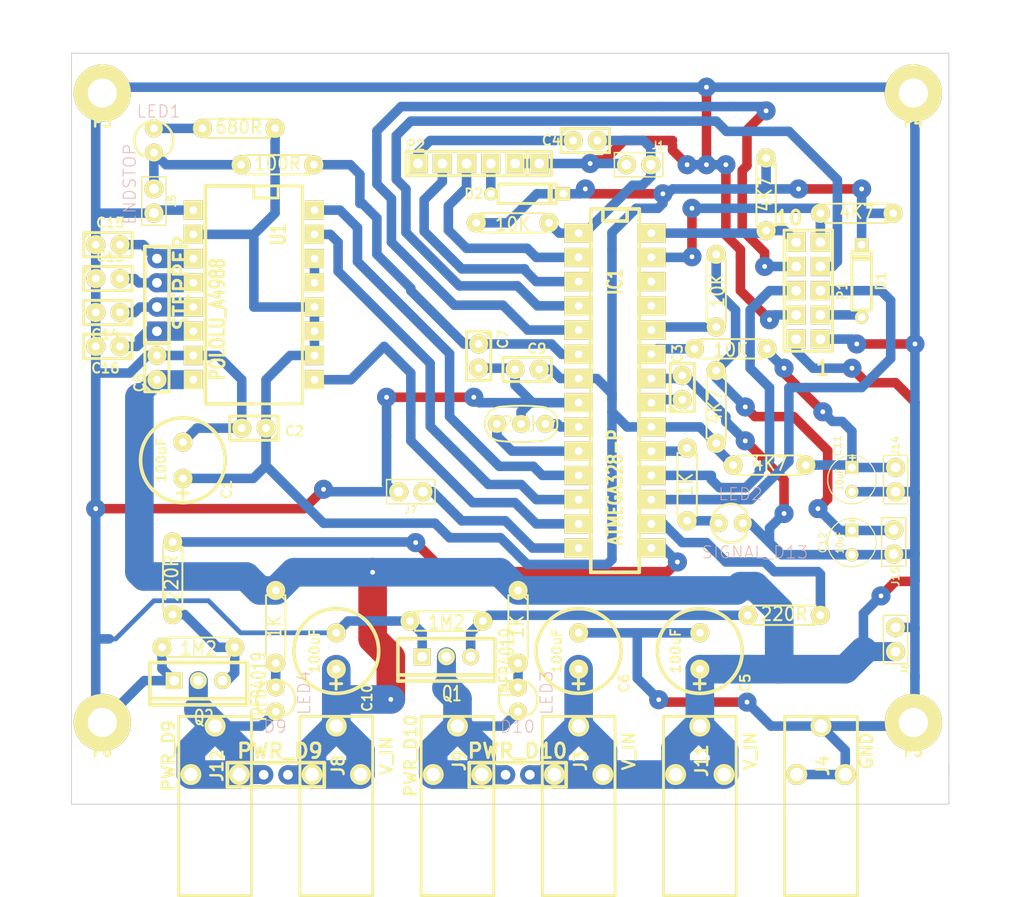
<source format=kicad_pcb>
(kicad_pcb (version 4) (host pcbnew 0.201511100416+6305~30~ubuntu14.04.1-product)

  (general
    (links 143)
    (no_connects 1)
    (area 5.715 8.128 113.030001 102.450901)
    (thickness 1.6)
    (drawings 11)
    (tracks 581)
    (zones 0)
    (modules 64)
    (nets 45)
  )

  (page A3)
  (layers
    (0 F.Cu signal)
    (31 B.Cu signal)
    (32 B.Adhes user)
    (33 F.Adhes user)
    (34 B.Paste user)
    (35 F.Paste user)
    (36 B.SilkS user)
    (37 F.SilkS user)
    (38 B.Mask user)
    (39 F.Mask user)
    (40 Dwgs.User user)
    (41 Cmts.User user)
    (42 Eco1.User user)
    (43 Eco2.User user)
    (44 Edge.Cuts user)
  )

  (setup
    (last_trace_width 0.254)
    (user_trace_width 0.5)
    (user_trace_width 1)
    (user_trace_width 1.5)
    (user_trace_width 2)
    (user_trace_width 3)
    (user_trace_width 4)
    (trace_clearance 0.254)
    (zone_clearance 0.508)
    (zone_45_only no)
    (trace_min 0.254)
    (segment_width 0.2)
    (edge_width 0.1)
    (via_size 0.889)
    (via_drill 0.635)
    (via_min_size 0.889)
    (via_min_drill 0.508)
    (user_via 2 0.5)
    (uvia_size 0.508)
    (uvia_drill 0.127)
    (uvias_allowed no)
    (uvia_min_size 0.508)
    (uvia_min_drill 0.127)
    (pcb_text_width 0.3)
    (pcb_text_size 1.5 1.5)
    (mod_edge_width 0.15)
    (mod_text_size 1 1)
    (mod_text_width 0.15)
    (pad_size 2 2)
    (pad_drill 0.8128)
    (pad_to_mask_clearance 0)
    (aux_axis_origin 0 0)
    (visible_elements 7FFFFFFF)
    (pcbplotparams
      (layerselection 0x00030_80000001)
      (usegerberextensions true)
      (excludeedgelayer true)
      (linewidth 0.150000)
      (plotframeref false)
      (viasonmask false)
      (mode 1)
      (useauxorigin true)
      (hpglpennumber 1)
      (hpglpenspeed 20)
      (hpglpendiameter 15)
      (hpglpenoverlay 2)
      (psnegative false)
      (psa4output false)
      (plotreference true)
      (plotvalue true)
      (plotinvisibletext false)
      (padsonsilk false)
      (subtractmaskfromsilk false)
      (outputformat 1)
      (mirror false)
      (drillshape 0)
      (scaleselection 1)
      (outputdirectory GERBERS/))
  )

  (net 0 "")
  (net 1 A0)
  (net 2 A1)
  (net 3 CLK_D2)
  (net 4 D10)
  (net 5 D11)
  (net 6 D12)
  (net 7 D9)
  (net 8 DIR_D5)
  (net 9 ENABLE_D7)
  (net 10 GND)
  (net 11 INT_D3)
  (net 12 N-000001)
  (net 13 N-0000011)
  (net 14 N-0000013)
  (net 15 N-0000014)
  (net 16 N-0000015)
  (net 17 N-0000018)
  (net 18 N-000002)
  (net 19 N-0000021)
  (net 20 N-0000023)
  (net 21 N-0000024)
  (net 22 N-0000025)
  (net 23 N-0000026)
  (net 24 N-0000029)
  (net 25 N-0000030)
  (net 26 N-0000031)
  (net 27 N-0000032)
  (net 28 N-0000035)
  (net 29 N-0000036)
  (net 30 N-0000037)
  (net 31 N-0000038)
  (net 32 N-0000045)
  (net 33 N-0000046)
  (net 34 N-0000047)
  (net 35 N-0000048)
  (net 36 N-000007)
  (net 37 N-000008)
  (net 38 N-000009)
  (net 39 SCL)
  (net 40 SDA)
  (net 41 STEP_D6)
  (net 42 STOP_D4)
  (net 43 V_IN)
  (net 44 Vcc)

  (net_class Default "This is the default net class."
    (clearance 0.254)
    (trace_width 0.254)
    (via_dia 0.889)
    (via_drill 0.635)
    (uvia_dia 0.508)
    (uvia_drill 0.127)
    (add_net A0)
    (add_net A1)
    (add_net CLK_D2)
    (add_net D10)
    (add_net D11)
    (add_net D12)
    (add_net D9)
    (add_net DIR_D5)
    (add_net ENABLE_D7)
    (add_net GND)
    (add_net INT_D3)
    (add_net N-000001)
    (add_net N-0000011)
    (add_net N-0000013)
    (add_net N-0000014)
    (add_net N-0000015)
    (add_net N-0000018)
    (add_net N-000002)
    (add_net N-0000021)
    (add_net N-0000023)
    (add_net N-0000024)
    (add_net N-0000025)
    (add_net N-0000026)
    (add_net N-0000029)
    (add_net N-0000030)
    (add_net N-0000031)
    (add_net N-0000032)
    (add_net N-0000035)
    (add_net N-0000036)
    (add_net N-0000037)
    (add_net N-0000038)
    (add_net N-0000045)
    (add_net N-0000046)
    (add_net N-0000047)
    (add_net N-0000048)
    (add_net N-000007)
    (add_net N-000008)
    (add_net N-000009)
    (add_net SCL)
    (add_net SDA)
    (add_net STEP_D6)
    (add_net STOP_D4)
    (add_net V_IN)
    (add_net Vcc)
  )

  (module DIP-28__300 (layer F.Cu) (tedit 563923B6) (tstamp 55DA43D1)
    (at 70.1675 49.0855 270)
    (descr "28 pins DIL package, round pads, width 300mil")
    (tags DIL)
    (path /55D9CADA)
    (fp_text reference IC1 (at -11.43 0 270) (layer F.SilkS)
      (effects (font (size 1.524 1.143) (thickness 0.3048)))
    )
    (fp_text value ATMEGA328-P (at 10.16 0 270) (layer F.SilkS)
      (effects (font (size 1.524 1.143) (thickness 0.3048)))
    )
    (fp_line (start -19.05 -2.54) (end 19.05 -2.54) (layer F.SilkS) (width 0.381))
    (fp_line (start 19.05 -2.54) (end 19.05 2.54) (layer F.SilkS) (width 0.381))
    (fp_line (start 19.05 2.54) (end -19.05 2.54) (layer F.SilkS) (width 0.381))
    (fp_line (start -19.05 2.54) (end -19.05 -2.54) (layer F.SilkS) (width 0.381))
    (fp_line (start -19.05 -1.27) (end -17.78 -1.27) (layer F.SilkS) (width 0.381))
    (fp_line (start -17.78 -1.27) (end -17.78 1.27) (layer F.SilkS) (width 0.381))
    (fp_line (start -17.78 1.27) (end -19.05 1.27) (layer F.SilkS) (width 0.381))
    (pad 2 thru_hole rect (at -13.97 3.81 270) (size 2 3) (drill 0.8128) (layers *.Cu *.Mask F.SilkS)
      (net 37 N-000008))
    (pad 3 thru_hole rect (at -11.43 3.81 270) (size 2 3) (drill 0.8128) (layers *.Cu *.Mask F.SilkS)
      (net 36 N-000007))
    (pad 4 thru_hole rect (at -8.89 3.81 270) (size 2 3) (drill 0.8128) (layers *.Cu *.Mask F.SilkS)
      (net 3 CLK_D2))
    (pad 5 thru_hole rect (at -6.35 3.81 270) (size 2 3) (drill 0.8128) (layers *.Cu *.Mask F.SilkS)
      (net 11 INT_D3))
    (pad 6 thru_hole rect (at -3.81 3.81 270) (size 2 3) (drill 0.8128) (layers *.Cu *.Mask F.SilkS)
      (net 42 STOP_D4))
    (pad 7 thru_hole rect (at -1.27 3.81 270) (size 2 3) (drill 0.8128) (layers *.Cu *.Mask F.SilkS)
      (net 44 Vcc))
    (pad 8 thru_hole rect (at 1.27 3.81 270) (size 2 3) (drill 0.8128) (layers *.Cu *.Mask F.SilkS)
      (net 10 GND))
    (pad 9 thru_hole rect (at 3.81 3.81 270) (size 2 3) (drill 0.8128) (layers *.Cu *.Mask F.SilkS)
      (net 18 N-000002))
    (pad 10 thru_hole rect (at 6.35 3.81 270) (size 2 3) (drill 0.8128) (layers *.Cu *.Mask F.SilkS)
      (net 12 N-000001))
    (pad 11 thru_hole rect (at 8.89 3.81 270) (size 2 3) (drill 0.8128) (layers *.Cu *.Mask F.SilkS)
      (net 8 DIR_D5))
    (pad 12 thru_hole rect (at 11.43 3.81 270) (size 2 3) (drill 0.8128) (layers *.Cu *.Mask F.SilkS)
      (net 41 STEP_D6))
    (pad 13 thru_hole rect (at 13.97 3.81 270) (size 2 3) (drill 0.8128) (layers *.Cu *.Mask F.SilkS)
      (net 9 ENABLE_D7))
    (pad 14 thru_hole rect (at 16.51 3.81 270) (size 2 3) (drill 0.8128) (layers *.Cu *.Mask F.SilkS)
      (net 13 N-0000011))
    (pad 1 thru_hole rect (at -16.51 3.81 270) (size 2 3) (drill 0.8128) (layers *.Cu *.Mask F.SilkS)
      (net 14 N-0000013))
    (pad 15 thru_hole rect (at 16.51 -3.81 270) (size 2 3) (drill 0.8128) (layers *.Cu *.Mask F.SilkS)
      (net 7 D9))
    (pad 16 thru_hole rect (at 13.97 -3.81 270) (size 2 3) (drill 0.8128) (layers *.Cu *.Mask F.SilkS)
      (net 4 D10))
    (pad 17 thru_hole rect (at 11.43 -3.81 270) (size 2 3) (drill 0.8128) (layers *.Cu *.Mask F.SilkS)
      (net 5 D11))
    (pad 18 thru_hole rect (at 8.89 -3.81 270) (size 2 3) (drill 0.8128) (layers *.Cu *.Mask F.SilkS)
      (net 6 D12))
    (pad 19 thru_hole rect (at 6.35 -3.81 270) (size 2 3) (drill 0.8128) (layers *.Cu *.Mask F.SilkS)
      (net 21 N-0000024))
    (pad 20 thru_hole rect (at 3.81 -3.81 270) (size 2 3) (drill 0.8128) (layers *.Cu *.Mask F.SilkS)
      (net 44 Vcc))
    (pad 21 thru_hole rect (at 1.27 -3.81 270) (size 2 3) (drill 0.8128) (layers *.Cu *.Mask F.SilkS)
      (net 17 N-0000018))
    (pad 22 thru_hole rect (at -1.27 -3.81 270) (size 2 3) (drill 0.8128) (layers *.Cu *.Mask F.SilkS)
      (net 10 GND))
    (pad 23 thru_hole rect (at -3.81 -3.81 270) (size 2 3) (drill 0.8128) (layers *.Cu *.Mask F.SilkS)
      (net 29 N-0000036))
    (pad 24 thru_hole rect (at -6.35 -3.81 270) (size 2 3) (drill 0.8128) (layers *.Cu *.Mask F.SilkS)
      (net 30 N-0000037))
    (pad 25 thru_hole rect (at -8.89 -3.81 270) (size 2 3) (drill 0.8128) (layers *.Cu *.Mask F.SilkS))
    (pad 26 thru_hole rect (at -11.43 -3.81 270) (size 2 3) (drill 0.8128) (layers *.Cu *.Mask F.SilkS))
    (pad 27 thru_hole rect (at -13.97 -3.81 270) (size 2 3) (drill 0.8128) (layers *.Cu *.Mask F.SilkS)
      (net 40 SDA))
    (pad 28 thru_hole rect (at -16.51 -3.81 270) (size 2 3) (drill 0.8128) (layers *.Cu *.Mask F.SilkS)
      (net 39 SCL))
    (model dil/dil_28-w300.wrl
      (at (xyz 0 0 0))
      (scale (xyz 1 1 1))
      (rotate (xyz 0 0 0))
    )
  )

  (module DIP-16__500 (layer F.Cu) (tedit 5639264D) (tstamp 55DA43EF)
    (at 29.7815 39.0525 270)
    (descr "16 pins DIL package, round pads")
    (tags DIL)
    (path /55D9CAF7)
    (fp_text reference U1 (at -6.35 -5.08 270) (layer F.SilkS)
      (effects (font (size 1.524 1.143) (thickness 0.3048)))
    )
    (fp_text value POLOLU_A4988 (at 2.54 1.27 270) (layer F.SilkS)
      (effects (font (size 1.524 1.143) (thickness 0.28575)))
    )
    (fp_line (start -11.43 -2.54) (end -11.43 -7.62) (layer F.SilkS) (width 0.3))
    (fp_line (start 11.43 -2.54) (end 11.43 -7.62) (layer F.SilkS) (width 0.3))
    (fp_line (start -11.43 -7.62) (end 11.43 -7.62) (layer F.SilkS) (width 0.3))
    (fp_line (start -11.43 -5.08) (end -10.16 -5.08) (layer F.SilkS) (width 0.3))
    (fp_line (start -10.16 -5.08) (end -10.16 -2.54) (layer F.SilkS) (width 0.3))
    (fp_line (start -10.16 -2.54) (end -11.43 -2.54) (layer F.SilkS) (width 0.3))
    (fp_line (start -11.43 -1.27) (end -11.43 -1.27) (layer F.SilkS) (width 0.381))
    (fp_line (start 11.43 -2.54) (end 11.43 2.54) (layer F.SilkS) (width 0.381))
    (fp_line (start 11.43 2.54) (end -11.43 2.54) (layer F.SilkS) (width 0.381))
    (fp_line (start -11.43 2.54) (end -11.43 -2.54) (layer F.SilkS) (width 0.381))
    (pad 1 thru_hole rect (at -8.89 3.81 270) (size 2 2) (drill 0.8128) (layers *.Cu *.Mask F.SilkS)
      (net 10 GND))
    (pad 2 thru_hole rect (at -6.35 3.81 270) (size 2 2) (drill 0.8128) (layers *.Cu *.Mask F.SilkS)
      (net 44 Vcc))
    (pad 3 thru_hole rect (at -3.81 3.81 270) (size 2 2) (drill 0.8128) (layers *.Cu *.Mask F.SilkS)
      (net 24 N-0000029))
    (pad 4 thru_hole rect (at -1.27 3.81 270) (size 2 2) (drill 0.8128) (layers *.Cu *.Mask F.SilkS)
      (net 32 N-0000045))
    (pad 5 thru_hole rect (at 1.27 3.81 270) (size 2 2) (drill 0.8128) (layers *.Cu *.Mask F.SilkS)
      (net 33 N-0000046))
    (pad 6 thru_hole rect (at 3.81 3.81 270) (size 2 2) (drill 0.8128) (layers *.Cu *.Mask F.SilkS)
      (net 23 N-0000026))
    (pad 7 thru_hole rect (at 6.35 3.81 270) (size 2 2) (drill 0.8128) (layers *.Cu *.Mask F.SilkS)
      (net 10 GND))
    (pad 8 thru_hole rect (at 8.89 3.81 270) (size 2 2) (drill 0.8128) (layers *.Cu *.Mask F.SilkS)
      (net 43 V_IN))
    (pad 9 thru_hole rect (at 8.89 -8.89 270) (size 2 2) (drill 0.8128) (layers *.Cu *.Mask F.SilkS)
      (net 9 ENABLE_D7))
    (pad 10 thru_hole rect (at 6.35 -8.89 270) (size 2 2) (drill 0.8128) (layers *.Cu *.Mask F.SilkS)
      (net 44 Vcc))
    (pad 11 thru_hole rect (at 3.81 -8.89 270) (size 2 2) (drill 0.8128) (layers *.Cu *.Mask F.SilkS)
      (net 44 Vcc))
    (pad 12 thru_hole rect (at 1.27 -8.89 270) (size 2 2) (drill 0.8128) (layers *.Cu *.Mask F.SilkS)
      (net 44 Vcc))
    (pad 13 thru_hole rect (at -1.27 -8.89 270) (size 2 2) (drill 0.8128) (layers *.Cu *.Mask F.SilkS)
      (net 16 N-0000015))
    (pad 14 thru_hole rect (at -3.81 -8.89 270) (size 2 2) (drill 0.8128) (layers *.Cu *.Mask F.SilkS)
      (net 16 N-0000015))
    (pad 15 thru_hole rect (at -6.35 -8.89 270) (size 2 2) (drill 0.8128) (layers *.Cu *.Mask F.SilkS)
      (net 41 STEP_D6))
    (pad 16 thru_hole rect (at -8.89 -8.89 270) (size 2 2) (drill 0.8128) (layers *.Cu *.Mask F.SilkS)
      (net 8 DIR_D5))
    (model dil/dil_16.wrl
      (at (xyz 0 0 0))
      (scale (xyz 1 1 1))
      (rotate (xyz 0 0 0))
    )
  )

  (module 1pin (layer F.Cu) (tedit 55DA4995) (tstamp 55E86450)
    (at 16.44 17.888 180)
    (descr "module 1 pin (ou trou mecanique de percage)")
    (tags DEV)
    (path /55DA485B)
    (fp_text reference P3 (at 0 -3.048 180) (layer F.SilkS)
      (effects (font (size 1.016 1.016) (thickness 0.254)))
    )
    (fp_text value mount (at 0 2.794 180) (layer F.SilkS) hide
      (effects (font (size 1.016 1.016) (thickness 0.254)))
    )
    (fp_circle (center 0 0) (end 0 -2.286) (layer F.SilkS) (width 0.381))
    (pad 1 thru_hole circle (at 0 0 180) (size 6 6) (drill 3.048) (layers *.Cu *.Mask F.SilkS)
      (net 10 GND))
  )

  (module 1pin (layer F.Cu) (tedit 55DA499E) (tstamp 55DE2D4A)
    (at 101.44 17.888 180)
    (descr "module 1 pin (ou trou mecanique de percage)")
    (tags DEV)
    (path /55DA4868)
    (fp_text reference P4 (at 0 -3.048 180) (layer F.SilkS)
      (effects (font (size 1.016 1.016) (thickness 0.254)))
    )
    (fp_text value mount (at 0 2.794 180) (layer F.SilkS) hide
      (effects (font (size 1.016 1.016) (thickness 0.254)))
    )
    (fp_circle (center 0 0) (end 0 -2.286) (layer F.SilkS) (width 0.381))
    (pad 1 thru_hole circle (at 0 0 180) (size 6 6) (drill 3.048) (layers *.Cu *.Mask F.SilkS)
      (net 10 GND))
  )

  (module 1pin (layer F.Cu) (tedit 55DA498D) (tstamp 55DA5183)
    (at 101.44 83.888 180)
    (descr "module 1 pin (ou trou mecanique de percage)")
    (tags DEV)
    (path /55DA486E)
    (fp_text reference P5 (at 0 -3.048 180) (layer F.SilkS)
      (effects (font (size 1.016 1.016) (thickness 0.254)))
    )
    (fp_text value mount (at 0 2.794 180) (layer F.SilkS) hide
      (effects (font (size 1.016 1.016) (thickness 0.254)))
    )
    (fp_circle (center 0 0) (end 0 -2.286) (layer F.SilkS) (width 0.381))
    (pad 1 thru_hole circle (at 0 0 180) (size 6 6) (drill 3.048) (layers *.Cu *.Mask F.SilkS)
      (net 10 GND))
  )

  (module 1pin (layer F.Cu) (tedit 55DA4982) (tstamp 55DA4923)
    (at 16.44 83.888 180)
    (descr "module 1 pin (ou trou mecanique de percage)")
    (tags DEV)
    (path /55DA4874)
    (fp_text reference P6 (at 0 -3.048 180) (layer F.SilkS)
      (effects (font (size 1.016 1.016) (thickness 0.254)))
    )
    (fp_text value mount (at 0 2.794 180) (layer F.SilkS) hide
      (effects (font (size 1.016 1.016) (thickness 0.254)))
    )
    (fp_circle (center 0 0) (end 0 -2.286) (layer F.SilkS) (width 0.381))
    (pad 1 thru_hole circle (at 0 0 180) (size 6 6) (drill 3.048) (layers *.Cu *.Mask F.SilkS)
      (net 10 GND))
  )

  (module SparkFun-RESONATOR-PTH (layer F.Cu) (tedit 200000) (tstamp 55DD97E8)
    (at 60.325 52.578)
    (path /55D9CDBC)
    (attr virtual)
    (fp_text reference Y1 (at 0 0) (layer F.SilkS)
      (effects (font (thickness 0.15)))
    )
    (fp_text value 12MHz (at 0 0) (layer F.SilkS)
      (effects (font (thickness 0.15)))
    )
    (fp_arc (start -2.00914 0) (end -2.286 1.778) (angle 162.4) (layer F.SilkS) (width 0.2032))
    (fp_arc (start 2.00914 0) (end 2.286 -1.778) (angle 162.4) (layer F.SilkS) (width 0.2032))
    (fp_arc (start 0 -18.7325) (end 2.286 1.778) (angle 12.7) (layer F.SilkS) (width 0.2032))
    (fp_arc (start 0 18.669) (end -2.286 -1.778) (angle 12.7) (layer F.SilkS) (width 0.2032))
    (pad 1 thru_hole circle (at -2.54 0) (size 1.8796 1.8796) (drill 0.79756) (layers *.Cu F.Paste F.SilkS F.Mask)
      (net 12 N-000001))
    (pad 2 thru_hole circle (at 0 0) (size 1.8796 1.8796) (drill 0.79756) (layers *.Cu F.Paste F.SilkS F.Mask)
      (net 10 GND))
    (pad 3 thru_hole circle (at 2.54 0) (size 1.8796 1.8796) (drill 0.79756) (layers *.Cu F.Paste F.SilkS F.Mask)
      (net 18 N-000002))
  )

  (module SparkFun-LED3MM (layer F.Cu) (tedit 55E86F28) (tstamp 55DD97F7)
    (at 21.844 22.86 270)
    (descr LED)
    (tags LED)
    (path /55D9EA35)
    (attr virtual)
    (fp_text reference LED1 (at -3.048 -0.508 360) (layer B.SilkS)
      (effects (font (size 1.27 1.27) (thickness 0.0889)))
    )
    (fp_text value ENDSTOP (at 4.572 2.54 270) (layer B.SilkS)
      (effects (font (size 1.27 1.27) (thickness 0.0889)))
    )
    (fp_line (start 1.5748 1.27) (end 1.5748 -1.27) (layer F.SilkS) (width 0.254))
    (fp_line (start 1.5748 -1.29286) (end 1.5748 -0.7874) (layer F.SilkS) (width 0.254))
    (fp_line (start 1.5748 1.29286) (end 1.5748 0.8382) (layer F.SilkS) (width 0.254))
    (fp_arc (start 0 0) (end 0 -2.032) (angle 50.1) (layer F.SilkS) (width 0.254))
    (fp_arc (start 0 0) (end -1.7907 -0.95504) (angle 61.9) (layer F.SilkS) (width 0.254))
    (fp_arc (start 0 0) (end 1.5494 1.31064) (angle 49.7) (layer F.SilkS) (width 0.254))
    (fp_arc (start 0 0) (end 0 2.032) (angle 60.2) (layer F.SilkS) (width 0.254))
    (fp_arc (start 0 0) (end -2.032 0) (angle 28.3) (layer F.SilkS) (width 0.254))
    (fp_arc (start 0 0) (end -1.72974 1.06426) (angle 31.6) (layer F.SilkS) (width 0.254))
    (pad A thru_hole circle (at -1.27 0 270) (size 1.8796 1.8796) (drill 0.8128) (layers *.Cu F.Paste F.SilkS F.Mask)
      (net 22 N-0000025))
    (pad K thru_hole circle (at 1.27 0 270) (size 1.8796 1.8796) (drill 0.8128) (layers *.Cu F.Paste F.SilkS F.Mask)
      (net 31 N-0000038))
  )

  (module SparkFun-LED3MM (layer F.Cu) (tedit 55E86CAB) (tstamp 55DD9806)
    (at 82.296 62.992)
    (descr LED)
    (tags LED)
    (path /55DAEA40)
    (attr virtual)
    (fp_text reference LED2 (at 1.016 -3.048) (layer B.SilkS)
      (effects (font (size 1.27 1.27) (thickness 0.0889)))
    )
    (fp_text value SIGNAL_D13 (at 2.54 3.048) (layer B.SilkS)
      (effects (font (size 1.27 1.27) (thickness 0.0889)))
    )
    (fp_line (start 1.5748 1.27) (end 1.5748 -1.27) (layer F.SilkS) (width 0.254))
    (fp_line (start 1.5748 -1.29286) (end 1.5748 -0.7874) (layer F.SilkS) (width 0.254))
    (fp_line (start 1.5748 1.29286) (end 1.5748 0.8382) (layer F.SilkS) (width 0.254))
    (fp_arc (start 0 0) (end 0 -2.032) (angle 50.1) (layer F.SilkS) (width 0.254))
    (fp_arc (start 0 0) (end -1.7907 -0.95504) (angle 61.9) (layer F.SilkS) (width 0.254))
    (fp_arc (start 0 0) (end 1.5494 1.31064) (angle 49.7) (layer F.SilkS) (width 0.254))
    (fp_arc (start 0 0) (end 0 2.032) (angle 60.2) (layer F.SilkS) (width 0.254))
    (fp_arc (start 0 0) (end -2.032 0) (angle 28.3) (layer F.SilkS) (width 0.254))
    (fp_arc (start 0 0) (end -1.72974 1.06426) (angle 31.6) (layer F.SilkS) (width 0.254))
    (pad A thru_hole circle (at -1.27 0) (size 1.8796 1.8796) (drill 0.8128) (layers *.Cu F.Paste F.SilkS F.Mask)
      (net 20 N-0000023))
    (pad K thru_hole circle (at 1.27 0) (size 1.8796 1.8796) (drill 0.8128) (layers *.Cu F.Paste F.SilkS F.Mask)
      (net 10 GND))
  )

  (module SPADE-4910 (layer F.Cu) (tedit 55E86DDF) (tstamp 55DD9811)
    (at 91.7575 84.0105 180)
    (path /55D9CB89)
    (fp_text reference J4 (at -0.1905 -4.3815 270) (layer F.SilkS)
      (effects (font (size 1.27 1.27) (thickness 0.254)))
    )
    (fp_text value GND (at -4.7625 -2.8575 270) (layer F.SilkS)
      (effects (font (size 1.27 1.27) (thickness 0.254)))
    )
    (fp_line (start 3.81 -18.034) (end -3.81 -18.034) (layer F.SilkS) (width 0.3048))
    (fp_line (start -3.81 -18.034) (end -3.81 0.762) (layer F.SilkS) (width 0.3048))
    (fp_line (start -3.81 0.762) (end 3.81 0.762) (layer F.SilkS) (width 0.3048))
    (fp_line (start 3.81 0.762) (end 3.81 -18.034) (layer F.SilkS) (width 0.3048))
    (pad 1 thru_hole circle (at 0 -0.254 180) (size 2.19964 2.19964) (drill 1.4) (layers *.Cu *.Mask F.SilkS)
      (net 10 GND))
    (pad 2 thru_hole circle (at 2.54 -5.334 180) (size 2.19964 2.19964) (drill 1.4) (layers *.Cu *.Mask F.SilkS)
      (net 10 GND))
    (pad 3 thru_hole circle (at -2.54 -5.334 180) (size 2.19964 2.19964) (drill 1.4) (layers *.Cu *.Mask F.SilkS)
      (net 10 GND))
  )

  (module SPADE-4910 (layer F.Cu) (tedit 55E86DE9) (tstamp 55DD981C)
    (at 66.3575 84.0105 180)
    (path /55D9CB7A)
    (fp_text reference J3 (at -0.1905 -3.8735 270) (layer F.SilkS)
      (effects (font (size 1.27 1.27) (thickness 0.254)))
    )
    (fp_text value V_IN (at -5.2705 -2.8575 270) (layer F.SilkS)
      (effects (font (size 1.27 1.27) (thickness 0.254)))
    )
    (fp_line (start 3.81 -18.034) (end -3.81 -18.034) (layer F.SilkS) (width 0.3048))
    (fp_line (start -3.81 -18.034) (end -3.81 0.762) (layer F.SilkS) (width 0.3048))
    (fp_line (start -3.81 0.762) (end 3.81 0.762) (layer F.SilkS) (width 0.3048))
    (fp_line (start 3.81 0.762) (end 3.81 -18.034) (layer F.SilkS) (width 0.3048))
    (pad 1 thru_hole circle (at 0 -0.254 180) (size 2.19964 2.19964) (drill 1.4) (layers *.Cu *.Mask F.SilkS)
      (net 43 V_IN))
    (pad 2 thru_hole circle (at 2.54 -5.334 180) (size 2.19964 2.19964) (drill 1.4) (layers *.Cu *.Mask F.SilkS)
      (net 43 V_IN))
    (pad 3 thru_hole circle (at -2.54 -5.334 180) (size 2.19964 2.19964) (drill 1.4) (layers *.Cu *.Mask F.SilkS)
      (net 43 V_IN))
  )

  (module SPADE-4910 (layer F.Cu) (tedit 55E86E18) (tstamp 55DD9827)
    (at 53.6575 84.0105 180)
    (path /55DB481E)
    (fp_text reference J9 (at -0.1905 -3.8735 270) (layer F.SilkS)
      (effects (font (size 1.27 1.27) (thickness 0.254)))
    )
    (fp_text value PWR_D10 (at 4.8895 -3.3655 270) (layer F.SilkS)
      (effects (font (size 1.27 1.27) (thickness 0.254)))
    )
    (fp_line (start 3.81 -18.034) (end -3.81 -18.034) (layer F.SilkS) (width 0.3048))
    (fp_line (start -3.81 -18.034) (end -3.81 0.762) (layer F.SilkS) (width 0.3048))
    (fp_line (start -3.81 0.762) (end 3.81 0.762) (layer F.SilkS) (width 0.3048))
    (fp_line (start 3.81 0.762) (end 3.81 -18.034) (layer F.SilkS) (width 0.3048))
    (pad 1 thru_hole circle (at 0 -0.254 180) (size 2.19964 2.19964) (drill 1.4) (layers *.Cu *.Mask F.SilkS)
      (net 34 N-0000047))
    (pad 2 thru_hole circle (at 2.54 -5.334 180) (size 2.19964 2.19964) (drill 1.4) (layers *.Cu *.Mask F.SilkS)
      (net 34 N-0000047))
    (pad 3 thru_hole circle (at -2.54 -5.334 180) (size 2.19964 2.19964) (drill 1.4) (layers *.Cu *.Mask F.SilkS)
      (net 34 N-0000047))
  )

  (module SPADE-4910 (layer F.Cu) (tedit 55E86E20) (tstamp 55DD9832)
    (at 40.9575 84.0105 180)
    (path /55DB4818)
    (fp_text reference J8 (at -0.1905 -4.3815 270) (layer F.SilkS)
      (effects (font (size 1.27 1.27) (thickness 0.254)))
    )
    (fp_text value V_IN (at -5.2705 -3.3655 270) (layer F.SilkS)
      (effects (font (size 1.27 1.27) (thickness 0.254)))
    )
    (fp_line (start 3.81 -18.034) (end -3.81 -18.034) (layer F.SilkS) (width 0.3048))
    (fp_line (start -3.81 -18.034) (end -3.81 0.762) (layer F.SilkS) (width 0.3048))
    (fp_line (start -3.81 0.762) (end 3.81 0.762) (layer F.SilkS) (width 0.3048))
    (fp_line (start 3.81 0.762) (end 3.81 -18.034) (layer F.SilkS) (width 0.3048))
    (pad 1 thru_hole circle (at 0 -0.254 180) (size 2.19964 2.19964) (drill 1.4) (layers *.Cu *.Mask F.SilkS)
      (net 43 V_IN))
    (pad 2 thru_hole circle (at 2.54 -5.334 180) (size 2.19964 2.19964) (drill 1.4) (layers *.Cu *.Mask F.SilkS)
      (net 43 V_IN))
    (pad 3 thru_hole circle (at -2.54 -5.334 180) (size 2.19964 2.19964) (drill 1.4) (layers *.Cu *.Mask F.SilkS)
      (net 43 V_IN))
  )

  (module SPADE-4910 (layer F.Cu) (tedit 55E86E67) (tstamp 55DD983D)
    (at 28.2575 84.0105 180)
    (path /55DAF191)
    (fp_text reference J12 (at -0.1905 -4.3815 270) (layer F.SilkS)
      (effects (font (size 1.27 1.27) (thickness 0.254)))
    )
    (fp_text value PWR_D9 (at 4.8895 -3.3655 270) (layer F.SilkS)
      (effects (font (size 1.27 1.27) (thickness 0.254)))
    )
    (fp_line (start 3.81 -18.034) (end -3.81 -18.034) (layer F.SilkS) (width 0.3048))
    (fp_line (start -3.81 -18.034) (end -3.81 0.762) (layer F.SilkS) (width 0.3048))
    (fp_line (start -3.81 0.762) (end 3.81 0.762) (layer F.SilkS) (width 0.3048))
    (fp_line (start 3.81 0.762) (end 3.81 -18.034) (layer F.SilkS) (width 0.3048))
    (pad 1 thru_hole circle (at 0 -0.254 180) (size 2.19964 2.19964) (drill 1.4) (layers *.Cu *.Mask F.SilkS)
      (net 35 N-0000048))
    (pad 2 thru_hole circle (at 2.54 -5.334 180) (size 2.19964 2.19964) (drill 1.4) (layers *.Cu *.Mask F.SilkS)
      (net 35 N-0000048))
    (pad 3 thru_hole circle (at -2.54 -5.334 180) (size 2.19964 2.19964) (drill 1.4) (layers *.Cu *.Mask F.SilkS)
      (net 35 N-0000048))
  )

  (module SPADE-4910 (layer F.Cu) (tedit 55E86DE2) (tstamp 55DD9848)
    (at 79.0575 84.0105 180)
    (path /55DAF18B)
    (fp_text reference J11 (at -0.1905 -3.8735 270) (layer F.SilkS)
      (effects (font (size 1.27 1.27) (thickness 0.254)))
    )
    (fp_text value V_IN (at -5.2705 -2.8575 270) (layer F.SilkS)
      (effects (font (size 1.27 1.27) (thickness 0.254)))
    )
    (fp_line (start 3.81 -18.034) (end -3.81 -18.034) (layer F.SilkS) (width 0.3048))
    (fp_line (start -3.81 -18.034) (end -3.81 0.762) (layer F.SilkS) (width 0.3048))
    (fp_line (start -3.81 0.762) (end 3.81 0.762) (layer F.SilkS) (width 0.3048))
    (fp_line (start 3.81 0.762) (end 3.81 -18.034) (layer F.SilkS) (width 0.3048))
    (pad 1 thru_hole circle (at 0 -0.254 180) (size 2.19964 2.19964) (drill 1.4) (layers *.Cu *.Mask F.SilkS)
      (net 43 V_IN))
    (pad 2 thru_hole circle (at 2.54 -5.334 180) (size 2.19964 2.19964) (drill 1.4) (layers *.Cu *.Mask F.SilkS)
      (net 43 V_IN))
    (pad 3 thru_hole circle (at -2.54 -5.334 180) (size 2.19964 2.19964) (drill 1.4) (layers *.Cu *.Mask F.SilkS)
      (net 43 V_IN))
  )

  (module R3 (layer F.Cu) (tedit 55E86C98) (tstamp 55DD9856)
    (at 77.724 58.928 270)
    (descr "Resitance 3 pas")
    (tags R)
    (path /55DAEA3A)
    (autoplace_cost180 10)
    (fp_text reference R4 (at 0 -2.032 270) (layer F.SilkS) hide
      (effects (font (size 1.397 1.27) (thickness 0.2032)))
    )
    (fp_text value 1K (at 0 0.127 270) (layer F.SilkS)
      (effects (font (size 1.397 1.27) (thickness 0.2032)))
    )
    (fp_line (start -3.81 0) (end -3.302 0) (layer F.SilkS) (width 0.2032))
    (fp_line (start 3.81 0) (end 3.302 0) (layer F.SilkS) (width 0.2032))
    (fp_line (start 3.302 0) (end 3.302 -1.016) (layer F.SilkS) (width 0.2032))
    (fp_line (start 3.302 -1.016) (end -3.302 -1.016) (layer F.SilkS) (width 0.2032))
    (fp_line (start -3.302 -1.016) (end -3.302 1.016) (layer F.SilkS) (width 0.2032))
    (fp_line (start -3.302 1.016) (end 3.302 1.016) (layer F.SilkS) (width 0.2032))
    (fp_line (start 3.302 1.016) (end 3.302 0) (layer F.SilkS) (width 0.2032))
    (fp_line (start -3.302 -0.508) (end -2.794 -1.016) (layer F.SilkS) (width 0.2032))
    (pad 1 thru_hole circle (at -3.81 0 270) (size 2 2) (drill 0.8128) (layers *.Cu *.Mask F.SilkS)
      (net 21 N-0000024))
    (pad 2 thru_hole circle (at 3.81 0 270) (size 2 2) (drill 0.8128) (layers *.Cu *.Mask F.SilkS)
      (net 20 N-0000023))
    (model discret/resistor.wrl
      (at (xyz 0 0 0))
      (scale (xyz 0.3 0.3 0.3))
      (rotate (xyz 0 0 0))
    )
  )

  (module R3 (layer F.Cu) (tedit 5644B382) (tstamp 55DD9864)
    (at 30.734 21.59 180)
    (descr "Resitance 3 pas")
    (tags R)
    (path /55D9EA21)
    (autoplace_cost180 10)
    (fp_text reference R3 (at -2.794 2.286 180) (layer F.SilkS) hide
      (effects (font (size 1.397 1.27) (thickness 0.2032)))
    )
    (fp_text value 680R (at 0 0.127 180) (layer F.SilkS)
      (effects (font (size 1.397 1.27) (thickness 0.2032)))
    )
    (fp_line (start -3.81 0) (end -3.302 0) (layer F.SilkS) (width 0.2032))
    (fp_line (start 3.81 0) (end 3.302 0) (layer F.SilkS) (width 0.2032))
    (fp_line (start 3.302 0) (end 3.302 -1.016) (layer F.SilkS) (width 0.2032))
    (fp_line (start 3.302 -1.016) (end -3.302 -1.016) (layer F.SilkS) (width 0.2032))
    (fp_line (start -3.302 -1.016) (end -3.302 1.016) (layer F.SilkS) (width 0.2032))
    (fp_line (start -3.302 1.016) (end 3.302 1.016) (layer F.SilkS) (width 0.2032))
    (fp_line (start 3.302 1.016) (end 3.302 0) (layer F.SilkS) (width 0.2032))
    (fp_line (start -3.302 -0.508) (end -2.794 -1.016) (layer F.SilkS) (width 0.2032))
    (pad 1 thru_hole circle (at -3.81 0 180) (size 2 2) (drill 0.8128) (layers *.Cu *.Mask F.SilkS)
      (net 44 Vcc))
    (pad 2 thru_hole circle (at 3.81 0 180) (size 2 2) (drill 0.8128) (layers *.Cu *.Mask F.SilkS)
      (net 22 N-0000025))
    (model discret/resistor.wrl
      (at (xyz 0 0 0))
      (scale (xyz 0.3 0.3 0.3))
      (rotate (xyz 0 0 0))
    )
  )

  (module R3 (layer F.Cu) (tedit 55E86E7E) (tstamp 55DD9872)
    (at 23.8125 68.7705 270)
    (descr "Resitance 3 pas")
    (tags R)
    (path /55DAEF0A)
    (autoplace_cost180 10)
    (fp_text reference R6 (at -0.1905 2.4765 270) (layer F.SilkS) hide
      (effects (font (size 1.397 1.27) (thickness 0.2032)))
    )
    (fp_text value 220R (at 0 0.127 270) (layer F.SilkS)
      (effects (font (size 1.397 1.27) (thickness 0.2032)))
    )
    (fp_line (start -3.81 0) (end -3.302 0) (layer F.SilkS) (width 0.2032))
    (fp_line (start 3.81 0) (end 3.302 0) (layer F.SilkS) (width 0.2032))
    (fp_line (start 3.302 0) (end 3.302 -1.016) (layer F.SilkS) (width 0.2032))
    (fp_line (start 3.302 -1.016) (end -3.302 -1.016) (layer F.SilkS) (width 0.2032))
    (fp_line (start -3.302 -1.016) (end -3.302 1.016) (layer F.SilkS) (width 0.2032))
    (fp_line (start -3.302 1.016) (end 3.302 1.016) (layer F.SilkS) (width 0.2032))
    (fp_line (start 3.302 1.016) (end 3.302 0) (layer F.SilkS) (width 0.2032))
    (fp_line (start -3.302 -0.508) (end -2.794 -1.016) (layer F.SilkS) (width 0.2032))
    (pad 1 thru_hole circle (at -3.81 0 270) (size 2 2) (drill 0.8128) (layers *.Cu *.Mask F.SilkS)
      (net 7 D9))
    (pad 2 thru_hole circle (at 3.81 0 270) (size 2 2) (drill 0.8128) (layers *.Cu *.Mask F.SilkS)
      (net 28 N-0000035))
    (model discret/resistor.wrl
      (at (xyz 0 0 0))
      (scale (xyz 0.3 0.3 0.3))
      (rotate (xyz 0 0 0))
    )
  )

  (module R3 (layer F.Cu) (tedit 55E86CFA) (tstamp 55DD9880)
    (at 87.884 72.644 180)
    (descr "Resitance 3 pas")
    (tags R)
    (path /55DB4809)
    (autoplace_cost180 10)
    (fp_text reference R5 (at 0 2.032 180) (layer F.SilkS) hide
      (effects (font (size 1.397 1.27) (thickness 0.2032)))
    )
    (fp_text value 220R (at 0 0.127 180) (layer F.SilkS)
      (effects (font (size 1.397 1.27) (thickness 0.2032)))
    )
    (fp_line (start -3.81 0) (end -3.302 0) (layer F.SilkS) (width 0.2032))
    (fp_line (start 3.81 0) (end 3.302 0) (layer F.SilkS) (width 0.2032))
    (fp_line (start 3.302 0) (end 3.302 -1.016) (layer F.SilkS) (width 0.2032))
    (fp_line (start 3.302 -1.016) (end -3.302 -1.016) (layer F.SilkS) (width 0.2032))
    (fp_line (start -3.302 -1.016) (end -3.302 1.016) (layer F.SilkS) (width 0.2032))
    (fp_line (start -3.302 1.016) (end 3.302 1.016) (layer F.SilkS) (width 0.2032))
    (fp_line (start 3.302 1.016) (end 3.302 0) (layer F.SilkS) (width 0.2032))
    (fp_line (start -3.302 -0.508) (end -2.794 -1.016) (layer F.SilkS) (width 0.2032))
    (pad 1 thru_hole circle (at -3.81 0 180) (size 2 2) (drill 0.8128) (layers *.Cu *.Mask F.SilkS)
      (net 4 D10))
    (pad 2 thru_hole circle (at 3.81 0 180) (size 2 2) (drill 0.8128) (layers *.Cu *.Mask F.SilkS)
      (net 27 N-0000032))
    (model discret/resistor.wrl
      (at (xyz 0 0 0))
      (scale (xyz 0.3 0.3 0.3))
      (rotate (xyz 0 0 0))
    )
  )

  (module R3 (layer F.Cu) (tedit 55E86C9F) (tstamp 55DD988E)
    (at 86.36 56.896 180)
    (descr "Resitance 3 pas")
    (tags R)
    (path /55DC4138)
    (autoplace_cost180 10)
    (fp_text reference R7 (at 0 2.032 180) (layer F.SilkS) hide
      (effects (font (size 1.397 1.27) (thickness 0.2032)))
    )
    (fp_text value 4K7 (at 0 0.127 180) (layer F.SilkS)
      (effects (font (size 1.397 1.27) (thickness 0.2032)))
    )
    (fp_line (start -3.81 0) (end -3.302 0) (layer F.SilkS) (width 0.2032))
    (fp_line (start 3.81 0) (end 3.302 0) (layer F.SilkS) (width 0.2032))
    (fp_line (start 3.302 0) (end 3.302 -1.016) (layer F.SilkS) (width 0.2032))
    (fp_line (start 3.302 -1.016) (end -3.302 -1.016) (layer F.SilkS) (width 0.2032))
    (fp_line (start -3.302 -1.016) (end -3.302 1.016) (layer F.SilkS) (width 0.2032))
    (fp_line (start -3.302 1.016) (end 3.302 1.016) (layer F.SilkS) (width 0.2032))
    (fp_line (start 3.302 1.016) (end 3.302 0) (layer F.SilkS) (width 0.2032))
    (fp_line (start -3.302 -0.508) (end -2.794 -1.016) (layer F.SilkS) (width 0.2032))
    (pad 1 thru_hole circle (at -3.81 0 180) (size 2 2) (drill 0.8128) (layers *.Cu *.Mask F.SilkS)
      (net 1 A0))
    (pad 2 thru_hole circle (at 3.81 0 180) (size 2 2) (drill 0.8128) (layers *.Cu *.Mask F.SilkS)
      (net 44 Vcc))
    (model discret/resistor.wrl
      (at (xyz 0 0 0))
      (scale (xyz 0.3 0.3 0.3))
      (rotate (xyz 0 0 0))
    )
  )

  (module R3 (layer F.Cu) (tedit 55E86ECF) (tstamp 55DD989C)
    (at 80.772 50.8 270)
    (descr "Resitance 3 pas")
    (tags R)
    (path /55DC466C)
    (autoplace_cost180 10)
    (fp_text reference R8 (at -2.54 -2.032 270) (layer F.SilkS) hide
      (effects (font (size 1.397 1.27) (thickness 0.2032)))
    )
    (fp_text value 4K7 (at 0 0.127 270) (layer F.SilkS)
      (effects (font (size 1.397 1.27) (thickness 0.2032)))
    )
    (fp_line (start -3.81 0) (end -3.302 0) (layer F.SilkS) (width 0.2032))
    (fp_line (start 3.81 0) (end 3.302 0) (layer F.SilkS) (width 0.2032))
    (fp_line (start 3.302 0) (end 3.302 -1.016) (layer F.SilkS) (width 0.2032))
    (fp_line (start 3.302 -1.016) (end -3.302 -1.016) (layer F.SilkS) (width 0.2032))
    (fp_line (start -3.302 -1.016) (end -3.302 1.016) (layer F.SilkS) (width 0.2032))
    (fp_line (start -3.302 1.016) (end 3.302 1.016) (layer F.SilkS) (width 0.2032))
    (fp_line (start 3.302 1.016) (end 3.302 0) (layer F.SilkS) (width 0.2032))
    (fp_line (start -3.302 -0.508) (end -2.794 -1.016) (layer F.SilkS) (width 0.2032))
    (pad 1 thru_hole circle (at -3.81 0 270) (size 2 2) (drill 0.8128) (layers *.Cu *.Mask F.SilkS)
      (net 2 A1))
    (pad 2 thru_hole circle (at 3.81 0 270) (size 2 2) (drill 0.8128) (layers *.Cu *.Mask F.SilkS)
      (net 44 Vcc))
    (model discret/resistor.wrl
      (at (xyz 0 0 0))
      (scale (xyz 0.3 0.3 0.3))
      (rotate (xyz 0 0 0))
    )
  )

  (module R3 (layer F.Cu) (tedit 55E86EF0) (tstamp 55DD98AA)
    (at 59.436 31.496)
    (descr "Resitance 3 pas")
    (tags R)
    (path /55D9E040)
    (autoplace_cost180 10)
    (fp_text reference R1 (at 2.54 2.032) (layer F.SilkS) hide
      (effects (font (size 1.397 1.27) (thickness 0.2032)))
    )
    (fp_text value 10K (at 0 0.127) (layer F.SilkS)
      (effects (font (size 1.397 1.27) (thickness 0.2032)))
    )
    (fp_line (start -3.81 0) (end -3.302 0) (layer F.SilkS) (width 0.2032))
    (fp_line (start 3.81 0) (end 3.302 0) (layer F.SilkS) (width 0.2032))
    (fp_line (start 3.302 0) (end 3.302 -1.016) (layer F.SilkS) (width 0.2032))
    (fp_line (start 3.302 -1.016) (end -3.302 -1.016) (layer F.SilkS) (width 0.2032))
    (fp_line (start -3.302 -1.016) (end -3.302 1.016) (layer F.SilkS) (width 0.2032))
    (fp_line (start -3.302 1.016) (end 3.302 1.016) (layer F.SilkS) (width 0.2032))
    (fp_line (start 3.302 1.016) (end 3.302 0) (layer F.SilkS) (width 0.2032))
    (fp_line (start -3.302 -0.508) (end -2.794 -1.016) (layer F.SilkS) (width 0.2032))
    (pad 1 thru_hole circle (at -3.81 0) (size 2 2) (drill 0.8128) (layers *.Cu *.Mask F.SilkS)
      (net 44 Vcc))
    (pad 2 thru_hole circle (at 3.81 0) (size 2 2) (drill 0.8128) (layers *.Cu *.Mask F.SilkS)
      (net 14 N-0000013))
    (model discret/resistor.wrl
      (at (xyz 0 0 0))
      (scale (xyz 0.3 0.3 0.3))
      (rotate (xyz 0 0 0))
    )
  )

  (module R3 (layer F.Cu) (tedit 5644B22F) (tstamp 55DD98B8)
    (at 34.798 25.4 180)
    (descr "Resitance 3 pas")
    (tags R)
    (path /55D9EA27)
    (autoplace_cost180 10)
    (fp_text reference R2 (at -2.794 2.032 180) (layer F.SilkS) hide
      (effects (font (size 1.397 1.27) (thickness 0.2032)))
    )
    (fp_text value 100R (at 0 0.127 180) (layer F.SilkS)
      (effects (font (size 1.397 1.27) (thickness 0.2032)))
    )
    (fp_line (start -3.81 0) (end -3.302 0) (layer F.SilkS) (width 0.2032))
    (fp_line (start 3.81 0) (end 3.302 0) (layer F.SilkS) (width 0.2032))
    (fp_line (start 3.302 0) (end 3.302 -1.016) (layer F.SilkS) (width 0.2032))
    (fp_line (start 3.302 -1.016) (end -3.302 -1.016) (layer F.SilkS) (width 0.2032))
    (fp_line (start -3.302 -1.016) (end -3.302 1.016) (layer F.SilkS) (width 0.2032))
    (fp_line (start -3.302 1.016) (end 3.302 1.016) (layer F.SilkS) (width 0.2032))
    (fp_line (start 3.302 1.016) (end 3.302 0) (layer F.SilkS) (width 0.2032))
    (fp_line (start -3.302 -0.508) (end -2.794 -1.016) (layer F.SilkS) (width 0.2032))
    (pad 1 thru_hole circle (at -3.81 0 180) (size 2 2) (drill 0.8128) (layers *.Cu *.Mask F.SilkS))
    (pad 2 thru_hole circle (at 3.81 0 180) (size 2 2) (drill 0.8128) (layers *.Cu *.Mask F.SilkS))
    (model discret/resistor.wrl
      (at (xyz 0 0 0))
      (scale (xyz 0.3 0.3 0.3))
      (rotate (xyz 0 0 0))
    )
  )

  (module PIN_ARRAY_5x2 (layer F.Cu) (tedit 56392466) (tstamp 55DD98CA)
    (at 90.424 38.608 90)
    (descr "Double rangee de contacts 2 x 5 pins")
    (tags CONN)
    (path /55D9CCF7)
    (fp_text reference P1 (at 0 3.556 90) (layer F.SilkS)
      (effects (font (size 1.016 1.016) (thickness 0.2032)))
    )
    (fp_text value BUS (at 0 -3.81 90) (layer F.SilkS) hide
      (effects (font (size 1.016 1.016) (thickness 0.2032)))
    )
    (fp_line (start -6.35 -2.54) (end 6.35 -2.54) (layer F.SilkS) (width 0.3048))
    (fp_line (start 6.35 -2.54) (end 6.35 2.54) (layer F.SilkS) (width 0.3048))
    (fp_line (start 6.35 2.54) (end -6.35 2.54) (layer F.SilkS) (width 0.3048))
    (fp_line (start -6.35 2.54) (end -6.35 -2.54) (layer F.SilkS) (width 0.3048))
    (pad 1 thru_hole rect (at -5.08 1.27 90) (size 2 2) (drill 1.016) (layers *.Cu *.Mask F.SilkS)
      (net 10 GND))
    (pad 2 thru_hole rect (at -5.08 -1.27 90) (size 2 2) (drill 1.016) (layers *.Cu *.Mask F.SilkS)
      (net 43 V_IN))
    (pad 3 thru_hole rect (at -2.54 1.27 90) (size 2 2) (drill 1.016) (layers *.Cu *.Mask F.SilkS)
      (net 19 N-0000021))
    (pad 4 thru_hole rect (at -2.54 -1.27 90) (size 2 2) (drill 1.016) (layers *.Cu *.Mask F.SilkS)
      (net 10 GND))
    (pad 5 thru_hole rect (at 0 1.27 90) (size 2 2) (drill 1.016) (layers *.Cu *.Mask F.SilkS)
      (net 5 D11))
    (pad 6 thru_hole rect (at 0 -1.27 90) (size 2 2) (drill 1.016) (layers *.Cu *.Mask F.SilkS)
      (net 6 D12))
    (pad 7 thru_hole rect (at 2.54 1.27 90) (size 2 2) (drill 1.016) (layers *.Cu *.Mask F.SilkS)
      (net 3 CLK_D2))
    (pad 8 thru_hole rect (at 2.54 -1.27 90) (size 2 2) (drill 1.016) (layers *.Cu *.Mask F.SilkS)
      (net 11 INT_D3))
    (pad 9 thru_hole rect (at 5.08 1.27 90) (size 2 2) (drill 1.016) (layers *.Cu *.Mask F.SilkS)
      (net 40 SDA))
    (pad 10 thru_hole rect (at 5.08 -1.27 90) (size 2 2) (drill 1.016) (layers *.Cu *.Mask F.SilkS)
      (net 39 SCL))
    (model pin_array/pins_array_5x2.wrl
      (at (xyz 0 0 0))
      (scale (xyz 1 1 1))
      (rotate (xyz 0 0 0))
    )
  )

  (module PIN_ARRAY_4X1 (layer F.Cu) (tedit 55E86E4E) (tstamp 55DD98D6)
    (at 34.6202 89.3699 180)
    (path /55DB452D)
    (fp_text reference J13 (at 1.27 -2.54 180) (layer F.SilkS) hide
      (effects (font (thickness 0.3048)))
    )
    (fp_text value PWR_D9 (at -0.4318 2.5019 180) (layer F.SilkS)
      (effects (font (thickness 0.3048)))
    )
    (fp_line (start -5.08 -1.27) (end -5.08 1.27) (layer F.SilkS) (width 0.381))
    (fp_line (start -5.08 1.27) (end 5.08 1.27) (layer F.SilkS) (width 0.381))
    (fp_line (start 5.08 1.27) (end 5.08 -1.27) (layer F.SilkS) (width 0.381))
    (fp_line (start 5.08 -1.27) (end -5.08 -1.27) (layer F.SilkS) (width 0.381))
    (pad 1 thru_hole rect (at -3.81 0 180) (size 2.02438 2.02438) (drill 1.016) (layers *.Cu)
      (net 43 V_IN))
    (pad 2 thru_hole circle (at -1.27 0 180) (size 2.02438 2.02438) (drill 1.016) (layers *.Cu)
      (net 43 V_IN))
    (pad 3 thru_hole circle (at 1.27 0 180) (size 2.02438 2.02438) (drill 1.016) (layers *.Cu)
      (net 35 N-0000048))
    (pad 4 thru_hole circle (at 3.81 0 180) (size 2.02438 2.02438) (drill 1.016) (layers *.Cu)
      (net 35 N-0000048))
  )

  (module PIN_ARRAY_4X1 (layer F.Cu) (tedit 50A27622) (tstamp 55DD98E2)
    (at 22.1615 39.0525 90)
    (path /55D9CBF3)
    (fp_text reference J2 (at 1.27 -2.54 90) (layer F.SilkS) hide
      (effects (font (thickness 0.3048)))
    )
    (fp_text value STEPPER (at 1.27 2.54 90) (layer F.SilkS)
      (effects (font (thickness 0.3048)))
    )
    (fp_line (start -5.08 -1.27) (end -5.08 1.27) (layer F.SilkS) (width 0.381))
    (fp_line (start -5.08 1.27) (end 5.08 1.27) (layer F.SilkS) (width 0.381))
    (fp_line (start 5.08 1.27) (end 5.08 -1.27) (layer F.SilkS) (width 0.381))
    (fp_line (start 5.08 -1.27) (end -5.08 -1.27) (layer F.SilkS) (width 0.381))
    (pad 1 thru_hole rect (at -3.81 0 90) (size 2.02438 2.02438) (drill 1.016) (layers *.Cu)
      (net 23 N-0000026))
    (pad 2 thru_hole circle (at -1.27 0 90) (size 2.02438 2.02438) (drill 1.016) (layers *.Cu)
      (net 33 N-0000046))
    (pad 3 thru_hole circle (at 1.27 0 90) (size 2.02438 2.02438) (drill 1.016) (layers *.Cu)
      (net 32 N-0000045))
    (pad 4 thru_hole circle (at 3.81 0 90) (size 2.02438 2.02438) (drill 1.016) (layers *.Cu)
      (net 24 N-0000029))
  )

  (module PIN_ARRAY_4X1 (layer F.Cu) (tedit 55E86E08) (tstamp 55DD98EE)
    (at 59.9694 89.3699 180)
    (path /55DB483D)
    (fp_text reference J10 (at 1.27 -2.54 180) (layer F.SilkS) hide
      (effects (font (thickness 0.3048)))
    )
    (fp_text value PWR_D10 (at 0.0254 2.5019 180) (layer F.SilkS)
      (effects (font (thickness 0.3048)))
    )
    (fp_line (start -5.08 -1.27) (end -5.08 1.27) (layer F.SilkS) (width 0.381))
    (fp_line (start -5.08 1.27) (end 5.08 1.27) (layer F.SilkS) (width 0.381))
    (fp_line (start 5.08 1.27) (end 5.08 -1.27) (layer F.SilkS) (width 0.381))
    (fp_line (start 5.08 -1.27) (end -5.08 -1.27) (layer F.SilkS) (width 0.381))
    (pad 1 thru_hole rect (at -3.81 0 180) (size 2.02438 2.02438) (drill 1.016) (layers *.Cu)
      (net 43 V_IN))
    (pad 2 thru_hole circle (at -1.27 0 180) (size 2.02438 2.02438) (drill 1.016) (layers *.Cu)
      (net 43 V_IN))
    (pad 3 thru_hole circle (at 1.27 0 180) (size 2.02438 2.02438) (drill 1.016) (layers *.Cu)
      (net 34 N-0000047))
    (pad 4 thru_hole circle (at 3.81 0 180) (size 2.02438 2.02438) (drill 1.016) (layers *.Cu)
      (net 34 N-0000047))
  )

  (module PIN_ARRAY_2X1 (layer F.Cu) (tedit 55E86D2D) (tstamp 55DD98F8)
    (at 99.568 75.184 270)
    (descr "Connecteurs 2 pins")
    (tags "CONN DEV")
    (path /55DAEF72)
    (fp_text reference J6 (at 3.048 -1.016 270) (layer F.SilkS)
      (effects (font (size 0.762 0.762) (thickness 0.1524)))
    )
    (fp_text value PWR (at 0 -1.905 270) (layer F.SilkS) hide
      (effects (font (size 0.762 0.762) (thickness 0.1524)))
    )
    (fp_line (start -2.54 1.27) (end -2.54 -1.27) (layer F.SilkS) (width 0.1524))
    (fp_line (start -2.54 -1.27) (end 2.54 -1.27) (layer F.SilkS) (width 0.1524))
    (fp_line (start 2.54 -1.27) (end 2.54 1.27) (layer F.SilkS) (width 0.1524))
    (fp_line (start 2.54 1.27) (end -2.54 1.27) (layer F.SilkS) (width 0.1524))
    (pad 1 thru_hole circle (at -1.27 0 270) (size 2 2) (drill 1.016) (layers *.Cu *.Mask F.SilkS)
      (net 10 GND))
    (pad 2 thru_hole circle (at 1.27 0 270) (size 2 2) (drill 1.016) (layers *.Cu *.Mask F.SilkS)
      (net 43 V_IN))
    (model pin_array/pins_array_2x1.wrl
      (at (xyz 0 0 0))
      (scale (xyz 1 1 1))
      (rotate (xyz 0 0 0))
    )
  )

  (module PIN_ARRAY_2X1 (layer F.Cu) (tedit 55E86CE5) (tstamp 55E86D3F)
    (at 99.3775 64.9605 90)
    (descr "Connecteurs 2 pins")
    (tags "CONN DEV")
    (path /55DC4672)
    (fp_text reference J15 (at -3.6195 0.1905 90) (layer F.SilkS)
      (effects (font (size 0.762 0.762) (thickness 0.1524)))
    )
    (fp_text value T1 (at -2.0955 -1.8415 90) (layer F.SilkS) hide
      (effects (font (size 0.762 0.762) (thickness 0.1524)))
    )
    (fp_line (start -2.54 1.27) (end -2.54 -1.27) (layer F.SilkS) (width 0.1524))
    (fp_line (start -2.54 -1.27) (end 2.54 -1.27) (layer F.SilkS) (width 0.1524))
    (fp_line (start 2.54 -1.27) (end 2.54 1.27) (layer F.SilkS) (width 0.1524))
    (fp_line (start 2.54 1.27) (end -2.54 1.27) (layer F.SilkS) (width 0.1524))
    (pad 1 thru_hole circle (at -1.27 0 90) (size 2 2) (drill 1.016) (layers *.Cu *.Mask F.SilkS)
      (net 10 GND))
    (pad 2 thru_hole circle (at 1.27 0 90) (size 2 2) (drill 1.016) (layers *.Cu *.Mask F.SilkS)
      (net 2 A1))
    (model pin_array/pins_array_2x1.wrl
      (at (xyz 0 0 0))
      (scale (xyz 1 1 1))
      (rotate (xyz 0 0 0))
    )
  )

  (module PIN_ARRAY_2X1 (layer F.Cu) (tedit 5644B3D6) (tstamp 55E86D34)
    (at 99.568 58.42 90)
    (descr "Connecteurs 2 pins")
    (tags "CONN DEV")
    (path /55DC413E)
    (fp_text reference J14 (at 3.556 0 90) (layer F.SilkS)
      (effects (font (size 0.762 0.762) (thickness 0.1524)))
    )
    (fp_text value T0 (at -2.032 -2.032 90) (layer F.SilkS) hide
      (effects (font (size 0.762 0.762) (thickness 0.1524)))
    )
    (fp_line (start -2.54 1.27) (end -2.54 -1.27) (layer F.SilkS) (width 0.1524))
    (fp_line (start -2.54 -1.27) (end 2.54 -1.27) (layer F.SilkS) (width 0.1524))
    (fp_line (start 2.54 -1.27) (end 2.54 1.27) (layer F.SilkS) (width 0.1524))
    (fp_line (start 2.54 1.27) (end -2.54 1.27) (layer F.SilkS) (width 0.1524))
    (pad 1 thru_hole circle (at -1.27 0 90) (size 2 2) (drill 1.016) (layers *.Cu *.Mask F.SilkS)
      (net 10 GND))
    (pad 2 thru_hole circle (at 1.27 0 90) (size 2 2) (drill 1.016) (layers *.Cu *.Mask F.SilkS)
      (net 1 A0))
    (model pin_array/pins_array_2x1.wrl
      (at (xyz 0 0 0))
      (scale (xyz 1 1 1))
      (rotate (xyz 0 0 0))
    )
  )

  (module PIN_ARRAY_2X1 (layer F.Cu) (tedit 563924BB) (tstamp 55DD9916)
    (at 72.644 25.4 180)
    (descr "Connecteurs 2 pins")
    (tags "CONN DEV")
    (path /55D9CD3F)
    (fp_text reference J1 (at -2.032 2.032 180) (layer F.SilkS)
      (effects (font (size 0.762 0.762) (thickness 0.1524)))
    )
    (fp_text value RST (at 0 -1.905 180) (layer F.SilkS) hide
      (effects (font (size 0.762 0.762) (thickness 0.1524)))
    )
    (fp_line (start -2.54 1.27) (end -2.54 -1.27) (layer F.SilkS) (width 0.1524))
    (fp_line (start -2.54 -1.27) (end 2.54 -1.27) (layer F.SilkS) (width 0.1524))
    (fp_line (start 2.54 -1.27) (end 2.54 1.27) (layer F.SilkS) (width 0.1524))
    (fp_line (start 2.54 1.27) (end -2.54 1.27) (layer F.SilkS) (width 0.1524))
    (pad 1 thru_hole circle (at -1.27 0 180) (size 2 2) (drill 1.016) (layers *.Cu *.Mask F.SilkS)
      (net 14 N-0000013))
    (pad 2 thru_hole circle (at 1.27 0 180) (size 2 2) (drill 1.016) (layers *.Cu *.Mask F.SilkS)
      (net 10 GND))
    (model pin_array/pins_array_2x1.wrl
      (at (xyz 0 0 0))
      (scale (xyz 1 1 1))
      (rotate (xyz 0 0 0))
    )
  )

  (module PIN_ARRAY_2X1 (layer F.Cu) (tedit 4565C520) (tstamp 55DD9920)
    (at 48.768 59.69 180)
    (descr "Connecteurs 2 pins")
    (tags "CONN DEV")
    (path /55DAE856)
    (fp_text reference J7 (at 0 -1.905 180) (layer F.SilkS)
      (effects (font (size 0.762 0.762) (thickness 0.1524)))
    )
    (fp_text value AD_PROG_D8 (at 0 -1.905 180) (layer F.SilkS) hide
      (effects (font (size 0.762 0.762) (thickness 0.1524)))
    )
    (fp_line (start -2.54 1.27) (end -2.54 -1.27) (layer F.SilkS) (width 0.1524))
    (fp_line (start -2.54 -1.27) (end 2.54 -1.27) (layer F.SilkS) (width 0.1524))
    (fp_line (start 2.54 -1.27) (end 2.54 1.27) (layer F.SilkS) (width 0.1524))
    (fp_line (start 2.54 1.27) (end -2.54 1.27) (layer F.SilkS) (width 0.1524))
    (pad 1 thru_hole circle (at -1.27 0 180) (size 2 2) (drill 1.016) (layers *.Cu *.Mask F.SilkS)
      (net 13 N-0000011))
    (pad 2 thru_hole circle (at 1.27 0 180) (size 2 2) (drill 1.016) (layers *.Cu *.Mask F.SilkS)
      (net 10 GND))
    (model pin_array/pins_array_2x1.wrl
      (at (xyz 0 0 0))
      (scale (xyz 1 1 1))
      (rotate (xyz 0 0 0))
    )
  )

  (module PIN_ARRAY_2X1 (layer F.Cu) (tedit 5644B200) (tstamp 55DD992A)
    (at 21.844 29.21 270)
    (descr "Connecteurs 2 pins")
    (tags "CONN DEV")
    (path /55D9EDC0)
    (fp_text reference J5 (at 0 -1.905 270) (layer F.SilkS)
      (effects (font (size 0.762 0.762) (thickness 0.1524)))
    )
    (fp_text value ENDSTOP (at -5.842 -2.54 270) (layer F.SilkS) hide
      (effects (font (size 0.762 0.762) (thickness 0.1524)))
    )
    (fp_line (start -2.54 1.27) (end -2.54 -1.27) (layer F.SilkS) (width 0.1524))
    (fp_line (start -2.54 -1.27) (end 2.54 -1.27) (layer F.SilkS) (width 0.1524))
    (fp_line (start 2.54 -1.27) (end 2.54 1.27) (layer F.SilkS) (width 0.1524))
    (fp_line (start 2.54 1.27) (end -2.54 1.27) (layer F.SilkS) (width 0.1524))
    (pad 1 thru_hole circle (at -1.27 0 270) (size 2 2) (drill 1.016) (layers *.Cu *.Mask F.SilkS)
      (net 31 N-0000038))
    (pad 2 thru_hole circle (at 1.27 0 270) (size 2 2) (drill 1.016) (layers *.Cu *.Mask F.SilkS)
      (net 10 GND))
    (model pin_array/pins_array_2x1.wrl
      (at (xyz 0 0 0))
      (scale (xyz 1 1 1))
      (rotate (xyz 0 0 0))
    )
  )

  (module PIN_ARRAY-6X1 (layer F.Cu) (tedit 5639253C) (tstamp 55DD9939)
    (at 55.88 25.273 180)
    (descr "Connecteur 6 pins")
    (tags "CONN DEV")
    (path /55DADA08)
    (fp_text reference P2 (at 6.604 1.905 180) (layer F.SilkS)
      (effects (font (size 1.016 1.016) (thickness 0.2032)))
    )
    (fp_text value SERIAL (at 0 2.159 180) (layer F.SilkS) hide
      (effects (font (size 1.016 0.889) (thickness 0.2032)))
    )
    (fp_line (start -7.62 1.27) (end -7.62 -1.27) (layer F.SilkS) (width 0.3048))
    (fp_line (start -7.62 -1.27) (end 7.62 -1.27) (layer F.SilkS) (width 0.3048))
    (fp_line (start 7.62 -1.27) (end 7.62 1.27) (layer F.SilkS) (width 0.3048))
    (fp_line (start 7.62 1.27) (end -7.62 1.27) (layer F.SilkS) (width 0.3048))
    (fp_line (start -5.08 1.27) (end -5.08 -1.27) (layer F.SilkS) (width 0.3048))
    (pad 1 thru_hole rect (at -6.35 0 180) (size 2 2) (drill 1.016) (layers *.Cu *.Mask F.SilkS)
      (net 10 GND))
    (pad 2 thru_hole rect (at -3.81 0 180) (size 2 2) (drill 1.016) (layers *.Cu *.Mask F.SilkS)
      (net 10 GND))
    (pad 3 thru_hole rect (at -1.27 0 180) (size 2 2) (drill 1.016) (layers *.Cu *.Mask F.SilkS)
      (net 38 N-000009))
    (pad 4 thru_hole rect (at 1.27 0 180) (size 2 2) (drill 1.016) (layers *.Cu *.Mask F.SilkS)
      (net 37 N-000008))
    (pad 5 thru_hole rect (at 3.81 0 180) (size 2 2) (drill 1.016) (layers *.Cu *.Mask F.SilkS)
      (net 36 N-000007))
    (pad 6 thru_hole rect (at 6.35 0 180) (size 2 2) (drill 1.016) (layers *.Cu *.Mask F.SilkS)
      (net 15 N-0000014))
    (model pin_array/pins_array_6x1.wrl
      (at (xyz 0 0 0))
      (scale (xyz 1 1 1))
      (rotate (xyz 0 0 0))
    )
  )

  (module D3 (layer F.Cu) (tedit 55E86C84) (tstamp 55DD9949)
    (at 96.012 37.592 90)
    (descr "Diode 3 pas")
    (tags "DIODE DEV")
    (path /55DADB24)
    (fp_text reference D1 (at 0 2.032 90) (layer F.SilkS)
      (effects (font (size 1.016 1.016) (thickness 0.2032)))
    )
    (fp_text value DIODESCH (at 0 0 90) (layer F.SilkS) hide
      (effects (font (size 1.016 1.016) (thickness 0.2032)))
    )
    (fp_line (start 3.81 0) (end 3.048 0) (layer F.SilkS) (width 0.3048))
    (fp_line (start 3.048 0) (end 3.048 -1.016) (layer F.SilkS) (width 0.3048))
    (fp_line (start 3.048 -1.016) (end -3.048 -1.016) (layer F.SilkS) (width 0.3048))
    (fp_line (start -3.048 -1.016) (end -3.048 0) (layer F.SilkS) (width 0.3048))
    (fp_line (start -3.048 0) (end -3.81 0) (layer F.SilkS) (width 0.3048))
    (fp_line (start -3.048 0) (end -3.048 1.016) (layer F.SilkS) (width 0.3048))
    (fp_line (start -3.048 1.016) (end 3.048 1.016) (layer F.SilkS) (width 0.3048))
    (fp_line (start 3.048 1.016) (end 3.048 0) (layer F.SilkS) (width 0.3048))
    (fp_line (start 2.54 -1.016) (end 2.54 1.016) (layer F.SilkS) (width 0.3048))
    (fp_line (start 2.286 1.016) (end 2.286 -1.016) (layer F.SilkS) (width 0.3048))
    (pad 2 thru_hole rect (at 3.81 0 90) (size 1.397 1.397) (drill 0.8128) (layers *.Cu *.Mask F.SilkS)
      (net 44 Vcc))
    (pad 1 thru_hole circle (at -3.81 0 90) (size 1.397 1.397) (drill 0.8128) (layers *.Cu *.Mask F.SilkS)
      (net 19 N-0000021))
    (model discret/diode.wrl
      (at (xyz 0 0 0))
      (scale (xyz 0.3 0.3 0.3))
      (rotate (xyz 0 0 0))
    )
  )

  (module D3 (layer F.Cu) (tedit 55E86EFD) (tstamp 55DD9959)
    (at 60.96 28.448)
    (descr "Diode 3 pas")
    (tags "DIODE DEV")
    (path /55DADB15)
    (fp_text reference D2 (at -5.588 0) (layer F.SilkS)
      (effects (font (size 1.016 1.016) (thickness 0.2032)))
    )
    (fp_text value DIODESCH (at 0 0) (layer F.SilkS) hide
      (effects (font (size 1.016 1.016) (thickness 0.2032)))
    )
    (fp_line (start 3.81 0) (end 3.048 0) (layer F.SilkS) (width 0.3048))
    (fp_line (start 3.048 0) (end 3.048 -1.016) (layer F.SilkS) (width 0.3048))
    (fp_line (start 3.048 -1.016) (end -3.048 -1.016) (layer F.SilkS) (width 0.3048))
    (fp_line (start -3.048 -1.016) (end -3.048 0) (layer F.SilkS) (width 0.3048))
    (fp_line (start -3.048 0) (end -3.81 0) (layer F.SilkS) (width 0.3048))
    (fp_line (start -3.048 0) (end -3.048 1.016) (layer F.SilkS) (width 0.3048))
    (fp_line (start -3.048 1.016) (end 3.048 1.016) (layer F.SilkS) (width 0.3048))
    (fp_line (start 3.048 1.016) (end 3.048 0) (layer F.SilkS) (width 0.3048))
    (fp_line (start 2.54 -1.016) (end 2.54 1.016) (layer F.SilkS) (width 0.3048))
    (fp_line (start 2.286 1.016) (end 2.286 -1.016) (layer F.SilkS) (width 0.3048))
    (pad 2 thru_hole rect (at 3.81 0) (size 1.397 1.397) (drill 0.8128) (layers *.Cu *.Mask F.SilkS)
      (net 44 Vcc))
    (pad 1 thru_hole circle (at -3.81 0) (size 1.397 1.397) (drill 0.8128) (layers *.Cu *.Mask F.SilkS)
      (net 38 N-000009))
    (model discret/diode.wrl
      (at (xyz 0 0 0))
      (scale (xyz 0.3 0.3 0.3))
      (rotate (xyz 0 0 0))
    )
  )

  (module C1V5 (layer F.Cu) (tedit 55E86CEF) (tstamp 55DD9961)
    (at 94.996 58.42 270)
    (descr "Condensateur e = 1 pas")
    (tags C)
    (path /55DC4144)
    (fp_text reference C11 (at -3.556 1.524 270) (layer F.SilkS)
      (effects (font (size 0.762 0.762) (thickness 0.127)))
    )
    (fp_text value 10uF (at 0 1.27 270) (layer F.SilkS)
      (effects (font (size 0.762 0.635) (thickness 0.127)))
    )
    (fp_text user + (at -2.286 0 270) (layer F.SilkS)
      (effects (font (size 0.762 0.762) (thickness 0.2032)))
    )
    (fp_circle (center 0 0) (end 0.127 -2.54) (layer F.SilkS) (width 0.127))
    (pad 1 thru_hole rect (at -1.27 0 270) (size 1.397 1.397) (drill 0.8128) (layers *.Cu *.Mask F.SilkS)
      (net 1 A0))
    (pad 2 thru_hole circle (at 1.27 0 270) (size 1.397 1.397) (drill 0.8128) (layers *.Cu *.Mask F.SilkS)
      (net 10 GND))
    (model discret/c_vert_c1v5.wrl
      (at (xyz 0 0 0))
      (scale (xyz 1 1 1))
      (rotate (xyz 0 0 0))
    )
  )

  (module C1V5 (layer F.Cu) (tedit 55E86CEB) (tstamp 55DD9969)
    (at 94.996 65.024 270)
    (descr "Condensateur e = 1 pas")
    (tags C)
    (path /55DC4678)
    (fp_text reference C12 (at 0 3.048 270) (layer F.SilkS)
      (effects (font (size 0.762 0.762) (thickness 0.127)))
    )
    (fp_text value 10uF (at 0 1.27 270) (layer F.SilkS)
      (effects (font (size 0.762 0.635) (thickness 0.127)))
    )
    (fp_text user + (at -2.286 0 270) (layer F.SilkS)
      (effects (font (size 0.762 0.762) (thickness 0.2032)))
    )
    (fp_circle (center 0 0) (end 0.127 -2.54) (layer F.SilkS) (width 0.127))
    (pad 1 thru_hole rect (at -1.27 0 270) (size 1.397 1.397) (drill 0.8128) (layers *.Cu *.Mask F.SilkS)
      (net 2 A1))
    (pad 2 thru_hole circle (at 1.27 0 270) (size 1.397 1.397) (drill 0.8128) (layers *.Cu *.Mask F.SilkS)
      (net 10 GND))
    (model discret/c_vert_c1v5.wrl
      (at (xyz 0 0 0))
      (scale (xyz 1 1 1))
      (rotate (xyz 0 0 0))
    )
  )

  (module C1.5V8V (layer F.Cu) (tedit 5644B3AF) (tstamp 55DD9971)
    (at 40.9575 76.3905 90)
    (path /55DAF574)
    (fp_text reference C10 (at -4.8895 3.2385 90) (layer F.SilkS)
      (effects (font (size 1.016 1.016) (thickness 0.2032)))
    )
    (fp_text value 100uF (at 0 -2.286 90) (layer F.SilkS)
      (effects (font (size 1.016 1.016) (thickness 0.2032)))
    )
    (fp_text user + (at -3.429 -0.127 90) (layer F.SilkS)
      (effects (font (thickness 0.3048)))
    )
    (fp_circle (center 0 0) (end 0 4.445) (layer F.SilkS) (width 0.381))
    (pad 1 thru_hole circle (at -1.905 0 90) (size 2 2) (drill 0.8128) (layers *.Cu *.Mask F.SilkS)
      (net 43 V_IN))
    (pad 2 thru_hole circle (at 1.905 0 90) (size 2 2) (drill 0.8128) (layers *.Cu *.Mask F.SilkS)
      (net 10 GND))
    (model discret/c_vert_c1v8.wrl
      (at (xyz 0 0 0))
      (scale (xyz 1.5 1.5 1))
      (rotate (xyz 0 0 0))
    )
  )

  (module C1.5V8V (layer F.Cu) (tedit 55E86DC3) (tstamp 55DD9979)
    (at 66.3575 76.3905 90)
    (path /55D9E59B)
    (fp_text reference C6 (at -3.3655 4.7625 90) (layer F.SilkS)
      (effects (font (size 1.016 1.016) (thickness 0.2032)))
    )
    (fp_text value 100uF (at 0 -2.286 90) (layer F.SilkS)
      (effects (font (size 1.016 1.016) (thickness 0.2032)))
    )
    (fp_text user + (at -3.429 -0.127 90) (layer F.SilkS)
      (effects (font (thickness 0.3048)))
    )
    (fp_circle (center 0 0) (end 0 4.445) (layer F.SilkS) (width 0.381))
    (pad 1 thru_hole circle (at -1.905 0 90) (size 2 2) (drill 0.8128) (layers *.Cu *.Mask F.SilkS)
      (net 43 V_IN))
    (pad 2 thru_hole circle (at 1.905 0 90) (size 2 2) (drill 0.8128) (layers *.Cu *.Mask F.SilkS)
      (net 10 GND))
    (model discret/c_vert_c1v8.wrl
      (at (xyz 0 0 0))
      (scale (xyz 1.5 1.5 1))
      (rotate (xyz 0 0 0))
    )
  )

  (module C1.5V8V (layer F.Cu) (tedit 55E86DBC) (tstamp 55DD9981)
    (at 79.0575 76.3905 90)
    (path /55DB482A)
    (fp_text reference C5 (at -3.3655 4.7625 90) (layer F.SilkS)
      (effects (font (size 1.016 1.016) (thickness 0.2032)))
    )
    (fp_text value 100uF (at 0 -2.54 90) (layer F.SilkS)
      (effects (font (size 1.016 1.016) (thickness 0.2032)))
    )
    (fp_text user + (at -3.429 -0.127 90) (layer F.SilkS)
      (effects (font (thickness 0.3048)))
    )
    (fp_circle (center 0 0) (end 0 4.445) (layer F.SilkS) (width 0.381))
    (pad 1 thru_hole circle (at -1.905 0 90) (size 2 2) (drill 0.8128) (layers *.Cu *.Mask F.SilkS)
      (net 43 V_IN))
    (pad 2 thru_hole circle (at 1.905 0 90) (size 2 2) (drill 0.8128) (layers *.Cu *.Mask F.SilkS)
      (net 10 GND))
    (model discret/c_vert_c1v8.wrl
      (at (xyz 0 0 0))
      (scale (xyz 1.5 1.5 1))
      (rotate (xyz 0 0 0))
    )
  )

  (module C1.5V8V (layer F.Cu) (tedit 55E86E92) (tstamp 55DD9989)
    (at 24.892 56.388 90)
    (path /55D9CCB7)
    (fp_text reference C1 (at -3.048 4.572 90) (layer F.SilkS)
      (effects (font (size 1.016 1.016) (thickness 0.2032)))
    )
    (fp_text value 100uF (at 0 -2.286 90) (layer F.SilkS)
      (effects (font (size 1.016 1.016) (thickness 0.2032)))
    )
    (fp_text user + (at -3.429 -0.127 90) (layer F.SilkS)
      (effects (font (thickness 0.3048)))
    )
    (fp_circle (center 0 0) (end 0 4.445) (layer F.SilkS) (width 0.381))
    (pad 1 thru_hole circle (at -1.905 0 90) (size 2 2) (drill 0.8128) (layers *.Cu *.Mask F.SilkS)
      (net 44 Vcc))
    (pad 2 thru_hole circle (at 1.905 0 90) (size 2 2) (drill 0.8128) (layers *.Cu *.Mask F.SilkS)
      (net 10 GND))
    (model discret/c_vert_c1v8.wrl
      (at (xyz 0 0 0))
      (scale (xyz 1.5 1.5 1))
      (rotate (xyz 0 0 0))
    )
  )

  (module C1 (layer F.Cu) (tedit 5644B1D6) (tstamp 55DD9994)
    (at 22.1615 46.6725 90)
    (descr "Condensateur e = 1 pas")
    (tags C)
    (path /55D9E595)
    (fp_text reference C8 (at -1.5875 -1.8415 90) (layer F.SilkS)
      (effects (font (size 1.016 1.016) (thickness 0.2032)))
    )
    (fp_text value 100nF (at -0.0635 0.1905 90) (layer F.SilkS) hide
      (effects (font (size 1.016 1.016) (thickness 0.2032)))
    )
    (fp_line (start -2.4892 -1.27) (end 2.54 -1.27) (layer F.SilkS) (width 0.3048))
    (fp_line (start 2.54 -1.27) (end 2.54 1.27) (layer F.SilkS) (width 0.3048))
    (fp_line (start 2.54 1.27) (end -2.54 1.27) (layer F.SilkS) (width 0.3048))
    (fp_line (start -2.54 1.27) (end -2.54 -1.27) (layer F.SilkS) (width 0.3048))
    (fp_line (start -2.54 -0.635) (end -1.905 -1.27) (layer F.SilkS) (width 0.3048))
    (pad 1 thru_hole circle (at -1.27 0 90) (size 2 2) (drill 0.8128) (layers *.Cu *.Mask F.SilkS)
      (net 43 V_IN))
    (pad 2 thru_hole circle (at 1.27 0 90) (size 2 2) (drill 0.8128) (layers *.Cu *.Mask F.SilkS)
      (net 10 GND))
    (model discret/capa_1_pas.wrl
      (at (xyz 0 0 0))
      (scale (xyz 1 1 1))
      (rotate (xyz 0 0 0))
    )
  )

  (module C1 (layer F.Cu) (tedit 55E86C94) (tstamp 55DD999F)
    (at 77.216 48.768 90)
    (descr "Condensateur e = 1 pas")
    (tags C)
    (path /55D9E238)
    (fp_text reference C3 (at 3.556 -0.508 90) (layer F.SilkS)
      (effects (font (size 1.016 1.016) (thickness 0.2032)))
    )
    (fp_text value 100nF (at -4.572 -1.524 90) (layer F.SilkS) hide
      (effects (font (size 1.016 1.016) (thickness 0.2032)))
    )
    (fp_line (start -2.4892 -1.27) (end 2.54 -1.27) (layer F.SilkS) (width 0.3048))
    (fp_line (start 2.54 -1.27) (end 2.54 1.27) (layer F.SilkS) (width 0.3048))
    (fp_line (start 2.54 1.27) (end -2.54 1.27) (layer F.SilkS) (width 0.3048))
    (fp_line (start -2.54 1.27) (end -2.54 -1.27) (layer F.SilkS) (width 0.3048))
    (fp_line (start -2.54 -0.635) (end -1.905 -1.27) (layer F.SilkS) (width 0.3048))
    (pad 1 thru_hole circle (at -1.27 0 90) (size 2 2) (drill 0.8128) (layers *.Cu *.Mask F.SilkS)
      (net 17 N-0000018))
    (pad 2 thru_hole circle (at 1.27 0 90) (size 2 2) (drill 0.8128) (layers *.Cu *.Mask F.SilkS)
      (net 10 GND))
    (model discret/capa_1_pas.wrl
      (at (xyz 0 0 0))
      (scale (xyz 1 1 1))
      (rotate (xyz 0 0 0))
    )
  )

  (module C1 (layer F.Cu) (tedit 55E86EB3) (tstamp 55DD99AA)
    (at 60.96 46.863 180)
    (descr "Condensateur e = 1 pas")
    (tags C)
    (path /55D9EF84)
    (fp_text reference C9 (at -1.016 2.159 180) (layer F.SilkS)
      (effects (font (size 1.016 1.016) (thickness 0.2032)))
    )
    (fp_text value 100nF (at 0 -2.286 180) (layer F.SilkS) hide
      (effects (font (size 1.016 1.016) (thickness 0.2032)))
    )
    (fp_line (start -2.4892 -1.27) (end 2.54 -1.27) (layer F.SilkS) (width 0.3048))
    (fp_line (start 2.54 -1.27) (end 2.54 1.27) (layer F.SilkS) (width 0.3048))
    (fp_line (start 2.54 1.27) (end -2.54 1.27) (layer F.SilkS) (width 0.3048))
    (fp_line (start -2.54 1.27) (end -2.54 -1.27) (layer F.SilkS) (width 0.3048))
    (fp_line (start -2.54 -0.635) (end -1.905 -1.27) (layer F.SilkS) (width 0.3048))
    (pad 1 thru_hole circle (at -1.27 0 180) (size 2 2) (drill 0.8128) (layers *.Cu *.Mask F.SilkS)
      (net 44 Vcc))
    (pad 2 thru_hole circle (at 1.27 0 180) (size 2 2) (drill 0.8128) (layers *.Cu *.Mask F.SilkS)
      (net 10 GND))
    (model discret/capa_1_pas.wrl
      (at (xyz 0 0 0))
      (scale (xyz 1 1 1))
      (rotate (xyz 0 0 0))
    )
  )

  (module C1 (layer F.Cu) (tedit 5644B3FC) (tstamp 55DD99B5)
    (at 32.3215 53.0225 180)
    (descr "Condensateur e = 1 pas")
    (tags C)
    (path /55D9CCA8)
    (fp_text reference C2 (at -4.2545 -0.3175 180) (layer F.SilkS)
      (effects (font (size 1.016 1.016) (thickness 0.2032)))
    )
    (fp_text value 100nF (at 0 -2.286 180) (layer F.SilkS) hide
      (effects (font (size 1.016 1.016) (thickness 0.2032)))
    )
    (fp_line (start -2.4892 -1.27) (end 2.54 -1.27) (layer F.SilkS) (width 0.3048))
    (fp_line (start 2.54 -1.27) (end 2.54 1.27) (layer F.SilkS) (width 0.3048))
    (fp_line (start 2.54 1.27) (end -2.54 1.27) (layer F.SilkS) (width 0.3048))
    (fp_line (start -2.54 1.27) (end -2.54 -1.27) (layer F.SilkS) (width 0.3048))
    (fp_line (start -2.54 -0.635) (end -1.905 -1.27) (layer F.SilkS) (width 0.3048))
    (pad 1 thru_hole circle (at -1.27 0 180) (size 2 2) (drill 0.8128) (layers *.Cu *.Mask F.SilkS)
      (net 44 Vcc))
    (pad 2 thru_hole circle (at 1.27 0 180) (size 2 2) (drill 0.8128) (layers *.Cu *.Mask F.SilkS)
      (net 10 GND))
    (model discret/capa_1_pas.wrl
      (at (xyz 0 0 0))
      (scale (xyz 1 1 1))
      (rotate (xyz 0 0 0))
    )
  )

  (module C1 (layer F.Cu) (tedit 55E86EC0) (tstamp 55DD99C0)
    (at 55.88 45.466 270)
    (descr "Condensateur e = 1 pas")
    (tags C)
    (path /55D9EA2D)
    (fp_text reference C7 (at -1.778 -2.54 270) (layer F.SilkS)
      (effects (font (size 1.016 1.016) (thickness 0.2032)))
    )
    (fp_text value 100nF (at -0.254 2.032 270) (layer F.SilkS) hide
      (effects (font (size 1.016 1.016) (thickness 0.2032)))
    )
    (fp_line (start -2.4892 -1.27) (end 2.54 -1.27) (layer F.SilkS) (width 0.3048))
    (fp_line (start 2.54 -1.27) (end 2.54 1.27) (layer F.SilkS) (width 0.3048))
    (fp_line (start 2.54 1.27) (end -2.54 1.27) (layer F.SilkS) (width 0.3048))
    (fp_line (start -2.54 1.27) (end -2.54 -1.27) (layer F.SilkS) (width 0.3048))
    (fp_line (start -2.54 -0.635) (end -1.905 -1.27) (layer F.SilkS) (width 0.3048))
    (pad 1 thru_hole circle (at -1.27 0 270) (size 2 2) (drill 0.8128) (layers *.Cu *.Mask F.SilkS)
      (net 42 STOP_D4))
    (pad 2 thru_hole circle (at 1.27 0 270) (size 2 2) (drill 0.8128) (layers *.Cu *.Mask F.SilkS)
      (net 10 GND))
    (model discret/capa_1_pas.wrl
      (at (xyz 0 0 0))
      (scale (xyz 1 1 1))
      (rotate (xyz 0 0 0))
    )
  )

  (module C1 (layer F.Cu) (tedit 5639249F) (tstamp 55DD99CB)
    (at 67.056 22.86)
    (descr "Condensateur e = 1 pas")
    (tags C)
    (path /55DADA1F)
    (fp_text reference C4 (at -3.556 0) (layer F.SilkS)
      (effects (font (size 1.016 1.016) (thickness 0.2032)))
    )
    (fp_text value 100nF (at 0 -2.286) (layer F.SilkS) hide
      (effects (font (size 1.016 1.016) (thickness 0.2032)))
    )
    (fp_line (start -2.4892 -1.27) (end 2.54 -1.27) (layer F.SilkS) (width 0.3048))
    (fp_line (start 2.54 -1.27) (end 2.54 1.27) (layer F.SilkS) (width 0.3048))
    (fp_line (start 2.54 1.27) (end -2.54 1.27) (layer F.SilkS) (width 0.3048))
    (fp_line (start -2.54 1.27) (end -2.54 -1.27) (layer F.SilkS) (width 0.3048))
    (fp_line (start -2.54 -0.635) (end -1.905 -1.27) (layer F.SilkS) (width 0.3048))
    (pad 1 thru_hole circle (at -1.27 0) (size 2 2) (drill 0.8128) (layers *.Cu *.Mask F.SilkS)
      (net 15 N-0000014))
    (pad 2 thru_hole circle (at 1.27 0) (size 2 2) (drill 0.8128) (layers *.Cu *.Mask F.SilkS)
      (net 14 N-0000013))
    (model discret/capa_1_pas.wrl
      (at (xyz 0 0 0))
      (scale (xyz 1 1 1))
      (rotate (xyz 0 0 0))
    )
  )

  (module SparkFun-LED3MM (layer F.Cu) (tedit 55E86E31) (tstamp 55DDD7B8)
    (at 60.0075 81.4705 270)
    (descr LED)
    (tags LED)
    (path /55DDD5A0)
    (attr virtual)
    (fp_text reference LED3 (at -0.6985 -2.9845 270) (layer B.SilkS)
      (effects (font (size 1.27 1.27) (thickness 0.0889)))
    )
    (fp_text value D10 (at 2.8575 0.0635 360) (layer B.SilkS)
      (effects (font (size 1.27 1.27) (thickness 0.0889)))
    )
    (fp_line (start 1.5748 1.27) (end 1.5748 -1.27) (layer F.SilkS) (width 0.254))
    (fp_line (start 1.5748 -1.29286) (end 1.5748 -0.7874) (layer F.SilkS) (width 0.254))
    (fp_line (start 1.5748 1.29286) (end 1.5748 0.8382) (layer F.SilkS) (width 0.254))
    (fp_arc (start 0 0) (end 0 -2.032) (angle 50.1) (layer F.SilkS) (width 0.254))
    (fp_arc (start 0 0) (end -1.7907 -0.95504) (angle 61.9) (layer F.SilkS) (width 0.254))
    (fp_arc (start 0 0) (end 1.5494 1.31064) (angle 49.7) (layer F.SilkS) (width 0.254))
    (fp_arc (start 0 0) (end 0 2.032) (angle 60.2) (layer F.SilkS) (width 0.254))
    (fp_arc (start 0 0) (end -2.032 0) (angle 28.3) (layer F.SilkS) (width 0.254))
    (fp_arc (start 0 0) (end -1.72974 1.06426) (angle 31.6) (layer F.SilkS) (width 0.254))
    (pad A thru_hole circle (at -1.27 0 270) (size 1.8796 1.8796) (drill 0.8128) (layers *.Cu F.Paste F.SilkS F.Mask)
      (net 26 N-0000031))
    (pad K thru_hole circle (at 1.27 0 270) (size 1.8796 1.8796) (drill 0.8128) (layers *.Cu F.Paste F.SilkS F.Mask)
      (net 34 N-0000047))
  )

  (module SparkFun-LED3MM (layer F.Cu) (tedit 55E86E58) (tstamp 55DDD7C7)
    (at 34.6075 81.4705 270)
    (descr LED)
    (tags LED)
    (path /55DDE69B)
    (attr virtual)
    (fp_text reference LED4 (at -0.6985 -2.9845 270) (layer B.SilkS)
      (effects (font (size 1.27 1.27) (thickness 0.0889)))
    )
    (fp_text value D9 (at 2.8575 0.0635 360) (layer B.SilkS)
      (effects (font (size 1.27 1.27) (thickness 0.0889)))
    )
    (fp_line (start 1.5748 1.27) (end 1.5748 -1.27) (layer F.SilkS) (width 0.254))
    (fp_line (start 1.5748 -1.29286) (end 1.5748 -0.7874) (layer F.SilkS) (width 0.254))
    (fp_line (start 1.5748 1.29286) (end 1.5748 0.8382) (layer F.SilkS) (width 0.254))
    (fp_arc (start 0 0) (end 0 -2.032) (angle 50.1) (layer F.SilkS) (width 0.254))
    (fp_arc (start 0 0) (end -1.7907 -0.95504) (angle 61.9) (layer F.SilkS) (width 0.254))
    (fp_arc (start 0 0) (end 1.5494 1.31064) (angle 49.7) (layer F.SilkS) (width 0.254))
    (fp_arc (start 0 0) (end 0 2.032) (angle 60.2) (layer F.SilkS) (width 0.254))
    (fp_arc (start 0 0) (end -2.032 0) (angle 28.3) (layer F.SilkS) (width 0.254))
    (fp_arc (start 0 0) (end -1.72974 1.06426) (angle 31.6) (layer F.SilkS) (width 0.254))
    (pad A thru_hole circle (at -1.27 0 270) (size 1.8796 1.8796) (drill 0.8128) (layers *.Cu F.Paste F.SilkS F.Mask)
      (net 25 N-0000030))
    (pad K thru_hole circle (at 1.27 0 270) (size 1.8796 1.8796) (drill 0.8128) (layers *.Cu F.Paste F.SilkS F.Mask)
      (net 35 N-0000048))
  )

  (module R3 (layer F.Cu) (tedit 55E86DC9) (tstamp 55DDD7D5)
    (at 60.0075 73.8505 270)
    (descr "Resitance 3 pas")
    (tags R)
    (path /55DDD5A6)
    (autoplace_cost180 10)
    (fp_text reference R9 (at -2.2225 -1.9685 270) (layer F.SilkS) hide
      (effects (font (size 1.397 1.27) (thickness 0.2032)))
    )
    (fp_text value 1K (at 0 0.127 270) (layer F.SilkS)
      (effects (font (size 1.397 1.27) (thickness 0.2032)))
    )
    (fp_line (start -3.81 0) (end -3.302 0) (layer F.SilkS) (width 0.2032))
    (fp_line (start 3.81 0) (end 3.302 0) (layer F.SilkS) (width 0.2032))
    (fp_line (start 3.302 0) (end 3.302 -1.016) (layer F.SilkS) (width 0.2032))
    (fp_line (start 3.302 -1.016) (end -3.302 -1.016) (layer F.SilkS) (width 0.2032))
    (fp_line (start -3.302 -1.016) (end -3.302 1.016) (layer F.SilkS) (width 0.2032))
    (fp_line (start -3.302 1.016) (end 3.302 1.016) (layer F.SilkS) (width 0.2032))
    (fp_line (start 3.302 1.016) (end 3.302 0) (layer F.SilkS) (width 0.2032))
    (fp_line (start -3.302 -0.508) (end -2.794 -1.016) (layer F.SilkS) (width 0.2032))
    (pad 1 thru_hole circle (at -3.81 0 270) (size 2 2) (drill 0.8128) (layers *.Cu *.Mask F.SilkS)
      (net 43 V_IN))
    (pad 2 thru_hole circle (at 3.81 0 270) (size 2 2) (drill 0.8128) (layers *.Cu *.Mask F.SilkS)
      (net 26 N-0000031))
    (model discret/resistor.wrl
      (at (xyz 0 0 0))
      (scale (xyz 0.3 0.3 0.3))
      (rotate (xyz 0 0 0))
    )
  )

  (module R3 (layer F.Cu) (tedit 55E86E74) (tstamp 55DDD7E3)
    (at 34.6075 73.8505 270)
    (descr "Resitance 3 pas")
    (tags R)
    (path /55DDE6A1)
    (autoplace_cost180 10)
    (fp_text reference R10 (at -0.1905 2.0955 270) (layer F.SilkS) hide
      (effects (font (size 1.397 1.27) (thickness 0.2032)))
    )
    (fp_text value 1K (at 0 0.127 270) (layer F.SilkS)
      (effects (font (size 1.397 1.27) (thickness 0.2032)))
    )
    (fp_line (start -3.81 0) (end -3.302 0) (layer F.SilkS) (width 0.2032))
    (fp_line (start 3.81 0) (end 3.302 0) (layer F.SilkS) (width 0.2032))
    (fp_line (start 3.302 0) (end 3.302 -1.016) (layer F.SilkS) (width 0.2032))
    (fp_line (start 3.302 -1.016) (end -3.302 -1.016) (layer F.SilkS) (width 0.2032))
    (fp_line (start -3.302 -1.016) (end -3.302 1.016) (layer F.SilkS) (width 0.2032))
    (fp_line (start -3.302 1.016) (end 3.302 1.016) (layer F.SilkS) (width 0.2032))
    (fp_line (start 3.302 1.016) (end 3.302 0) (layer F.SilkS) (width 0.2032))
    (fp_line (start -3.302 -0.508) (end -2.794 -1.016) (layer F.SilkS) (width 0.2032))
    (pad 1 thru_hole circle (at -3.81 0 270) (size 2 2) (drill 0.8128) (layers *.Cu *.Mask F.SilkS)
      (net 43 V_IN))
    (pad 2 thru_hole circle (at 3.81 0 270) (size 2 2) (drill 0.8128) (layers *.Cu *.Mask F.SilkS)
      (net 25 N-0000030))
    (model discret/resistor.wrl
      (at (xyz 0 0 0))
      (scale (xyz 0.3 0.3 0.3))
      (rotate (xyz 0 0 0))
    )
  )

  (module R3 (layer F.Cu) (tedit 55E86C7E) (tstamp 55DDE12B)
    (at 82.296 44.704)
    (descr "Resitance 3 pas")
    (tags R)
    (path /55DDE279)
    (autoplace_cost180 10)
    (fp_text reference R11 (at 1.524 -2.032) (layer F.SilkS) hide
      (effects (font (size 1.397 1.27) (thickness 0.2032)))
    )
    (fp_text value 10K (at 0 0.127) (layer F.SilkS)
      (effects (font (size 1.397 1.27) (thickness 0.2032)))
    )
    (fp_line (start -3.81 0) (end -3.302 0) (layer F.SilkS) (width 0.2032))
    (fp_line (start 3.81 0) (end 3.302 0) (layer F.SilkS) (width 0.2032))
    (fp_line (start 3.302 0) (end 3.302 -1.016) (layer F.SilkS) (width 0.2032))
    (fp_line (start 3.302 -1.016) (end -3.302 -1.016) (layer F.SilkS) (width 0.2032))
    (fp_line (start -3.302 -1.016) (end -3.302 1.016) (layer F.SilkS) (width 0.2032))
    (fp_line (start -3.302 1.016) (end 3.302 1.016) (layer F.SilkS) (width 0.2032))
    (fp_line (start 3.302 1.016) (end 3.302 0) (layer F.SilkS) (width 0.2032))
    (fp_line (start -3.302 -0.508) (end -2.794 -1.016) (layer F.SilkS) (width 0.2032))
    (pad 1 thru_hole circle (at -3.81 0) (size 2 2) (drill 0.8128) (layers *.Cu *.Mask F.SilkS)
      (net 29 N-0000036))
    (pad 2 thru_hole circle (at 3.81 0) (size 2 2) (drill 0.8128) (layers *.Cu *.Mask F.SilkS)
      (net 1 A0))
    (model discret/resistor.wrl
      (at (xyz 0 0 0))
      (scale (xyz 0.3 0.3 0.3))
      (rotate (xyz 0 0 0))
    )
  )

  (module R3 (layer F.Cu) (tedit 55E86C78) (tstamp 55DDE139)
    (at 80.772 38.608 90)
    (descr "Resitance 3 pas")
    (tags R)
    (path /55DDE27F)
    (autoplace_cost180 10)
    (fp_text reference R12 (at 0 -2.032 90) (layer F.SilkS) hide
      (effects (font (size 1.397 1.27) (thickness 0.2032)))
    )
    (fp_text value 10K (at 0 0.127 90) (layer F.SilkS)
      (effects (font (size 1.397 1.27) (thickness 0.2032)))
    )
    (fp_line (start -3.81 0) (end -3.302 0) (layer F.SilkS) (width 0.2032))
    (fp_line (start 3.81 0) (end 3.302 0) (layer F.SilkS) (width 0.2032))
    (fp_line (start 3.302 0) (end 3.302 -1.016) (layer F.SilkS) (width 0.2032))
    (fp_line (start 3.302 -1.016) (end -3.302 -1.016) (layer F.SilkS) (width 0.2032))
    (fp_line (start -3.302 -1.016) (end -3.302 1.016) (layer F.SilkS) (width 0.2032))
    (fp_line (start -3.302 1.016) (end 3.302 1.016) (layer F.SilkS) (width 0.2032))
    (fp_line (start 3.302 1.016) (end 3.302 0) (layer F.SilkS) (width 0.2032))
    (fp_line (start -3.302 -0.508) (end -2.794 -1.016) (layer F.SilkS) (width 0.2032))
    (pad 1 thru_hole circle (at -3.81 0 90) (size 2 2) (drill 0.8128) (layers *.Cu *.Mask F.SilkS)
      (net 30 N-0000037))
    (pad 2 thru_hole circle (at 3.81 0 90) (size 2 2) (drill 0.8128) (layers *.Cu *.Mask F.SilkS)
      (net 2 A1))
    (model discret/resistor.wrl
      (at (xyz 0 0 0))
      (scale (xyz 0.3 0.3 0.3))
      (rotate (xyz 0 0 0))
    )
  )

  (module C1 (layer F.Cu) (tedit 5644B297) (tstamp 55E8461F)
    (at 17.018 33.782)
    (descr "Condensateur e = 1 pas")
    (tags C)
    (path /55E72B99)
    (fp_text reference C15 (at 0.254 -2.286) (layer F.SilkS)
      (effects (font (size 1.016 1.016) (thickness 0.2032)))
    )
    (fp_text value 47nF (at 0.254 -0.254) (layer F.SilkS) hide
      (effects (font (size 1.016 1.016) (thickness 0.2032)))
    )
    (fp_line (start -2.4892 -1.27) (end 2.54 -1.27) (layer F.SilkS) (width 0.3048))
    (fp_line (start 2.54 -1.27) (end 2.54 1.27) (layer F.SilkS) (width 0.3048))
    (fp_line (start 2.54 1.27) (end -2.54 1.27) (layer F.SilkS) (width 0.3048))
    (fp_line (start -2.54 1.27) (end -2.54 -1.27) (layer F.SilkS) (width 0.3048))
    (fp_line (start -2.54 -0.635) (end -1.905 -1.27) (layer F.SilkS) (width 0.3048))
    (pad 1 thru_hole circle (at -1.27 0) (size 2 2) (drill 0.8128) (layers *.Cu *.Mask F.SilkS)
      (net 10 GND))
    (pad 2 thru_hole circle (at 1.27 0) (size 2 2) (drill 0.8128) (layers *.Cu *.Mask F.SilkS)
      (net 24 N-0000029))
    (model discret/capa_1_pas.wrl
      (at (xyz 0 0 0))
      (scale (xyz 1 1 1))
      (rotate (xyz 0 0 0))
    )
  )

  (module C1 (layer F.Cu) (tedit 55E86F55) (tstamp 55E8462A)
    (at 17.018 37.338)
    (descr "Condensateur e = 1 pas")
    (tags C)
    (path /55E72BA4)
    (fp_text reference C13 (at 0.254 -2.286) (layer F.SilkS)
      (effects (font (size 1.016 1.016) (thickness 0.2032)))
    )
    (fp_text value 47nF (at 0.254 0.254) (layer F.SilkS) hide
      (effects (font (size 1.016 1.016) (thickness 0.2032)))
    )
    (fp_line (start -2.4892 -1.27) (end 2.54 -1.27) (layer F.SilkS) (width 0.3048))
    (fp_line (start 2.54 -1.27) (end 2.54 1.27) (layer F.SilkS) (width 0.3048))
    (fp_line (start 2.54 1.27) (end -2.54 1.27) (layer F.SilkS) (width 0.3048))
    (fp_line (start -2.54 1.27) (end -2.54 -1.27) (layer F.SilkS) (width 0.3048))
    (fp_line (start -2.54 -0.635) (end -1.905 -1.27) (layer F.SilkS) (width 0.3048))
    (pad 1 thru_hole circle (at -1.27 0) (size 2 2) (drill 0.8128) (layers *.Cu *.Mask F.SilkS)
      (net 10 GND))
    (pad 2 thru_hole circle (at 1.27 0) (size 2 2) (drill 0.8128) (layers *.Cu *.Mask F.SilkS)
      (net 32 N-0000045))
    (model discret/capa_1_pas.wrl
      (at (xyz 0 0 0))
      (scale (xyz 1 1 1))
      (rotate (xyz 0 0 0))
    )
  )

  (module C1 (layer F.Cu) (tedit 55E86F5D) (tstamp 55E84635)
    (at 17.018 40.894 180)
    (descr "Condensateur e = 1 pas")
    (tags C)
    (path /55E72BB4)
    (fp_text reference C14 (at 0.254 -2.286 180) (layer F.SilkS)
      (effects (font (size 1.016 1.016) (thickness 0.2032)))
    )
    (fp_text value 47nF (at -0.254 -0.254 180) (layer F.SilkS) hide
      (effects (font (size 1.016 1.016) (thickness 0.2032)))
    )
    (fp_line (start -2.4892 -1.27) (end 2.54 -1.27) (layer F.SilkS) (width 0.3048))
    (fp_line (start 2.54 -1.27) (end 2.54 1.27) (layer F.SilkS) (width 0.3048))
    (fp_line (start 2.54 1.27) (end -2.54 1.27) (layer F.SilkS) (width 0.3048))
    (fp_line (start -2.54 1.27) (end -2.54 -1.27) (layer F.SilkS) (width 0.3048))
    (fp_line (start -2.54 -0.635) (end -1.905 -1.27) (layer F.SilkS) (width 0.3048))
    (pad 1 thru_hole circle (at -1.27 0 180) (size 2 2) (drill 0.8128) (layers *.Cu *.Mask F.SilkS)
      (net 33 N-0000046))
    (pad 2 thru_hole circle (at 1.27 0 180) (size 2 2) (drill 0.8128) (layers *.Cu *.Mask F.SilkS)
      (net 10 GND))
    (model discret/capa_1_pas.wrl
      (at (xyz 0 0 0))
      (scale (xyz 1 1 1))
      (rotate (xyz 0 0 0))
    )
  )

  (module C1 (layer F.Cu) (tedit 55E86F61) (tstamp 55E84640)
    (at 17.018 44.45 180)
    (descr "Condensateur e = 1 pas")
    (tags C)
    (path /55E72BBA)
    (fp_text reference C16 (at 0.254 -2.286 180) (layer F.SilkS)
      (effects (font (size 1.016 1.016) (thickness 0.2032)))
    )
    (fp_text value 47nF (at 0.254 0.254 180) (layer F.SilkS) hide
      (effects (font (size 1.016 1.016) (thickness 0.2032)))
    )
    (fp_line (start -2.4892 -1.27) (end 2.54 -1.27) (layer F.SilkS) (width 0.3048))
    (fp_line (start 2.54 -1.27) (end 2.54 1.27) (layer F.SilkS) (width 0.3048))
    (fp_line (start 2.54 1.27) (end -2.54 1.27) (layer F.SilkS) (width 0.3048))
    (fp_line (start -2.54 1.27) (end -2.54 -1.27) (layer F.SilkS) (width 0.3048))
    (fp_line (start -2.54 -0.635) (end -1.905 -1.27) (layer F.SilkS) (width 0.3048))
    (pad 1 thru_hole circle (at -1.27 0 180) (size 2 2) (drill 0.8128) (layers *.Cu *.Mask F.SilkS)
      (net 23 N-0000026))
    (pad 2 thru_hole circle (at 1.27 0 180) (size 2 2) (drill 0.8128) (layers *.Cu *.Mask F.SilkS)
      (net 10 GND))
    (model discret/capa_1_pas.wrl
      (at (xyz 0 0 0))
      (scale (xyz 1 1 1))
      (rotate (xyz 0 0 0))
    )
  )

  (module R3 (layer F.Cu) (tedit 4E4C0E65) (tstamp 5646777D)
    (at 52.5 73.25)
    (descr "Resitance 3 pas")
    (tags R)
    (path /56391B29)
    (autoplace_cost180 10)
    (fp_text reference R13 (at 0 0.127) (layer F.SilkS) hide
      (effects (font (size 1.397 1.27) (thickness 0.2032)))
    )
    (fp_text value 1M2 (at 0 0.127) (layer F.SilkS)
      (effects (font (size 1.397 1.27) (thickness 0.2032)))
    )
    (fp_line (start -3.81 0) (end -3.302 0) (layer F.SilkS) (width 0.2032))
    (fp_line (start 3.81 0) (end 3.302 0) (layer F.SilkS) (width 0.2032))
    (fp_line (start 3.302 0) (end 3.302 -1.016) (layer F.SilkS) (width 0.2032))
    (fp_line (start 3.302 -1.016) (end -3.302 -1.016) (layer F.SilkS) (width 0.2032))
    (fp_line (start -3.302 -1.016) (end -3.302 1.016) (layer F.SilkS) (width 0.2032))
    (fp_line (start -3.302 1.016) (end 3.302 1.016) (layer F.SilkS) (width 0.2032))
    (fp_line (start 3.302 1.016) (end 3.302 0) (layer F.SilkS) (width 0.2032))
    (fp_line (start -3.302 -0.508) (end -2.794 -1.016) (layer F.SilkS) (width 0.2032))
    (pad 1 thru_hole circle (at -3.81 0) (size 2 2) (drill 0.8128) (layers *.Cu *.Mask F.SilkS)
      (net 10 GND))
    (pad 2 thru_hole circle (at 3.81 0) (size 2 2) (drill 0.8128) (layers *.Cu *.Mask F.SilkS)
      (net 27 N-0000032))
    (model discret/resistor.wrl
      (at (xyz 0 0 0))
      (scale (xyz 0.3 0.3 0.3))
      (rotate (xyz 0 0 0))
    )
  )

  (module R3 (layer F.Cu) (tedit 4E4C0E65) (tstamp 5646778B)
    (at 26.5 76)
    (descr "Resitance 3 pas")
    (tags R)
    (path /56391B3B)
    (autoplace_cost180 10)
    (fp_text reference R14 (at 0 0.127) (layer F.SilkS) hide
      (effects (font (size 1.397 1.27) (thickness 0.2032)))
    )
    (fp_text value 1M2 (at 0 0.127) (layer F.SilkS)
      (effects (font (size 1.397 1.27) (thickness 0.2032)))
    )
    (fp_line (start -3.81 0) (end -3.302 0) (layer F.SilkS) (width 0.2032))
    (fp_line (start 3.81 0) (end 3.302 0) (layer F.SilkS) (width 0.2032))
    (fp_line (start 3.302 0) (end 3.302 -1.016) (layer F.SilkS) (width 0.2032))
    (fp_line (start 3.302 -1.016) (end -3.302 -1.016) (layer F.SilkS) (width 0.2032))
    (fp_line (start -3.302 -1.016) (end -3.302 1.016) (layer F.SilkS) (width 0.2032))
    (fp_line (start -3.302 1.016) (end 3.302 1.016) (layer F.SilkS) (width 0.2032))
    (fp_line (start 3.302 1.016) (end 3.302 0) (layer F.SilkS) (width 0.2032))
    (fp_line (start -3.302 -0.508) (end -2.794 -1.016) (layer F.SilkS) (width 0.2032))
    (pad 1 thru_hole circle (at -3.81 0) (size 2 2) (drill 0.8128) (layers *.Cu *.Mask F.SilkS)
      (net 10 GND))
    (pad 2 thru_hole circle (at 3.81 0) (size 2 2) (drill 0.8128) (layers *.Cu *.Mask F.SilkS)
      (net 28 N-0000035))
    (model discret/resistor.wrl
      (at (xyz 0 0 0))
      (scale (xyz 0.3 0.3 0.3))
      (rotate (xyz 0 0 0))
    )
  )

  (module R3 (layer F.Cu) (tedit 5644B19D) (tstamp 56467799)
    (at 86 28.5 270)
    (descr "Resitance 3 pas")
    (tags R)
    (path /5644C116)
    (autoplace_cost180 10)
    (fp_text reference R15 (at 0 0.127 270) (layer F.SilkS) hide
      (effects (font (size 1.397 1.27) (thickness 0.2032)))
    )
    (fp_text value 4K7 (at 0 0.127 270) (layer F.SilkS)
      (effects (font (size 1.397 1.27) (thickness 0.2032)))
    )
    (fp_line (start -3.81 0) (end -3.302 0) (layer F.SilkS) (width 0.2032))
    (fp_line (start 3.81 0) (end 3.302 0) (layer F.SilkS) (width 0.2032))
    (fp_line (start 3.302 0) (end 3.302 -1.016) (layer F.SilkS) (width 0.2032))
    (fp_line (start 3.302 -1.016) (end -3.302 -1.016) (layer F.SilkS) (width 0.2032))
    (fp_line (start -3.302 -1.016) (end -3.302 1.016) (layer F.SilkS) (width 0.2032))
    (fp_line (start -3.302 1.016) (end 3.302 1.016) (layer F.SilkS) (width 0.2032))
    (fp_line (start 3.302 1.016) (end 3.302 0) (layer F.SilkS) (width 0.2032))
    (fp_line (start -3.302 -0.508) (end -2.794 -1.016) (layer F.SilkS) (width 0.2032))
    (pad 1 thru_hole circle (at -3.81 0 270) (size 2 2) (drill 0.8128) (layers *.Cu *.Mask F.SilkS)
      (net 44 Vcc))
    (pad 2 thru_hole circle (at 3.81 0 270) (size 2 2) (drill 0.8128) (layers *.Cu *.Mask F.SilkS)
      (net 39 SCL))
    (model discret/resistor.wrl
      (at (xyz 0 0 0))
      (scale (xyz 0.3 0.3 0.3))
      (rotate (xyz 0 0 0))
    )
  )

  (module R3 (layer F.Cu) (tedit 5644B1BA) (tstamp 564678AF)
    (at 95.5 30.5 180)
    (descr "Resitance 3 pas")
    (tags R)
    (path /5644C11C)
    (autoplace_cost180 10)
    (fp_text reference R16 (at 0 0.127 180) (layer F.SilkS) hide
      (effects (font (size 1.397 1.27) (thickness 0.2032)))
    )
    (fp_text value 4K7 (at 0 0.127 180) (layer F.SilkS)
      (effects (font (size 1.397 1.27) (thickness 0.2032)))
    )
    (fp_line (start -3.81 0) (end -3.302 0) (layer F.SilkS) (width 0.2032))
    (fp_line (start 3.81 0) (end 3.302 0) (layer F.SilkS) (width 0.2032))
    (fp_line (start 3.302 0) (end 3.302 -1.016) (layer F.SilkS) (width 0.2032))
    (fp_line (start 3.302 -1.016) (end -3.302 -1.016) (layer F.SilkS) (width 0.2032))
    (fp_line (start -3.302 -1.016) (end -3.302 1.016) (layer F.SilkS) (width 0.2032))
    (fp_line (start -3.302 1.016) (end 3.302 1.016) (layer F.SilkS) (width 0.2032))
    (fp_line (start 3.302 1.016) (end 3.302 0) (layer F.SilkS) (width 0.2032))
    (fp_line (start -3.302 -0.508) (end -2.794 -1.016) (layer F.SilkS) (width 0.2032))
    (pad 1 thru_hole circle (at -3.81 0 180) (size 2 2) (drill 0.8128) (layers *.Cu *.Mask F.SilkS)
      (net 44 Vcc))
    (pad 2 thru_hole circle (at 3.81 0 180) (size 2 2) (drill 0.8128) (layers *.Cu *.Mask F.SilkS)
      (net 40 SDA))
    (model discret/resistor.wrl
      (at (xyz 0 0 0))
      (scale (xyz 0.3 0.3 0.3))
      (rotate (xyz 0 0 0))
    )
  )

  (module IRFB4019 (layer F.Cu) (tedit 5644AD4C) (tstamp 564677B8)
    (at 26.5 79.5 270)
    (descr "Regulateur TO220 serie LM78xx")
    (tags "TR TO220")
    (path /55DAEE62)
    (fp_text reference Q2 (at 3.8735 -0.5715 360) (layer F.SilkS)
      (effects (font (size 1.524 1.016) (thickness 0.2032)))
    )
    (fp_text value IRFB4019 (at 0.635 -6.35 270) (layer F.SilkS)
      (effects (font (size 1.524 1.016) (thickness 0.2032)))
    )
    (fp_line (start 1.905 -5.08) (end 2.54 -5.08) (layer F.SilkS) (width 0.381))
    (fp_line (start 2.54 -5.08) (end 2.54 5.08) (layer F.SilkS) (width 0.381))
    (fp_line (start 2.54 5.08) (end 1.905 5.08) (layer F.SilkS) (width 0.381))
    (fp_line (start -1.905 -5.08) (end 1.905 -5.08) (layer F.SilkS) (width 0.381))
    (fp_line (start 1.905 -5.08) (end 1.905 5.08) (layer F.SilkS) (width 0.381))
    (fp_line (start 1.905 5.08) (end -1.905 5.08) (layer F.SilkS) (width 0.381))
    (fp_line (start -1.905 5.08) (end -1.905 -5.08) (layer F.SilkS) (width 0.381))
    (pad 2 thru_hole circle (at 0 -2.54 270) (size 1.778 1.778) (drill 1.016) (layers *.Cu *.Mask F.SilkS)
      (net 28 N-0000035))
    (pad 1 thru_hole circle (at 0 0 270) (size 1.778 1.778) (drill 1.016) (layers *.Cu *.Mask F.SilkS)
      (net 35 N-0000048))
    (pad 3 thru_hole rect (at 0 2.54 270) (size 1.778 1.778) (drill 1.016) (layers *.Cu *.Mask F.SilkS)
      (net 10 GND))
  )

  (module IRFB4019 (layer F.Cu) (tedit 5644AD4C) (tstamp 564677C6)
    (at 52.5 77 270)
    (descr "Regulateur TO220 serie LM78xx")
    (tags "TR TO220")
    (path /55DB4803)
    (fp_text reference Q1 (at 3.8735 -0.5715 360) (layer F.SilkS)
      (effects (font (size 1.524 1.016) (thickness 0.2032)))
    )
    (fp_text value IRFB4019 (at 0.635 -6.35 270) (layer F.SilkS)
      (effects (font (size 1.524 1.016) (thickness 0.2032)))
    )
    (fp_line (start 1.905 -5.08) (end 2.54 -5.08) (layer F.SilkS) (width 0.381))
    (fp_line (start 2.54 -5.08) (end 2.54 5.08) (layer F.SilkS) (width 0.381))
    (fp_line (start 2.54 5.08) (end 1.905 5.08) (layer F.SilkS) (width 0.381))
    (fp_line (start -1.905 -5.08) (end 1.905 -5.08) (layer F.SilkS) (width 0.381))
    (fp_line (start 1.905 -5.08) (end 1.905 5.08) (layer F.SilkS) (width 0.381))
    (fp_line (start 1.905 5.08) (end -1.905 5.08) (layer F.SilkS) (width 0.381))
    (fp_line (start -1.905 5.08) (end -1.905 -5.08) (layer F.SilkS) (width 0.381))
    (pad 2 thru_hole circle (at 0 -2.54 270) (size 1.778 1.778) (drill 1.016) (layers *.Cu *.Mask F.SilkS)
      (net 27 N-0000032))
    (pad 1 thru_hole circle (at 0 0 270) (size 1.778 1.778) (drill 1.016) (layers *.Cu *.Mask F.SilkS)
      (net 34 N-0000047))
    (pad 3 thru_hole rect (at 0 2.54 270) (size 1.778 1.778) (drill 1.016) (layers *.Cu *.Mask F.SilkS)
      (net 10 GND))
  )

  (gr_text 10 (at 88.392 30.988) (layer F.SilkS)
    (effects (font (size 1.5 1.5) (thickness 0.3)))
  )
  (gr_text 1 (at 91.948 46.736) (layer F.SilkS)
    (effects (font (size 1.5 1.5) (thickness 0.3)))
  )
  (gr_line (start 105.156 13.716) (end 13.208 13.716) (angle 90) (layer Edge.Cuts) (width 0.1))
  (gr_line (start 13.208 92.456) (end 13.208 13.716) (angle 90) (layer Edge.Cuts) (width 0.1))
  (gr_line (start 25.4 92.456) (end 13.208 92.456) (angle 90) (layer Edge.Cuts) (width 0.1))
  (gr_line (start 105.156 92.456) (end 105.156 88.392) (angle 90) (layer Edge.Cuts) (width 0.1))
  (gr_line (start 68.072 92.456) (end 105.156 92.456) (angle 90) (layer Edge.Cuts) (width 0.1))
  (gr_line (start 105.156 61.468) (end 105.156 89.408) (angle 90) (layer Edge.Cuts) (width 0.1))
  (gr_line (start 105.156 51.816) (end 105.156 61.468) (angle 90) (layer Edge.Cuts) (width 0.1))
  (gr_line (start 105.156 13.716) (end 105.156 51.816) (angle 90) (layer Edge.Cuts) (width 0.1))
  (gr_line (start 25.4 92.456) (end 68.072 92.456) (angle 90) (layer Edge.Cuts) (width 0.1))

  (segment (start 94.996 57.15) (end 94.996 53.34) (width 1) (layer B.Cu) (net 1))
  (segment (start 94.996 53.34) (end 93.98 52.324) (width 1) (layer B.Cu) (net 1) (tstamp 55E86A64))
  (segment (start 93.98 52.324) (end 92.964 52.324) (width 1) (layer B.Cu) (net 1) (tstamp 55E86A69))
  (via (at 87.884 46.736) (size 2) (drill 0.5) (layers F.Cu B.Cu) (net 1))
  (segment (start 86.106 44.958) (end 86.106 44.704) (width 1) (layer B.Cu) (net 1))
  (segment (start 86.106 44.958) (end 87.884 46.736) (width 1) (layer B.Cu) (net 1) (tstamp 55E85D43))
  (segment (start 92.964 52.324) (end 91.948 51.308) (width 1) (layer B.Cu) (net 1) (tstamp 55E86A49))
  (via (at 91.948 51.308) (size 2) (drill 0.5) (layers F.Cu B.Cu) (net 1))
  (segment (start 91.948 51.308) (end 87.884 47.244) (width 1) (layer F.Cu) (net 1) (tstamp 55E86A4D))
  (segment (start 87.884 47.244) (end 87.884 46.736) (width 1) (layer F.Cu) (net 1) (tstamp 55E86A4E))
  (segment (start 90.17 56.896) (end 94.742 56.896) (width 1) (layer B.Cu) (net 1))
  (segment (start 94.742 56.896) (end 94.996 57.15) (width 1) (layer B.Cu) (net 1) (tstamp 55E860CF))
  (segment (start 94.996 57.15) (end 99.568 57.15) (width 1) (layer B.Cu) (net 1))
  (segment (start 80.772 46.99) (end 80.772 47.752) (width 1) (layer B.Cu) (net 2))
  (segment (start 93.726 63.754) (end 94.996 63.754) (width 1) (layer B.Cu) (net 2) (tstamp 55E861C4))
  (segment (start 91.44 61.468) (end 93.726 63.754) (width 1) (layer B.Cu) (net 2) (tstamp 55E861C3))
  (via (at 91.44 61.468) (size 2) (drill 0.5) (layers F.Cu B.Cu) (net 2))
  (segment (start 92.456 60.452) (end 91.44 61.468) (width 1) (layer F.Cu) (net 2) (tstamp 55E861C0))
  (segment (start 92.456 55.372) (end 92.456 60.452) (width 1) (layer F.Cu) (net 2) (tstamp 55E861BA))
  (segment (start 88.9 51.816) (end 92.456 55.372) (width 1) (layer F.Cu) (net 2) (tstamp 55E861B7))
  (segment (start 84.836 51.816) (end 88.9 51.816) (width 1) (layer F.Cu) (net 2) (tstamp 55E861B4))
  (segment (start 83.82 50.8) (end 84.836 51.816) (width 1) (layer F.Cu) (net 2) (tstamp 55E861B3))
  (via (at 83.82 50.8) (size 2) (drill 0.5) (layers F.Cu B.Cu) (net 2))
  (segment (start 80.772 47.752) (end 83.82 50.8) (width 1) (layer B.Cu) (net 2) (tstamp 55E861AB))
  (segment (start 94.996 63.754) (end 99.314 63.754) (width 1) (layer B.Cu) (net 2))
  (segment (start 99.314 63.754) (end 99.3775 63.6905) (width 1) (layer B.Cu) (net 2) (tstamp 55E860C9))
  (segment (start 80.772 34.798) (end 80.772 38.608) (width 1) (layer B.Cu) (net 2))
  (segment (start 80.772 38.608) (end 82.804 40.64) (width 1) (layer B.Cu) (net 2) (tstamp 55E8564C))
  (segment (start 82.804 40.64) (end 82.804 44.958) (width 1) (layer B.Cu) (net 2) (tstamp 55E8564E))
  (segment (start 82.804 44.958) (end 80.772 46.99) (width 1) (layer B.Cu) (net 2) (tstamp 55E85650))
  (segment (start 81.847 21.903) (end 88.403 21.903) (width 1) (layer B.Cu) (net 3))
  (segment (start 88.403 21.903) (end 93.472 26.972) (width 1) (layer B.Cu) (net 3) (tstamp 5646790E))
  (segment (start 80.772 20.828) (end 74.168 20.828) (width 1) (layer B.Cu) (net 3) (tstamp 55E851E0))
  (segment (start 81.847 21.903) (end 80.772 20.828) (width 1) (layer B.Cu) (net 3) (tstamp 5646790C))
  (segment (start 93.472 29.464) (end 93.472 26.972) (width 1) (layer B.Cu) (net 3))
  (segment (start 91.694 36.068) (end 92.964 36.068) (width 1) (layer B.Cu) (net 3))
  (segment (start 93.472 35.56) (end 93.472 29.464) (width 1) (layer B.Cu) (net 3) (tstamp 55E85053))
  (segment (start 92.964 36.068) (end 93.472 35.56) (width 1) (layer B.Cu) (net 3) (tstamp 55E850DC))
  (segment (start 62.0395 40.1955) (end 66.3575 40.1955) (width 1) (layer B.Cu) (net 3) (tstamp 55E85085))
  (segment (start 74.168 20.828) (end 48.768 20.828) (width 1) (layer B.Cu) (net 3) (tstamp 55E85063))
  (segment (start 48.768 20.828) (end 47.244 22.352) (width 1) (layer B.Cu) (net 3) (tstamp 55E85067))
  (segment (start 47.244 22.352) (end 47.244 26.924) (width 1) (layer B.Cu) (net 3) (tstamp 55E85069))
  (segment (start 47.244 26.924) (end 48.26 27.94) (width 1) (layer B.Cu) (net 3) (tstamp 55E8506B))
  (segment (start 48.26 27.94) (end 48.26 32.512) (width 1) (layer B.Cu) (net 3) (tstamp 55E85076))
  (segment (start 48.26 32.512) (end 53.848 38.1) (width 1) (layer B.Cu) (net 3) (tstamp 55E85079))
  (segment (start 53.848 38.1) (end 59.944 38.1) (width 1) (layer B.Cu) (net 3) (tstamp 55E85081))
  (segment (start 59.944 38.1) (end 62.0395 40.1955) (width 1) (layer B.Cu) (net 3) (tstamp 55E85083))
  (segment (start 73.9775 63.0555) (end 75.2475 63.0555) (width 1) (layer B.Cu) (net 4))
  (segment (start 91.694 68.326) (end 91.694 72.644) (width 1) (layer B.Cu) (net 4) (tstamp 55E86D96))
  (segment (start 91.44 68.072) (end 91.694 68.326) (width 1) (layer B.Cu) (net 4) (tstamp 55E86D95))
  (segment (start 86.868 68.072) (end 91.44 68.072) (width 1) (layer B.Cu) (net 4) (tstamp 55E86D94))
  (segment (start 85.852 67.056) (end 86.868 68.072) (width 1) (layer B.Cu) (net 4) (tstamp 55E86D93))
  (segment (start 81.788 67.056) (end 85.852 67.056) (width 1) (layer B.Cu) (net 4) (tstamp 55E86D92))
  (segment (start 79.756 65.024) (end 81.788 67.056) (width 1) (layer B.Cu) (net 4) (tstamp 55E86D91))
  (segment (start 77.216 65.024) (end 79.756 65.024) (width 1) (layer B.Cu) (net 4) (tstamp 55E86D90))
  (segment (start 75.2475 63.0555) (end 77.216 65.024) (width 1) (layer B.Cu) (net 4) (tstamp 55E86D8F))
  (segment (start 82.296 60.5155) (end 84.3915 60.5155) (width 1) (layer B.Cu) (net 5))
  (segment (start 88.392 56.515) (end 88.392 48.768) (width 1) (layer B.Cu) (net 5) (tstamp 55E856FA))
  (segment (start 84.3915 60.5155) (end 88.392 56.515) (width 1) (layer B.Cu) (net 5) (tstamp 55E856F9))
  (segment (start 73.9775 60.5155) (end 82.296 60.5155) (width 1) (layer B.Cu) (net 5))
  (segment (start 98.044 38.608) (end 91.694 38.608) (width 1) (layer B.Cu) (net 5) (tstamp 55E856BD))
  (segment (start 88.392 48.768) (end 96.012 48.768) (width 1) (layer B.Cu) (net 5) (tstamp 55E856B2))
  (segment (start 96.012 48.768) (end 99.06 45.72) (width 1) (layer B.Cu) (net 5) (tstamp 55E856B7))
  (segment (start 99.06 45.72) (end 99.06 39.624) (width 1) (layer B.Cu) (net 5) (tstamp 55E856BA))
  (segment (start 99.06 39.624) (end 98.044 38.608) (width 1) (layer B.Cu) (net 5) (tstamp 55E856BC))
  (segment (start 80.264 57.9755) (end 80.264 58.42) (width 1) (layer B.Cu) (net 6))
  (segment (start 85.282787 57.850787) (end 85.282787 57.465213) (width 1) (layer B.Cu) (net 6) (tstamp 55E85DB3))
  (segment (start 83.872076 59.261498) (end 85.282787 57.850787) (width 1) (layer B.Cu) (net 6) (tstamp 55E85DB0))
  (segment (start 81.105498 59.261498) (end 83.872076 59.261498) (width 1) (layer B.Cu) (net 6) (tstamp 55E85DAF))
  (segment (start 80.264 58.42) (end 81.105498 59.261498) (width 1) (layer B.Cu) (net 6) (tstamp 55E85DAE))
  (segment (start 86.36 48.768) (end 84.328 46.736) (width 1) (layer B.Cu) (net 6) (tstamp 55E85706))
  (segment (start 86.36 56.388) (end 86.36 48.768) (width 1) (layer B.Cu) (net 6) (tstamp 55E85704))
  (segment (start 85.282787 57.465213) (end 86.36 56.388) (width 1) (layer B.Cu) (net 6) (tstamp 55E85DB4))
  (segment (start 89.154 38.608) (end 86.36 38.608) (width 1) (layer B.Cu) (net 6))
  (segment (start 84.328 40.64) (end 84.328 46.736) (width 1) (layer B.Cu) (net 6) (tstamp 55E8567B))
  (segment (start 86.36 38.608) (end 84.328 40.64) (width 1) (layer B.Cu) (net 6) (tstamp 55E85676))
  (segment (start 80.264 57.9755) (end 73.9775 57.9755) (width 1) (layer B.Cu) (net 6) (tstamp 55E85DAC))
  (segment (start 73.9775 65.5955) (end 75.2475 65.5955) (width 1) (layer B.Cu) (net 7))
  (segment (start 49.2125 64.9605) (end 23.8125 64.9605) (width 1) (layer B.Cu) (net 7) (tstamp 55E8593A))
  (segment (start 49.276 65.024) (end 49.2125 64.9605) (width 1) (layer B.Cu) (net 7) (tstamp 55E85939))
  (via (at 49.276 65.024) (size 2) (drill 0.5) (layers F.Cu B.Cu) (net 7))
  (segment (start 75.2475 65.5955) (end 76.708 67.056) (width 1) (layer B.Cu) (net 7) (tstamp 55E85922))
  (segment (start 52.324 68.072) (end 49.276 65.024) (width 1) (layer F.Cu) (net 7) (tstamp 55E85933))
  (segment (start 75.692 68.072) (end 52.324 68.072) (width 1) (layer F.Cu) (net 7) (tstamp 55E85927))
  (segment (start 76.708 67.056) (end 75.692 68.072) (width 1) (layer F.Cu) (net 7) (tstamp 55E85926))
  (via (at 76.708 67.056) (size 2) (drill 0.5) (layers F.Cu B.Cu) (net 7))
  (segment (start 40.64 30.1625) (end 41.3385 30.1625) (width 1) (layer B.Cu) (net 8))
  (segment (start 43.18 32.004) (end 43.18 35.56) (width 1) (layer B.Cu) (net 8) (tstamp 55E84948))
  (segment (start 41.3385 30.1625) (end 43.18 32.004) (width 1) (layer B.Cu) (net 8) (tstamp 55E84943))
  (segment (start 52.832 51.816) (end 52.832 45.212) (width 1) (layer B.Cu) (net 8))
  (segment (start 52.832 45.212) (end 43.18 35.56) (width 1) (layer B.Cu) (net 8) (tstamp 55E848F5))
  (segment (start 58.166 57.023) (end 58.039 57.023) (width 1) (layer B.Cu) (net 8))
  (segment (start 58.039 57.023) (end 52.832 51.816) (width 1) (layer B.Cu) (net 8) (tstamp 55E71E65))
  (segment (start 66.3575 57.9755) (end 62.5475 57.9755) (width 1) (layer B.Cu) (net 8))
  (segment (start 62.5475 57.9755) (end 61.595 57.023) (width 1) (layer B.Cu) (net 8) (tstamp 55E48F95))
  (segment (start 61.595 57.023) (end 58.166 57.023) (width 1) (layer B.Cu) (net 8) (tstamp 55E48F97))
  (segment (start 40.64 30.1625) (end 38.6715 30.1625) (width 1) (layer B.Cu) (net 8) (tstamp 55E84941))
  (segment (start 41.148 47.9425) (end 42.4815 47.9425) (width 1) (layer B.Cu) (net 9))
  (segment (start 42.4815 47.9425) (end 45.974 44.45) (width 1) (layer B.Cu) (net 9) (tstamp 56392928))
  (segment (start 47.498 45.974) (end 48.768 47.244) (width 1) (layer B.Cu) (net 9))
  (segment (start 48.768 47.244) (end 48.768 51.308) (width 1) (layer B.Cu) (net 9) (tstamp 55E8557F))
  (segment (start 45.974 44.45) (end 47.498 45.974) (width 1) (layer B.Cu) (net 9) (tstamp 5639292B))
  (segment (start 38.6715 47.9425) (end 41.148 47.9425) (width 1) (layer B.Cu) (net 9))
  (segment (start 61.9125 63.0555) (end 59.69 60.833) (width 1) (layer B.Cu) (net 9) (tstamp 55E4B422))
  (segment (start 59.69 60.833) (end 55.372 60.833) (width 1) (layer B.Cu) (net 9) (tstamp 55E4B427))
  (segment (start 61.9125 63.0555) (end 66.3575 63.0555) (width 1) (layer B.Cu) (net 9))
  (segment (start 55.245 60.833) (end 50.4825 56.0705) (width 1) (layer B.Cu) (net 9) (tstamp 55E71E7B))
  (segment (start 55.372 60.833) (end 55.245 60.833) (width 1) (layer B.Cu) (net 9))
  (segment (start 48.768 54.356) (end 50.4825 56.0705) (width 1) (layer B.Cu) (net 9) (tstamp 55E84982))
  (segment (start 48.768 51.308) (end 48.768 54.356) (width 1) (layer B.Cu) (net 9) (tstamp 55E85582))
  (segment (start 81.788 25.4) (end 81.788 32.788) (width 1) (layer F.Cu) (net 10))
  (segment (start 81.788 32.788) (end 83.312 34.312) (width 1) (layer F.Cu) (net 10) (tstamp 564678CA))
  (segment (start 72.5 74.4855) (end 72.5 79.25) (width 1) (layer B.Cu) (net 10))
  (segment (start 86.5145 84.2645) (end 91.7575 84.2645) (width 1) (layer B.Cu) (net 10) (tstamp 5646787C))
  (segment (start 84 81.75) (end 86.5145 84.2645) (width 1) (layer B.Cu) (net 10) (tstamp 5646787B))
  (via (at 84 81.75) (size 2) (drill 0.5) (layers F.Cu B.Cu) (net 10))
  (segment (start 75 81.75) (end 84 81.75) (width 1) (layer F.Cu) (net 10) (tstamp 56467879))
  (segment (start 74.75 81.5) (end 75 81.75) (width 1) (layer F.Cu) (net 10) (tstamp 56467878))
  (via (at 74.75 81.5) (size 2) (drill 0.5) (layers F.Cu B.Cu) (net 10))
  (segment (start 72.5 79.25) (end 74.75 81.5) (width 1) (layer B.Cu) (net 10) (tstamp 56467876))
  (segment (start 48.69 73.25) (end 42.193 73.25) (width 1) (layer B.Cu) (net 10))
  (segment (start 42.193 73.25) (end 40.9575 74.4855) (width 1) (layer B.Cu) (net 10) (tstamp 56467871))
  (segment (start 49.96 77) (end 49.96 74.52) (width 1) (layer B.Cu) (net 10))
  (segment (start 49.96 74.52) (end 48.69 73.25) (width 1) (layer B.Cu) (net 10) (tstamp 5646786E))
  (segment (start 23.96 79.5) (end 20.828 79.5) (width 1) (layer B.Cu) (net 10))
  (segment (start 20.828 79.5) (end 16.44 83.888) (width 1) (layer B.Cu) (net 10) (tstamp 56467852))
  (segment (start 22.69 76) (end 22.69 78.23) (width 1) (layer B.Cu) (net 10))
  (segment (start 22.69 78.23) (end 23.96 79.5) (width 1) (layer B.Cu) (net 10) (tstamp 5646784F))
  (segment (start 17.145 75.1205) (end 17.8435 75.1205) (width 0.5) (layer B.Cu) (net 10))
  (segment (start 30.9245 74.4855) (end 40.9575 74.4855) (width 0.5) (layer B.Cu) (net 10) (tstamp 56391AD8))
  (segment (start 17.8435 75.1205) (end 21.844 71.12) (width 0.5) (layer B.Cu) (net 10) (tstamp 56391AE7))
  (segment (start 21.844 71.12) (end 27.559 71.12) (width 0.5) (layer B.Cu) (net 10) (tstamp 56391AEA))
  (segment (start 27.559 71.12) (end 30.9245 74.4855) (width 0.5) (layer B.Cu) (net 10) (tstamp 56391AED))
  (segment (start 46.228 53.848) (end 46.228 49.784) (width 1) (layer B.Cu) (net 10))
  (segment (start 46.228 49.784) (end 55.372 49.784) (width 1) (layer F.Cu) (net 10) (tstamp 55E86A95))
  (via (at 46.228 49.784) (size 2) (drill 0.5) (layers F.Cu B.Cu) (net 10))
  (segment (start 101.44 17.888) (end 99.168 17.888) (width 1) (layer B.Cu) (net 10))
  (segment (start 99.168 17.888) (end 98.552 17.272) (width 1) (layer B.Cu) (net 10) (tstamp 55E86638))
  (segment (start 101.6 21.336) (end 101.6 18.048) (width 1) (layer B.Cu) (net 10))
  (segment (start 101.6 18.048) (end 101.44 17.888) (width 1) (layer B.Cu) (net 10) (tstamp 55E86635))
  (segment (start 101.6 79.248) (end 101.6 83.728) (width 1) (layer B.Cu) (net 10))
  (segment (start 101.6 83.728) (end 101.44 83.888) (width 1) (layer B.Cu) (net 10) (tstamp 55E86576))
  (segment (start 99.568 73.914) (end 101.6 73.914) (width 1) (layer B.Cu) (net 10))
  (segment (start 101.6 73.914) (end 101.6 74.168) (width 1) (layer B.Cu) (net 10) (tstamp 55E86570))
  (segment (start 91.7575 84.2645) (end 101.0635 84.2645) (width 1) (layer B.Cu) (net 10))
  (segment (start 101.0635 84.2645) (end 101.44 83.888) (width 1) (layer B.Cu) (net 10) (tstamp 55E8654A))
  (segment (start 15.748 75.1205) (end 15.748 83.196) (width 1) (layer B.Cu) (net 10))
  (segment (start 15.748 83.196) (end 16.44 83.888) (width 1) (layer B.Cu) (net 10) (tstamp 55E864AA))
  (segment (start 16.44 17.888) (end 16.44 20.136) (width 1) (layer B.Cu) (net 10))
  (segment (start 16.44 20.136) (end 15.748 20.828) (width 1) (layer B.Cu) (net 10) (tstamp 55E86475))
  (segment (start 16.44 17.888) (end 18.688 17.888) (width 1) (layer B.Cu) (net 10))
  (segment (start 19.304 17.272) (end 16.44 17.888) (width 1) (layer B.Cu) (net 10) (tstamp 55E86474))
  (segment (start 18.688 17.888) (end 19.304 17.272) (width 1) (layer B.Cu) (net 10) (tstamp 55E86465))
  (segment (start 91.7575 84.2645) (end 100.0125 84.2645) (width 1) (layer B.Cu) (net 10))
  (segment (start 100.0125 84.2645) (end 100.076 84.328) (width 1) (layer B.Cu) (net 10) (tstamp 55E8637A))
  (segment (start 101.6 66.2305) (end 101.6 74.168) (width 1) (layer B.Cu) (net 10))
  (segment (start 101.6 74.168) (end 101.6 78.9305) (width 1) (layer B.Cu) (net 10) (tstamp 55E86574))
  (segment (start 101.6 78.9305) (end 101.6 79.248) (width 1) (layer B.Cu) (net 10) (tstamp 55E86372))
  (segment (start 101.6 79.248) (end 101.6 78.9305) (width 1) (layer B.Cu) (net 10) (tstamp 55E86377))
  (segment (start 101.6 59.69) (end 101.6 66.2305) (width 1) (layer B.Cu) (net 10))
  (segment (start 101.6 66.2305) (end 101.6 66.04) (width 1) (layer B.Cu) (net 10) (tstamp 55E8636D))
  (segment (start 101.6 66.04) (end 101.6 66.2305) (width 1) (layer B.Cu) (net 10) (tstamp 55E8636F))
  (segment (start 101.6 44.196) (end 101.6 59.69) (width 1) (layer B.Cu) (net 10))
  (segment (start 101.6 59.69) (end 101.6 59.944) (width 1) (layer B.Cu) (net 10) (tstamp 55E86364))
  (segment (start 101.6 59.944) (end 101.6 59.69) (width 1) (layer B.Cu) (net 10) (tstamp 55E8636A))
  (segment (start 101.6 44.196) (end 101.6 21.336) (width 1) (layer B.Cu) (net 10))
  (segment (start 101.6 21.336) (end 101.6 20.828) (width 1) (layer B.Cu) (net 10) (tstamp 55E86633))
  (segment (start 79.756 17.272) (end 98.552 17.272) (width 1) (layer B.Cu) (net 10))
  (segment (start 79.756 17.272) (end 18.796 17.272) (width 1) (layer B.Cu) (net 10))
  (segment (start 15.748 61.468) (end 15.748 75.1205) (width 1) (layer B.Cu) (net 10))
  (segment (start 15.748 75.1205) (end 15.748 75.184) (width 1) (layer B.Cu) (net 10) (tstamp 55E862D2))
  (segment (start 15.748 75.184) (end 15.748 75.1205) (width 1) (layer B.Cu) (net 10) (tstamp 55E862D7))
  (segment (start 15.748 47.244) (end 15.748 61.468) (width 1) (layer B.Cu) (net 10))
  (segment (start 15.748 44.45) (end 15.748 47.244) (width 1) (layer B.Cu) (net 10))
  (segment (start 15.748 30.48) (end 15.748 20.828) (width 1) (layer B.Cu) (net 10))
  (segment (start 15.748 20.828) (end 15.748 20.32) (width 1) (layer B.Cu) (net 10) (tstamp 55E86479))
  (segment (start 15.748 33.782) (end 15.748 30.48) (width 1) (layer B.Cu) (net 10))
  (segment (start 62.23 25.273) (end 59.69 25.273) (width 1) (layer B.Cu) (net 10))
  (segment (start 81.788 51.816) (end 81.788 52.324) (width 1) (layer B.Cu) (net 10))
  (segment (start 77.47 47.498) (end 81.788 51.816) (width 1) (layer B.Cu) (net 10) (tstamp 55E85CBE))
  (segment (start 77.216 47.498) (end 77.47 47.498) (width 1) (layer B.Cu) (net 10))
  (segment (start 86.36 63.5) (end 86.36 65.024) (width 1) (layer B.Cu) (net 10) (tstamp 55E861E0))
  (segment (start 87.884 61.976) (end 86.36 63.5) (width 1) (layer B.Cu) (net 10) (tstamp 55E861DF))
  (via (at 87.884 61.976) (size 2) (drill 0.5) (layers F.Cu B.Cu) (net 10))
  (segment (start 87.884 58.42) (end 87.884 61.976) (width 1) (layer F.Cu) (net 10) (tstamp 55E861D5))
  (segment (start 83.82 54.356) (end 87.884 58.42) (width 1) (layer F.Cu) (net 10) (tstamp 55E861D4))
  (via (at 83.82 54.356) (size 2) (drill 0.5) (layers F.Cu B.Cu) (net 10))
  (segment (start 81.788 52.324) (end 83.82 54.356) (width 1) (layer B.Cu) (net 10) (tstamp 55E861CE))
  (segment (start 99.568 59.69) (end 101.6 59.69) (width 1) (layer B.Cu) (net 10))
  (segment (start 94.996 59.69) (end 99.568 59.69) (width 1) (layer B.Cu) (net 10))
  (segment (start 99.3775 66.2305) (end 101.6 66.2305) (width 1) (layer B.Cu) (net 10))
  (segment (start 94.996 66.294) (end 99.314 66.294) (width 1) (layer B.Cu) (net 10))
  (segment (start 99.314 66.294) (end 99.3775 66.2305) (width 1) (layer B.Cu) (net 10) (tstamp 55E860B3))
  (segment (start 83.566 62.992) (end 84.328 62.992) (width 1) (layer B.Cu) (net 10))
  (segment (start 84.328 62.992) (end 86.36 65.024) (width 1) (layer B.Cu) (net 10) (tstamp 55E860AD))
  (segment (start 87.63 66.294) (end 94.996 66.294) (width 1) (layer B.Cu) (net 10) (tstamp 55E860B0))
  (segment (start 86.36 65.024) (end 87.63 66.294) (width 1) (layer B.Cu) (net 10) (tstamp 55E861E3))
  (segment (start 47.498 59.69) (end 39.878 59.69) (width 1) (layer B.Cu) (net 10))
  (segment (start 39.878 59.69) (end 39.624 59.436) (width 1) (layer B.Cu) (net 10) (tstamp 55E85F03))
  (via (at 39.624 59.436) (size 2) (drill 0.5) (layers F.Cu B.Cu) (net 10))
  (segment (start 39.624 59.436) (end 37.592 61.468) (width 1) (layer F.Cu) (net 10) (tstamp 55E85F07))
  (segment (start 37.592 61.468) (end 15.748 61.468) (width 1) (layer F.Cu) (net 10) (tstamp 55E85F08))
  (via (at 15.748 61.468) (size 2) (drill 0.5) (layers F.Cu B.Cu) (net 10))
  (segment (start 79.756 25.4) (end 79.756 18.288) (width 1) (layer F.Cu) (net 10))
  (via (at 79.756 17.272) (size 2) (drill 0.5) (layers F.Cu B.Cu) (net 10))
  (via (at 79.756 25.4) (size 2) (drill 0.5) (layers F.Cu B.Cu) (net 10))
  (segment (start 79.756 18.288) (end 79.756 17.272) (width 1) (layer F.Cu) (net 10) (tstamp 55E85EC7))
  (segment (start 79.756 25.4) (end 77.724 25.4) (width 1) (layer B.Cu) (net 10))
  (via (at 81.788 25.4) (size 2) (drill 0.5) (layers F.Cu B.Cu) (net 10))
  (segment (start 81.788 25.4) (end 79.756 25.4) (width 1) (layer B.Cu) (net 10) (tstamp 55E85DFA))
  (segment (start 89.154 41.148) (end 86.868 41.148) (width 1) (layer B.Cu) (net 10))
  (segment (start 83.312 35.052) (end 83.312 34.312) (width 1) (layer F.Cu) (net 10))
  (segment (start 86.868 41.148) (end 86.36 41.656) (width 1) (layer B.Cu) (net 10) (tstamp 55E85DD4))
  (via (at 86.36 41.656) (size 2) (drill 0.5) (layers F.Cu B.Cu) (net 10))
  (segment (start 86.36 41.656) (end 83.312 38.608) (width 1) (layer F.Cu) (net 10) (tstamp 55E85DDD))
  (segment (start 83.312 38.608) (end 83.312 35.052) (width 1) (layer F.Cu) (net 10) (tstamp 55E85DDE))
  (segment (start 76.2 23.876) (end 76.2 23.368) (width 1) (layer F.Cu) (net 10) (tstamp 55E85EC4))
  (segment (start 77.724 25.4) (end 76.2 23.876) (width 1) (layer F.Cu) (net 10) (tstamp 55E85EC3))
  (via (at 77.724 25.4) (size 2) (drill 0.5) (layers F.Cu B.Cu) (net 10))
  (via (at 67.564 25.273) (size 2) (drill 0.5) (layers F.Cu B.Cu) (net 10))
  (segment (start 71.12 22.86) (end 76.2 22.86) (width 1) (layer F.Cu) (net 10) (tstamp 55E85E3C))
  (segment (start 69.088 24.892) (end 71.12 22.86) (width 1) (layer F.Cu) (net 10) (tstamp 55E85E39))
  (segment (start 67.945 24.892) (end 69.088 24.892) (width 1) (layer F.Cu) (net 10) (tstamp 55E85E32))
  (segment (start 67.945 24.892) (end 67.564 25.273) (width 1) (layer F.Cu) (net 10) (tstamp 55E85E31))
  (segment (start 91.694 43.688) (end 94.996 43.688) (width 1) (layer B.Cu) (net 10))
  (via (at 101.6 44.196) (size 2) (drill 0.5) (layers F.Cu B.Cu) (net 10))
  (segment (start 95.504 44.196) (end 101.6 44.196) (width 1) (layer F.Cu) (net 10) (tstamp 55E85D1E))
  (via (at 95.504 44.196) (size 2) (drill 0.5) (layers F.Cu B.Cu) (net 10))
  (segment (start 94.996 43.688) (end 95.504 44.196) (width 1) (layer B.Cu) (net 10) (tstamp 55E85D1A))
  (segment (start 61.5315 50.3555) (end 55.9435 50.3555) (width 1) (layer B.Cu) (net 10))
  (segment (start 46.99 59.69) (end 47.498 59.69) (width 1) (layer B.Cu) (net 10) (tstamp 55E85525))
  (segment (start 46.228 58.928) (end 46.99 59.69) (width 1) (layer B.Cu) (net 10) (tstamp 55E85522))
  (segment (start 46.228 53.848) (end 46.228 58.928) (width 1) (layer B.Cu) (net 10) (tstamp 55E86A8F))
  (via (at 55.372 49.784) (size 2) (drill 0.5) (layers F.Cu B.Cu) (net 10))
  (segment (start 55.9435 50.3555) (end 55.372 49.784) (width 1) (layer B.Cu) (net 10) (tstamp 55E85514))
  (segment (start 62.23 25.273) (end 67.564 25.273) (width 1) (layer B.Cu) (net 10))
  (segment (start 67.564 25.273) (end 71.247 25.273) (width 1) (layer B.Cu) (net 10) (tstamp 55E85E2E))
  (segment (start 71.247 25.273) (end 71.374 25.4) (width 1) (layer B.Cu) (net 10) (tstamp 55E854A9))
  (segment (start 31.0515 53.0225) (end 26.3525 53.0225) (width 1) (layer B.Cu) (net 10))
  (segment (start 26.3525 53.0225) (end 24.892 54.483) (width 1) (layer B.Cu) (net 10) (tstamp 55E85322))
  (segment (start 73.9775 47.8155) (end 76.8985 47.8155) (width 1) (layer B.Cu) (net 10))
  (segment (start 76.8985 47.8155) (end 77.216 47.498) (width 1) (layer B.Cu) (net 10) (tstamp 55E84CEA))
  (segment (start 19.304 47.244) (end 15.748 47.244) (width 1) (layer B.Cu) (net 10))
  (segment (start 21.1455 45.4025) (end 19.304 47.244) (width 1) (layer B.Cu) (net 10) (tstamp 55E847A8))
  (segment (start 22.1615 45.4025) (end 21.1455 45.4025) (width 1) (layer B.Cu) (net 10))
  (segment (start 55.88 46.736) (end 59.563 46.736) (width 1) (layer B.Cu) (net 10))
  (segment (start 59.563 46.736) (end 59.69 46.863) (width 1) (layer B.Cu) (net 10) (tstamp 55E849B3))
  (segment (start 59.69 46.863) (end 59.69 48.514) (width 1) (layer B.Cu) (net 10))
  (segment (start 59.69 48.514) (end 61.5315 50.3555) (width 1) (layer B.Cu) (net 10) (tstamp 55E8499E))
  (segment (start 21.844 30.48) (end 15.748 30.48) (width 1) (layer B.Cu) (net 10))
  (segment (start 15.748 40.894) (end 15.748 44.45) (width 1) (layer B.Cu) (net 10))
  (segment (start 15.748 37.338) (end 15.748 40.894) (width 1) (layer B.Cu) (net 10))
  (segment (start 15.748 33.782) (end 15.748 37.338) (width 1) (layer B.Cu) (net 10))
  (segment (start 25.9715 30.1625) (end 22.1615 30.1625) (width 1) (layer B.Cu) (net 10))
  (segment (start 22.1615 30.1625) (end 21.844 30.48) (width 1) (layer B.Cu) (net 10) (tstamp 55E4B109))
  (segment (start 17.145 75.1205) (end 15.748 75.1205) (width 1) (layer B.Cu) (net 10))
  (segment (start 60.325 52.578) (end 60.325 51.308) (width 1) (layer B.Cu) (net 10))
  (segment (start 61.2775 50.3555) (end 61.5315 50.3555) (width 1) (layer B.Cu) (net 10) (tstamp 55E48F85))
  (segment (start 61.5315 50.3555) (end 66.3575 50.3555) (width 1) (layer B.Cu) (net 10) (tstamp 55E849A2))
  (segment (start 60.325 51.308) (end 61.2775 50.3555) (width 1) (layer B.Cu) (net 10) (tstamp 55E48F82))
  (segment (start 31.0515 53.0225) (end 31.0515 47.9425) (width 1) (layer B.Cu) (net 10))
  (segment (start 28.5115 45.4025) (end 25.9715 45.4025) (width 1) (layer B.Cu) (net 10) (tstamp 55E42E60))
  (segment (start 31.0515 47.9425) (end 28.5115 45.4025) (width 1) (layer B.Cu) (net 10) (tstamp 55E42E5E))
  (segment (start 94.2975 89.3445) (end 94.2975 86.8045) (width 1) (layer B.Cu) (net 10))
  (segment (start 94.2975 86.8045) (end 91.7575 84.2645) (width 1) (layer B.Cu) (net 10) (tstamp 55E42E0A))
  (segment (start 17.145 75.1205) (end 16.8275 75.1205) (width 1) (layer B.Cu) (net 10) (tstamp 55E492FF))
  (segment (start 79.0575 74.4855) (end 72.5 74.4855) (width 1) (layer B.Cu) (net 10))
  (segment (start 72.5 74.4855) (end 66.3575 74.4855) (width 1) (layer B.Cu) (net 10) (tstamp 56467874))
  (segment (start 25.9715 45.4025) (end 22.1615 45.4025) (width 1) (layer B.Cu) (net 10))
  (segment (start 94.2975 89.3445) (end 89.2175 89.3445) (width 1) (layer B.Cu) (net 10))
  (segment (start 84 25.5) (end 84 21.75) (width 1) (layer F.Cu) (net 11))
  (segment (start 84 21.75) (end 86 19.75) (width 1) (layer F.Cu) (net 11) (tstamp 56467906))
  (segment (start 82.5 19.304) (end 85.554 19.304) (width 1) (layer B.Cu) (net 11))
  (via (at 86 19.75) (size 2) (drill 0.5) (layers F.Cu B.Cu) (net 11))
  (segment (start 85.554 19.304) (end 86 19.75) (width 1) (layer B.Cu) (net 11) (tstamp 564678FD))
  (segment (start 85.852 36.068) (end 85.852 34.602) (width 1) (layer F.Cu) (net 11))
  (segment (start 83.5 26) (end 84 25.5) (width 1) (layer F.Cu) (net 11) (tstamp 564678D1))
  (segment (start 83.5 32.25) (end 83.5 26) (width 1) (layer F.Cu) (net 11) (tstamp 564678D0))
  (segment (start 85.852 34.602) (end 83.5 32.25) (width 1) (layer F.Cu) (net 11) (tstamp 564678CF))
  (segment (start 85.852 36.068) (end 89.154 36.068) (width 1) (layer B.Cu) (net 11) (tstamp 55E850BA))
  (via (at 85.852 36.068) (size 2) (drill 0.5) (layers F.Cu B.Cu) (net 11))
  (segment (start 75.184 19.304) (end 82.5 19.304) (width 1) (layer B.Cu) (net 11))
  (segment (start 45.212 23.876) (end 45.212 21.844) (width 1) (layer B.Cu) (net 11))
  (segment (start 61.0235 42.7355) (end 58.42 40.132) (width 1) (layer B.Cu) (net 11) (tstamp 55E85089))
  (segment (start 58.42 40.132) (end 53.34 40.132) (width 1) (layer B.Cu) (net 11) (tstamp 55E8508B))
  (segment (start 53.34 40.132) (end 46.736 33.528) (width 1) (layer B.Cu) (net 11) (tstamp 55E8508D))
  (segment (start 46.736 33.528) (end 46.736 28.956) (width 1) (layer B.Cu) (net 11) (tstamp 55E85091))
  (segment (start 46.736 28.956) (end 45.212 27.432) (width 1) (layer B.Cu) (net 11) (tstamp 55E85093))
  (segment (start 45.212 27.432) (end 45.212 23.876) (width 1) (layer B.Cu) (net 11) (tstamp 55E85097))
  (segment (start 66.3575 42.7355) (end 61.0235 42.7355) (width 1) (layer B.Cu) (net 11))
  (segment (start 47.752 19.304) (end 75.184 19.304) (width 1) (layer B.Cu) (net 11) (tstamp 55E850A2))
  (segment (start 45.212 21.844) (end 47.752 19.304) (width 1) (layer B.Cu) (net 11) (tstamp 55E850A0))
  (segment (start 57.785 52.578) (end 57.785 53.848) (width 1) (layer B.Cu) (net 12))
  (segment (start 59.3725 55.4355) (end 66.3575 55.4355) (width 1) (layer B.Cu) (net 12) (tstamp 55E48F8D))
  (segment (start 57.785 53.848) (end 59.3725 55.4355) (width 1) (layer B.Cu) (net 12) (tstamp 55E48F8B))
  (segment (start 66.3575 65.5955) (end 61.5315 65.5955) (width 1) (layer B.Cu) (net 13))
  (segment (start 51.054 59.69) (end 50.038 59.69) (width 1) (layer B.Cu) (net 13) (tstamp 55E71E9E))
  (segment (start 54.102 62.738) (end 51.054 59.69) (width 1) (layer B.Cu) (net 13) (tstamp 55E71E9C))
  (segment (start 58.674 62.738) (end 54.102 62.738) (width 1) (layer B.Cu) (net 13) (tstamp 55E71E98))
  (segment (start 61.5315 65.5955) (end 58.674 62.738) (width 1) (layer B.Cu) (net 13) (tstamp 55E71E95))
  (segment (start 73.025 27.559) (end 72.009 27.559) (width 1) (layer B.Cu) (net 14))
  (segment (start 72.009 27.559) (end 69.85 29.718) (width 1) (layer B.Cu) (net 14) (tstamp 56392A0A))
  (segment (start 73.914 25.4) (end 73.914 26.67) (width 1) (layer B.Cu) (net 14))
  (segment (start 73.914 26.67) (end 73.025 27.559) (width 1) (layer B.Cu) (net 14) (tstamp 56392A02))
  (segment (start 66.9925 32.5755) (end 66.3575 32.5755) (width 1) (layer B.Cu) (net 14) (tstamp 55E854A4))
  (segment (start 69.85 29.718) (end 66.9925 32.5755) (width 1) (layer B.Cu) (net 14) (tstamp 56392A06))
  (segment (start 68.326 22.86) (end 73.152 22.86) (width 1) (layer B.Cu) (net 14))
  (segment (start 73.914 23.622) (end 73.914 25.4) (width 1) (layer B.Cu) (net 14) (tstamp 55E854A0))
  (segment (start 73.152 22.86) (end 73.914 23.622) (width 1) (layer B.Cu) (net 14) (tstamp 55E8549F))
  (segment (start 66.3575 32.5755) (end 64.3255 32.5755) (width 1) (layer B.Cu) (net 14))
  (segment (start 64.3255 32.5755) (end 63.246 31.496) (width 1) (layer B.Cu) (net 14) (tstamp 55E71CB0))
  (segment (start 65.786 22.86) (end 50.8 22.86) (width 1) (layer B.Cu) (net 15))
  (segment (start 49.53 24.13) (end 49.53 25.273) (width 1) (layer B.Cu) (net 15) (tstamp 55E8544A))
  (segment (start 50.8 22.86) (end 49.53 24.13) (width 1) (layer B.Cu) (net 15) (tstamp 55E85449))
  (segment (start 38.6715 37.7825) (end 38.6715 35.2425) (width 1) (layer B.Cu) (net 16))
  (segment (start 77.216 50.038) (end 74.295 50.038) (width 1) (layer B.Cu) (net 17))
  (segment (start 74.295 50.038) (end 73.9775 50.3555) (width 1) (layer B.Cu) (net 17) (tstamp 55E84CED))
  (segment (start 62.865 52.578) (end 64.135 52.578) (width 1) (layer B.Cu) (net 18))
  (segment (start 64.4525 52.8955) (end 66.3575 52.8955) (width 1) (layer B.Cu) (net 18) (tstamp 55E48F7F))
  (segment (start 64.135 52.578) (end 64.4525 52.8955) (width 1) (layer B.Cu) (net 18) (tstamp 55E48F7D))
  (segment (start 91.694 41.148) (end 95.758 41.148) (width 1) (layer B.Cu) (net 19))
  (segment (start 95.758 41.148) (end 96.012 41.402) (width 1) (layer B.Cu) (net 19) (tstamp 55E85107))
  (segment (start 77.724 62.738) (end 80.772 62.738) (width 1) (layer B.Cu) (net 20))
  (segment (start 80.772 62.738) (end 81.026 62.992) (width 1) (layer B.Cu) (net 20) (tstamp 55E85795))
  (segment (start 73.9775 55.4355) (end 77.4065 55.4355) (width 1) (layer B.Cu) (net 21))
  (segment (start 77.4065 55.4355) (end 77.724 55.118) (width 1) (layer B.Cu) (net 21) (tstamp 55E856A1))
  (segment (start 26.924 21.59) (end 21.844 21.59) (width 1) (layer B.Cu) (net 22))
  (segment (start 22.1615 42.8625) (end 21.1455 42.8625) (width 1) (layer B.Cu) (net 23))
  (segment (start 20.066 44.45) (end 18.288 44.45) (width 1) (layer B.Cu) (net 23) (tstamp 55E84794))
  (segment (start 20.32 44.196) (end 20.066 44.45) (width 1) (layer B.Cu) (net 23) (tstamp 55E8478F))
  (segment (start 20.32 43.688) (end 20.32 44.196) (width 1) (layer B.Cu) (net 23) (tstamp 55E8478D))
  (segment (start 21.1455 42.8625) (end 20.32 43.688) (width 1) (layer B.Cu) (net 23) (tstamp 55E8478A))
  (segment (start 22.1615 42.8625) (end 25.9715 42.8625) (width 2) (layer B.Cu) (net 23))
  (segment (start 18.288 33.782) (end 20.701 33.782) (width 1) (layer B.Cu) (net 24))
  (segment (start 20.701 33.782) (end 22.1615 35.2425) (width 1) (layer B.Cu) (net 24) (tstamp 55E8477E))
  (segment (start 25.9715 35.2425) (end 22.1615 35.2425) (width 2) (layer B.Cu) (net 24))
  (segment (start 34.6075 80.2005) (end 34.6075 77.6605) (width 1) (layer B.Cu) (net 25))
  (segment (start 60.0075 80.2005) (end 60.0075 77.6605) (width 1) (layer B.Cu) (net 26))
  (segment (start 84.074 72.644) (end 56.916 72.644) (width 1) (layer B.Cu) (net 27))
  (segment (start 56.916 72.644) (end 56.31 73.25) (width 1) (layer B.Cu) (net 27) (tstamp 5646786B))
  (segment (start 55.04 77) (end 55.04 74.46) (width 1) (layer B.Cu) (net 27))
  (segment (start 56.75 72.75) (end 56.31 73.25) (width 1) (layer B.Cu) (net 27) (tstamp 5646786A))
  (segment (start 55.04 74.46) (end 56.75 72.75) (width 1) (layer B.Cu) (net 27) (tstamp 56467868))
  (segment (start 23.8125 72.5805) (end 25.0805 72.5805) (width 1) (layer B.Cu) (net 28))
  (segment (start 28.5 76) (end 30.31 76) (width 1) (layer B.Cu) (net 28) (tstamp 5646785A))
  (segment (start 25.0805 72.5805) (end 28.5 76) (width 1) (layer B.Cu) (net 28) (tstamp 56467859))
  (segment (start 29.04 79.5) (end 29.5 79.5) (width 1) (layer B.Cu) (net 28))
  (segment (start 30.31 78.69) (end 30.31 76) (width 1) (layer B.Cu) (net 28) (tstamp 56467856))
  (segment (start 29.5 79.5) (end 30.31 78.69) (width 1) (layer B.Cu) (net 28) (tstamp 56467855))
  (segment (start 78.486 44.704) (end 74.549 44.704) (width 1) (layer B.Cu) (net 29))
  (segment (start 74.549 44.704) (end 73.9775 45.2755) (width 1) (layer B.Cu) (net 29) (tstamp 55E8576E))
  (segment (start 80.772 42.418) (end 74.295 42.418) (width 1) (layer B.Cu) (net 30))
  (segment (start 74.295 42.418) (end 73.9775 42.7355) (width 1) (layer B.Cu) (net 30) (tstamp 55E8576A))
  (segment (start 30.988 25.4) (end 23.114 25.4) (width 1) (layer B.Cu) (net 31))
  (segment (start 23.114 25.4) (end 21.844 24.13) (width 1) (layer B.Cu) (net 31) (tstamp 55E84857))
  (segment (start 21.844 27.94) (end 21.844 24.13) (width 1) (layer B.Cu) (net 31))
  (segment (start 18.288 37.338) (end 19.812 37.338) (width 1) (layer B.Cu) (net 32))
  (segment (start 20.2565 37.7825) (end 22.1615 37.7825) (width 1) (layer B.Cu) (net 32) (tstamp 55E84783))
  (segment (start 19.812 37.338) (end 20.2565 37.7825) (width 1) (layer B.Cu) (net 32) (tstamp 55E84781))
  (segment (start 22.1615 37.7825) (end 25.9715 37.7825) (width 2) (layer B.Cu) (net 32))
  (segment (start 18.288 40.894) (end 19.812 40.894) (width 1) (layer B.Cu) (net 33))
  (segment (start 20.3835 40.3225) (end 22.1615 40.3225) (width 1) (layer B.Cu) (net 33) (tstamp 55E84787))
  (segment (start 19.812 40.894) (end 20.3835 40.3225) (width 1) (layer B.Cu) (net 33) (tstamp 55E84786))
  (segment (start 25.9715 40.3225) (end 22.1615 40.3225) (width 2) (layer B.Cu) (net 33))
  (segment (start 52.5 77) (end 52.5 80.25) (width 2) (layer B.Cu) (net 34))
  (segment (start 53.6575 81.4075) (end 52.5 80.25) (width 3) (layer B.Cu) (net 34) (tstamp 56467863))
  (segment (start 53.6575 81.4075) (end 53.6575 84.2645) (width 3) (layer B.Cu) (net 34))
  (segment (start 53.6575 84.2645) (end 58.4835 84.2645) (width 1) (layer B.Cu) (net 34))
  (segment (start 58.4835 84.2645) (end 60.0075 82.7405) (width 1) (layer B.Cu) (net 34) (tstamp 55E42DB9))
  (segment (start 51.1175 89.3445) (end 51.1175 86.8045) (width 3) (layer B.Cu) (net 34))
  (segment (start 51.1175 86.8045) (end 53.6575 84.2645) (width 3) (layer B.Cu) (net 34) (tstamp 55E42A7F))
  (segment (start 56.1975 89.3445) (end 56.1975 86.8045) (width 3) (layer B.Cu) (net 34))
  (segment (start 56.1975 86.8045) (end 53.6575 84.2645) (width 3) (layer B.Cu) (net 34) (tstamp 55E42A7B))
  (segment (start 56.1975 89.3445) (end 51.1175 89.3445) (width 3) (layer B.Cu) (net 34))
  (segment (start 58.6994 89.3699) (end 56.2229 89.3699) (width 2) (layer B.Cu) (net 34))
  (segment (start 56.2229 89.3699) (end 56.1975 89.3445) (width 2) (layer B.Cu) (net 34) (tstamp 55E42A71))
  (segment (start 28.2575 84.2645) (end 26.5 82.507) (width 3) (layer B.Cu) (net 35))
  (segment (start 26.5 79.5) (end 26.5 82.507) (width 2) (layer B.Cu) (net 35))
  (segment (start 28.2575 84.2645) (end 33.0835 84.2645) (width 1) (layer B.Cu) (net 35))
  (segment (start 33.0835 84.2645) (end 34.6075 82.7405) (width 1) (layer B.Cu) (net 35) (tstamp 55E42DBC))
  (segment (start 30.7975 89.3445) (end 33.3248 89.3445) (width 2) (layer B.Cu) (net 35))
  (segment (start 33.3248 89.3445) (end 33.3502 89.3699) (width 2) (layer B.Cu) (net 35) (tstamp 55E42ACA))
  (segment (start 30.7975 89.3445) (end 30.7975 86.8045) (width 3) (layer B.Cu) (net 35))
  (segment (start 30.7975 86.8045) (end 28.2575 84.2645) (width 3) (layer B.Cu) (net 35) (tstamp 55E42AC6))
  (segment (start 25.7175 89.3445) (end 25.7175 86.8045) (width 3) (layer B.Cu) (net 35))
  (segment (start 25.7175 86.8045) (end 28.2575 84.2645) (width 3) (layer B.Cu) (net 35) (tstamp 55E42AC3))
  (segment (start 30.7975 89.3445) (end 25.7175 89.3445) (width 3) (layer B.Cu) (net 35))
  (segment (start 53.086 35.306) (end 54.102 36.322) (width 1) (layer B.Cu) (net 36))
  (segment (start 60.706 36.322) (end 60.706 36.449) (width 1) (layer B.Cu) (net 36) (tstamp 55E71C8F))
  (segment (start 60.579 36.322) (end 60.706 36.322) (width 1) (layer B.Cu) (net 36) (tstamp 55E71C8D))
  (segment (start 54.102 36.322) (end 60.579 36.322) (width 1) (layer B.Cu) (net 36) (tstamp 55E71C8C))
  (segment (start 50.165 30.988) (end 50.165 32.385) (width 1) (layer B.Cu) (net 36))
  (segment (start 50.165 32.385) (end 53.086 35.306) (width 1) (layer B.Cu) (net 36) (tstamp 55E71C7D))
  (segment (start 52.07 27.178) (end 50.165 29.083) (width 1) (layer B.Cu) (net 36))
  (segment (start 50.165 29.083) (end 50.165 30.988) (width 1) (layer B.Cu) (net 36) (tstamp 55E71BDF))
  (segment (start 66.3575 37.6555) (end 63.5 37.6555) (width 1) (layer B.Cu) (net 36))
  (segment (start 63.5 37.6555) (end 61.9125 37.6555) (width 1) (layer B.Cu) (net 36))
  (segment (start 61.9125 37.6555) (end 60.706 36.449) (width 1) (layer B.Cu) (net 36) (tstamp 55E4B32E))
  (segment (start 52.07 27.178) (end 52.07 25.273) (width 1) (layer B.Cu) (net 36) (tstamp 55E71BDD))
  (segment (start 54.61 25.273) (end 54.61 27.813) (width 1) (layer B.Cu) (net 37))
  (segment (start 61.9125 35.1155) (end 66.3575 35.1155) (width 1) (layer B.Cu) (net 37) (tstamp 55E71C01))
  (segment (start 60.96 34.163) (end 61.9125 35.1155) (width 1) (layer B.Cu) (net 37) (tstamp 55E71BFC))
  (segment (start 54.61 34.163) (end 60.96 34.163) (width 1) (layer B.Cu) (net 37) (tstamp 55E71BF9))
  (segment (start 52.705 32.258) (end 54.61 34.163) (width 1) (layer B.Cu) (net 37) (tstamp 55E71BF5))
  (segment (start 52.705 29.718) (end 52.705 32.258) (width 1) (layer B.Cu) (net 37) (tstamp 55E71BF2))
  (segment (start 54.61 27.813) (end 52.705 29.718) (width 1) (layer B.Cu) (net 37) (tstamp 55E71BE9))
  (segment (start 57.15 25.273) (end 57.15 28.448) (width 1) (layer B.Cu) (net 38))
  (segment (start 73.9775 32.5755) (end 85.7345 32.5755) (width 1) (layer B.Cu) (net 39))
  (segment (start 85.7345 32.5755) (end 86 32.31) (width 1) (layer B.Cu) (net 39) (tstamp 56467928))
  (segment (start 86 32.31) (end 87.936 32.31) (width 1) (layer B.Cu) (net 39))
  (segment (start 87.936 32.31) (end 88.2015 32.5755) (width 1) (layer B.Cu) (net 39) (tstamp 56467925))
  (segment (start 88.2015 32.5755) (end 89.154 33.528) (width 1) (layer B.Cu) (net 39) (tstamp 56467927))
  (segment (start 88.2015 32.5755) (end 89.154 33.528) (width 1) (layer B.Cu) (net 39) (tstamp 55E84FC6))
  (segment (start 91.69 30.5) (end 91.69 30.222) (width 1) (layer B.Cu) (net 40))
  (segment (start 91.69 30.222) (end 91.44 29.972) (width 1) (layer B.Cu) (net 40) (tstamp 564678C2))
  (segment (start 91.69 30.5) (end 91.69 33.524) (width 1) (layer B.Cu) (net 40))
  (segment (start 91.69 33.524) (end 91.694 33.528) (width 1) (layer B.Cu) (net 40) (tstamp 564678BF))
  (segment (start 78.232 35.052) (end 78.232 29.972) (width 1) (layer F.Cu) (net 40))
  (segment (start 78.1685 35.1155) (end 73.9775 35.1155) (width 1) (layer B.Cu) (net 40) (tstamp 55E84FDE))
  (segment (start 78.232 35.052) (end 78.1685 35.1155) (width 1) (layer B.Cu) (net 40) (tstamp 55E84FDD))
  (via (at 78.232 35.052) (size 2) (drill 0.5) (layers F.Cu B.Cu) (net 40))
  (segment (start 91.44 29.972) (end 78.232 29.972) (width 1) (layer B.Cu) (net 40) (tstamp 55E84FD4))
  (via (at 78.232 29.972) (size 2) (drill 0.5) (layers F.Cu B.Cu) (net 40))
  (segment (start 38.6715 32.7025) (end 40.3225 32.7025) (width 1) (layer B.Cu) (net 41))
  (segment (start 57.15 58.928) (end 60.325 58.928) (width 1) (layer B.Cu) (net 41) (tstamp 55E71E70))
  (segment (start 60.325 58.928) (end 61.9125 60.5155) (width 1) (layer B.Cu) (net 41) (tstamp 55E48FAF))
  (segment (start 61.9125 60.5155) (end 66.3575 60.5155) (width 1) (layer B.Cu) (net 41) (tstamp 55E48FB1))
  (segment (start 56.896 58.928) (end 51.562 53.594) (width 1) (layer B.Cu) (net 41) (tstamp 55E71E72))
  (segment (start 57.15 58.928) (end 56.896 58.928) (width 1) (layer B.Cu) (net 41))
  (segment (start 50.8 52.832) (end 51.562 53.594) (width 1) (layer B.Cu) (net 41) (tstamp 55E84974))
  (segment (start 50.8 46.228) (end 50.8 52.832) (width 1) (layer B.Cu) (net 41) (tstamp 55E8496E))
  (segment (start 41.148 36.576) (end 50.8 46.228) (width 1) (layer B.Cu) (net 41) (tstamp 55E8496A))
  (segment (start 41.148 33.528) (end 41.148 36.576) (width 1) (layer B.Cu) (net 41) (tstamp 55E84967))
  (segment (start 40.3225 32.7025) (end 41.148 33.528) (width 1) (layer B.Cu) (net 41) (tstamp 55E84965))
  (segment (start 43.434 29.464) (end 43.688 29.464) (width 1) (layer B.Cu) (net 42))
  (segment (start 45.212 30.988) (end 45.212 34.798) (width 1) (layer B.Cu) (net 42) (tstamp 55E8493C))
  (segment (start 43.688 29.464) (end 45.212 30.988) (width 1) (layer B.Cu) (net 42) (tstamp 55E8493B))
  (segment (start 55.88 44.196) (end 63.5 44.196) (width 1) (layer B.Cu) (net 42))
  (segment (start 64.5795 45.2755) (end 66.3575 45.2755) (width 1) (layer B.Cu) (net 42) (tstamp 55E848D4))
  (segment (start 63.5 44.196) (end 64.5795 45.2755) (width 1) (layer B.Cu) (net 42) (tstamp 55E848CF))
  (segment (start 48.768 38.354) (end 48.768 38.608) (width 1) (layer B.Cu) (net 42))
  (segment (start 42.418 25.4) (end 43.434 26.416) (width 1) (layer B.Cu) (net 42) (tstamp 55E8486E))
  (segment (start 43.434 26.416) (end 43.434 29.464) (width 1) (layer B.Cu) (net 42) (tstamp 55E84876))
  (segment (start 45.212 34.798) (end 48.768 38.354) (width 1) (layer B.Cu) (net 42) (tstamp 55E8493F))
  (segment (start 38.608 25.4) (end 42.418 25.4) (width 1) (layer B.Cu) (net 42))
  (segment (start 54.356 44.196) (end 55.88 44.196) (width 1) (layer B.Cu) (net 42) (tstamp 55E848CC))
  (segment (start 48.768 38.608) (end 54.356 44.196) (width 1) (layer B.Cu) (net 42) (tstamp 55E848C5))
  (segment (start 87.376 72.136) (end 87.376 78.2955) (width 3) (layer B.Cu) (net 43))
  (segment (start 82.8675 70.0405) (end 83.312 69.596) (width 3) (layer B.Cu) (net 43) (tstamp 55E86D99))
  (segment (start 83.312 69.596) (end 84.836 69.596) (width 3) (layer B.Cu) (net 43) (tstamp 55E86D9A))
  (segment (start 84.836 69.596) (end 87.376 72.136) (width 3) (layer B.Cu) (net 43) (tstamp 55E86D9B))
  (segment (start 60.0075 70.0405) (end 82.8675 70.0405) (width 3) (layer B.Cu) (net 43))
  (segment (start 87.376 78.2955) (end 87.3125 78.2955) (width 3) (layer B.Cu) (net 43) (tstamp 55E86D9F))
  (segment (start 99.568 76.454) (end 96.266 76.454) (width 2) (layer B.Cu) (net 43))
  (segment (start 96.266 76.454) (end 96.2025 76.3905) (width 2) (layer B.Cu) (net 43) (tstamp 55E86569))
  (segment (start 101.6 69.088) (end 99.568 69.088) (width 1) (layer F.Cu) (net 43))
  (segment (start 96.2025 72.4535) (end 96.2025 76.3905) (width 1) (layer B.Cu) (net 43) (tstamp 55E86343))
  (segment (start 98.044 70.612) (end 96.2025 72.4535) (width 1) (layer B.Cu) (net 43) (tstamp 55E86342))
  (via (at 98.044 70.612) (size 2) (drill 0.5) (layers F.Cu B.Cu) (net 43))
  (segment (start 99.568 69.088) (end 98.044 70.612) (width 1) (layer F.Cu) (net 43) (tstamp 55E86340))
  (segment (start 99.568 48.26) (end 101.092 49.784) (width 1) (layer F.Cu) (net 43))
  (segment (start 89.154 44.958) (end 90.932 46.736) (width 1) (layer B.Cu) (net 43) (tstamp 55E85D2B))
  (segment (start 90.932 46.736) (end 94.996 46.736) (width 1) (layer B.Cu) (net 43) (tstamp 55E85D2E))
  (via (at 94.996 46.736) (size 2) (drill 0.5) (layers F.Cu B.Cu) (net 43))
  (segment (start 94.996 46.736) (end 96.52 48.26) (width 1) (layer F.Cu) (net 43) (tstamp 55E85D33))
  (segment (start 96.52 48.26) (end 99.568 48.26) (width 1) (layer F.Cu) (net 43) (tstamp 55E85D34))
  (segment (start 89.154 43.688) (end 89.154 44.958) (width 1) (layer B.Cu) (net 43))
  (segment (start 101.6 50.292) (end 101.6 69.088) (width 1) (layer F.Cu) (net 43) (tstamp 55E86211))
  (segment (start 101.092 49.784) (end 101.6 50.292) (width 1) (layer F.Cu) (net 43) (tstamp 55E8620C))
  (segment (start 34.6075 70.0405) (end 32.9565 70.0405) (width 3) (layer B.Cu) (net 43))
  (segment (start 20.32 49.784) (end 22.1615 47.9425) (width 2) (layer B.Cu) (net 43))
  (segment (start 20.32 68.072) (end 20.32 49.784) (width 3) (layer B.Cu) (net 43) (tstamp 55E84A78))
  (segment (start 20.828 68.58) (end 20.32 68.072) (width 3) (layer B.Cu) (net 43) (tstamp 55E84A75))
  (segment (start 31.496 68.58) (end 20.828 68.58) (width 3) (layer B.Cu) (net 43) (tstamp 55E84A71))
  (segment (start 32.9565 70.0405) (end 31.496 68.58) (width 3) (layer B.Cu) (net 43) (tstamp 55E84A5C))
  (segment (start 87.3125 78.2955) (end 94.2975 78.2955) (width 3) (layer B.Cu) (net 43))
  (segment (start 94.2975 78.2955) (end 96.2025 76.3905) (width 3) (layer B.Cu) (net 43) (tstamp 55E4B1DD))
  (segment (start 87.3125 78.2955) (end 84.1375 78.2955) (width 3) (layer B.Cu) (net 43) (tstamp 55E43078))
  (segment (start 81.788 78.2955) (end 79.0575 78.2955) (width 3) (layer B.Cu) (net 43) (tstamp 55E858E0))
  (segment (start 84.1375 78.2955) (end 81.788 78.2955) (width 3) (layer B.Cu) (net 43) (tstamp 55E43395))
  (segment (start 96.2025 76.3905) (end 95.885 76.708) (width 2) (layer B.Cu) (net 43) (tstamp 55E4B1D4))
  (segment (start 40.9575 81.4705) (end 46.6725 81.4705) (width 3) (layer B.Cu) (net 43))
  (via (at 46.6725 81.4705) (size 2) (drill 0.5) (layers F.Cu B.Cu) (net 43))
  (segment (start 46.6725 81.4705) (end 46.6725 77.0255) (width 3) (layer F.Cu) (net 43) (tstamp 55E4378E))
  (segment (start 46.6725 77.0255) (end 44.7675 75.1205) (width 3) (layer F.Cu) (net 43) (tstamp 55E4378F))
  (segment (start 44.7675 75.1205) (end 44.7675 68.1355) (width 3) (layer F.Cu) (net 43) (tstamp 55E43795))
  (via (at 44.7675 68.1355) (size 2) (drill 0.5) (layers F.Cu B.Cu) (net 43))
  (segment (start 60.0075 70.0405) (end 58.1025 68.1355) (width 3) (layer B.Cu) (net 43))
  (segment (start 58.1025 68.1355) (end 44.7675 68.1355) (width 3) (layer B.Cu) (net 43) (tstamp 55E433E4))
  (segment (start 44.7675 68.1355) (end 36.5125 68.1355) (width 3) (layer B.Cu) (net 43) (tstamp 55E437A4))
  (segment (start 36.5125 68.1355) (end 34.6075 70.0405) (width 3) (layer B.Cu) (net 43) (tstamp 55E433E5))
  (segment (start 25.9715 47.9425) (end 22.1615 47.9425) (width 2) (layer B.Cu) (net 43))
  (segment (start 40.9575 84.2645) (end 40.9575 81.4705) (width 3) (layer B.Cu) (net 43))
  (segment (start 40.9575 81.4705) (end 40.9575 78.2955) (width 3) (layer B.Cu) (net 43) (tstamp 55E43788))
  (segment (start 66.3575 84.2645) (end 66.3575 78.2955) (width 3) (layer B.Cu) (net 43))
  (segment (start 79.0575 84.2645) (end 79.0575 78.2955) (width 3) (layer B.Cu) (net 43))
  (segment (start 35.8902 89.3699) (end 38.3921 89.3699) (width 2) (layer B.Cu) (net 43))
  (segment (start 38.3921 89.3699) (end 38.4175 89.3445) (width 2) (layer B.Cu) (net 43) (tstamp 55E42ACD))
  (segment (start 38.4175 89.3445) (end 38.4175 86.8045) (width 3) (layer B.Cu) (net 43))
  (segment (start 38.4175 86.8045) (end 40.9575 84.2645) (width 3) (layer B.Cu) (net 43) (tstamp 55E42AA1))
  (segment (start 43.4975 89.3445) (end 43.4975 86.8045) (width 3) (layer B.Cu) (net 43))
  (segment (start 43.4975 86.8045) (end 40.9575 84.2645) (width 3) (layer B.Cu) (net 43) (tstamp 55E42A9D))
  (segment (start 43.4975 89.3445) (end 38.4175 89.3445) (width 3) (layer B.Cu) (net 43))
  (segment (start 61.2394 89.3699) (end 63.7921 89.3699) (width 2) (layer B.Cu) (net 43))
  (segment (start 63.7921 89.3699) (end 63.8175 89.3445) (width 2) (layer B.Cu) (net 43) (tstamp 55E42A6E))
  (segment (start 63.8175 89.3445) (end 63.8175 86.8045) (width 3) (layer B.Cu) (net 43))
  (segment (start 63.8175 86.8045) (end 66.3575 84.2645) (width 3) (layer B.Cu) (net 43) (tstamp 55E42A6A))
  (segment (start 68.8975 89.3445) (end 68.8975 86.8045) (width 3) (layer B.Cu) (net 43))
  (segment (start 68.8975 86.8045) (end 66.3575 84.2645) (width 3) (layer B.Cu) (net 43) (tstamp 55E42A66))
  (segment (start 68.8975 89.3445) (end 63.8175 89.3445) (width 3) (layer B.Cu) (net 43))
  (segment (start 76.5175 89.3445) (end 68.8975 89.3445) (width 3) (layer B.Cu) (net 43))
  (segment (start 81.5975 89.3445) (end 81.5975 86.8045) (width 3) (layer B.Cu) (net 43))
  (segment (start 81.5975 86.8045) (end 79.0575 84.2645) (width 3) (layer B.Cu) (net 43) (tstamp 55E42A5B))
  (segment (start 81.5975 89.3445) (end 76.5175 89.3445) (width 3) (layer B.Cu) (net 43))
  (segment (start 76.5175 89.3445) (end 76.5175 86.5505) (width 3) (layer B.Cu) (net 43) (tstamp 55E42A53))
  (segment (start 78.8035 84.2645) (end 79.0575 84.2645) (width 3) (layer B.Cu) (net 43) (tstamp 55E42A58))
  (segment (start 76.5175 86.5505) (end 78.8035 84.2645) (width 3) (layer B.Cu) (net 43) (tstamp 55E42A54))
  (segment (start 86 24.69) (end 86 27.94) (width 1) (layer B.Cu) (net 44))
  (segment (start 86 27.94) (end 86 27.75) (width 1) (layer B.Cu) (net 44) (tstamp 5646792B))
  (segment (start 86 27.75) (end 86 27.94) (width 1) (layer B.Cu) (net 44) (tstamp 5646792D))
  (segment (start 99.31 30.5) (end 96.012 30.5) (width 1) (layer B.Cu) (net 44))
  (segment (start 96.012 30.5) (end 96 30.5) (width 1) (layer B.Cu) (net 44) (tstamp 564678C5))
  (segment (start 96 30.5) (end 96.012 30.5) (width 1) (layer B.Cu) (net 44) (tstamp 564678C7))
  (segment (start 75.184 28.448) (end 75.184 29.464) (width 1) (layer B.Cu) (net 44))
  (segment (start 74.676 29.972) (end 72.39 29.972) (width 1) (layer B.Cu) (net 44) (tstamp 56392A0E))
  (segment (start 75.184 29.464) (end 74.676 29.972) (width 1) (layer B.Cu) (net 44) (tstamp 56392A0D))
  (segment (start 69.85 32.512) (end 69.85 34.29) (width 1) (layer B.Cu) (net 44) (tstamp 563926D2))
  (segment (start 72.39 29.972) (end 69.85 32.512) (width 1) (layer B.Cu) (net 44) (tstamp 56392A11))
  (segment (start 80.772 54.61) (end 80.772 55.118) (width 1) (layer B.Cu) (net 44))
  (segment (start 80.772 55.118) (end 82.55 56.896) (width 1) (layer B.Cu) (net 44) (tstamp 55E85DBD))
  (segment (start 73.9775 52.8955) (end 79.0575 52.8955) (width 1) (layer B.Cu) (net 44))
  (segment (start 79.0575 52.8955) (end 80.772 54.61) (width 1) (layer B.Cu) (net 44) (tstamp 55E85654))
  (segment (start 64.77 28.448) (end 66.548 28.448) (width 1) (layer B.Cu) (net 44))
  (segment (start 67.564 28.448) (end 75.184 28.448) (width 1) (layer F.Cu) (net 44) (tstamp 55E8545E))
  (segment (start 67.056 27.94) (end 67.564 28.448) (width 1) (layer F.Cu) (net 44) (tstamp 55E8545D))
  (via (at 67.056 27.94) (size 2) (drill 0.5) (layers F.Cu B.Cu) (net 44))
  (segment (start 66.548 28.448) (end 67.056 27.94) (width 1) (layer B.Cu) (net 44) (tstamp 55E85459))
  (segment (start 24.892 58.293) (end 32.258 58.293) (width 1) (layer B.Cu) (net 44))
  (segment (start 32.258 58.293) (end 33.5915 56.9595) (width 1) (layer B.Cu) (net 44) (tstamp 55E85327))
  (segment (start 75.184 28.448) (end 75.692 28.448) (width 1) (layer B.Cu) (net 44))
  (segment (start 75.692 28.448) (end 76.2 27.94) (width 1) (layer B.Cu) (net 44) (tstamp 55E851B7))
  (segment (start 76.2 27.94) (end 86 27.94) (width 1) (layer B.Cu) (net 44) (tstamp 55E851BC))
  (segment (start 86 27.94) (end 89.408 27.94) (width 1) (layer B.Cu) (net 44) (tstamp 5646792E))
  (via (at 89.408 27.94) (size 2) (drill 0.5) (layers F.Cu B.Cu) (net 44))
  (segment (start 89.408 27.94) (end 96.012 27.94) (width 1) (layer F.Cu) (net 44) (tstamp 55E851C3))
  (via (at 96.012 27.94) (size 2) (drill 0.5) (layers F.Cu B.Cu) (net 44))
  (segment (start 96.012 27.94) (end 96.012 30.5) (width 1) (layer B.Cu) (net 44) (tstamp 55E851C8))
  (segment (start 96.012 30.5) (end 96.012 33.782) (width 1) (layer B.Cu) (net 44) (tstamp 564678C8))
  (segment (start 51.308 62.992) (end 39.624 62.992) (width 1) (layer B.Cu) (net 44))
  (segment (start 69.85 66.802) (end 69.342 67.31) (width 1) (layer B.Cu) (net 44) (tstamp 55E71EB6))
  (segment (start 69.342 67.31) (end 60.96 67.31) (width 1) (layer B.Cu) (net 44) (tstamp 55E71EB9))
  (segment (start 60.96 67.31) (end 58.166 64.516) (width 1) (layer B.Cu) (net 44) (tstamp 55E71EBE))
  (segment (start 58.166 64.516) (end 52.832 64.516) (width 1) (layer B.Cu) (net 44) (tstamp 55E71EC3))
  (segment (start 52.832 64.516) (end 51.308 62.992) (width 1) (layer B.Cu) (net 44) (tstamp 55E71EC6))
  (segment (start 69.85 51.308) (end 69.85 66.802) (width 1) (layer B.Cu) (net 44))
  (segment (start 33.5915 56.9595) (end 33.5915 53.0225) (width 1) (layer B.Cu) (net 44) (tstamp 55E849F0))
  (segment (start 39.624 62.992) (end 33.5915 56.9595) (width 1) (layer B.Cu) (net 44) (tstamp 55E849EA))
  (segment (start 34.544 21.59) (end 34.544 30.48) (width 1) (layer B.Cu) (net 44))
  (segment (start 34.544 30.48) (end 32.3215 32.7025) (width 1) (layer B.Cu) (net 44) (tstamp 55E84854))
  (via (at 75.184 28.448) (size 2) (drill 0.5) (layers F.Cu B.Cu) (net 44))
  (segment (start 64.77 28.448) (end 61.976 28.448) (width 1) (layer B.Cu) (net 44))
  (segment (start 58.928 31.496) (end 55.626 31.496) (width 1) (layer B.Cu) (net 44) (tstamp 55E71CB4))
  (segment (start 61.976 28.448) (end 58.928 31.496) (width 1) (layer B.Cu) (net 44) (tstamp 55E71CB3))
  (segment (start 62.23 46.863) (end 63.5 46.863) (width 1) (layer B.Cu) (net 44))
  (segment (start 64.4525 47.8155) (end 66.3575 47.8155) (width 1) (layer B.Cu) (net 44) (tstamp 55E4B28B))
  (segment (start 63.5 46.863) (end 64.4525 47.8155) (width 1) (layer B.Cu) (net 44) (tstamp 55E4B288))
  (segment (start 69.85 34.29) (end 69.85 50.038) (width 1) (layer B.Cu) (net 44) (tstamp 563926D5))
  (segment (start 73.9775 52.8955) (end 71.4375 52.8955) (width 1) (layer B.Cu) (net 44))
  (segment (start 71.4375 52.8955) (end 69.85 51.308) (width 1) (layer B.Cu) (net 44) (tstamp 55E4ADD8))
  (segment (start 69.85 51.308) (end 69.85 50.038) (width 1) (layer B.Cu) (net 44) (tstamp 55E4ADDA))
  (segment (start 68.2625 47.8155) (end 66.3575 47.8155) (width 1) (layer B.Cu) (net 44) (tstamp 55E4ADDE))
  (segment (start 69.85 50.038) (end 69.85 49.403) (width 1) (layer B.Cu) (net 44) (tstamp 55E4AE85))
  (segment (start 69.85 49.403) (end 68.2625 47.8155) (width 1) (layer B.Cu) (net 44) (tstamp 55E4ADDD))
  (segment (start 38.6715 40.3225) (end 32.3215 40.3225) (width 1) (layer B.Cu) (net 44))
  (segment (start 32.3215 32.7025) (end 25.9715 32.7025) (width 1) (layer B.Cu) (net 44) (tstamp 55E42E86))
  (segment (start 32.3215 40.3225) (end 32.3215 32.7025) (width 1) (layer B.Cu) (net 44) (tstamp 55E42E83))
  (segment (start 38.6715 42.8625) (end 38.6715 40.3225) (width 1) (layer B.Cu) (net 44))
  (segment (start 38.6715 45.4025) (end 38.6715 42.8625) (width 1) (layer B.Cu) (net 44))
  (segment (start 33.5915 53.0225) (end 33.5915 47.9425) (width 1) (layer B.Cu) (net 44))
  (segment (start 36.1315 45.4025) (end 38.6715 45.4025) (width 1) (layer B.Cu) (net 44) (tstamp 55E42E67))
  (segment (start 33.5915 47.9425) (end 36.1315 45.4025) (width 1) (layer B.Cu) (net 44) (tstamp 55E42E63))

  (zone (net 10) (net_name GND) (layer B.Cu) (tstamp 55E4B082) (hatch edge 0.508)
    (connect_pads (clearance 0.508))
    (min_thickness 0.254)
    (fill (arc_segments 16) (thermal_gap 0.508) (thermal_bridge_width 0.508))
    (polygon
      (pts
        (xy 113.03 97.663) (xy 5.715 97.663) (xy 5.715 8.128) (xy 113.03 8.128)
      )
    )
  )
)

</source>
